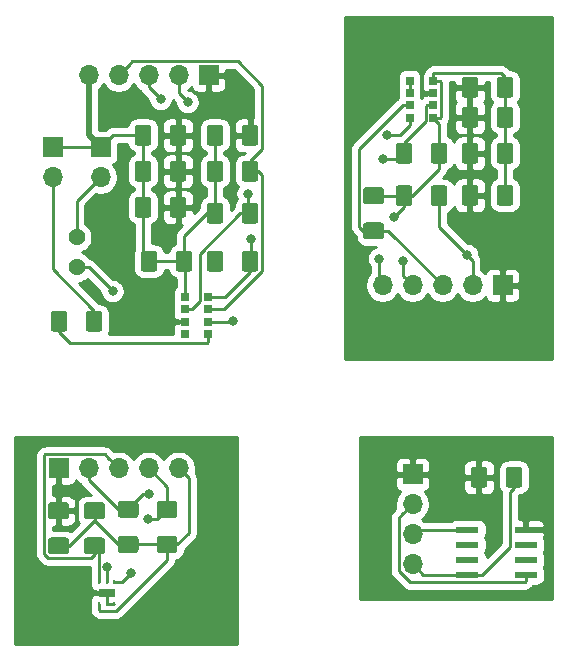
<source format=gbr>
G04 #@! TF.GenerationSoftware,KiCad,Pcbnew,(5.1.5)-3*
G04 #@! TF.CreationDate,2021-02-20T21:47:20+01:00*
G04 #@! TF.ProjectId,brievenbusmelder,62726965-7665-46e6-9275-736d656c6465,rev?*
G04 #@! TF.SameCoordinates,Original*
G04 #@! TF.FileFunction,Copper,L1,Top*
G04 #@! TF.FilePolarity,Positive*
%FSLAX46Y46*%
G04 Gerber Fmt 4.6, Leading zero omitted, Abs format (unit mm)*
G04 Created by KiCad (PCBNEW (5.1.5)-3) date 2021-02-20 21:47:20*
%MOMM*%
%LPD*%
G04 APERTURE LIST*
%ADD10C,0.100000*%
%ADD11C,1.431000*%
%ADD12R,0.650000X0.750000*%
%ADD13R,1.981200X0.558800*%
%ADD14R,0.700000X0.750000*%
%ADD15O,1.700000X1.700000*%
%ADD16R,1.700000X1.700000*%
%ADD17R,1.350000X0.650000*%
%ADD18O,0.250000X0.500000*%
%ADD19C,0.800000*%
%ADD20C,0.250000*%
%ADD21C,0.500000*%
%ADD22C,0.254000*%
G04 APERTURE END LIST*
G04 #@! TA.AperFunction,SMDPad,CuDef*
D10*
G36*
X28589504Y-79770204D02*
G01*
X28613773Y-79773804D01*
X28637571Y-79779765D01*
X28660671Y-79788030D01*
X28682849Y-79798520D01*
X28703893Y-79811133D01*
X28723598Y-79825747D01*
X28741777Y-79842223D01*
X28758253Y-79860402D01*
X28772867Y-79880107D01*
X28785480Y-79901151D01*
X28795970Y-79923329D01*
X28804235Y-79946429D01*
X28810196Y-79970227D01*
X28813796Y-79994496D01*
X28815000Y-80019000D01*
X28815000Y-80944000D01*
X28813796Y-80968504D01*
X28810196Y-80992773D01*
X28804235Y-81016571D01*
X28795970Y-81039671D01*
X28785480Y-81061849D01*
X28772867Y-81082893D01*
X28758253Y-81102598D01*
X28741777Y-81120777D01*
X28723598Y-81137253D01*
X28703893Y-81151867D01*
X28682849Y-81164480D01*
X28660671Y-81174970D01*
X28637571Y-81183235D01*
X28613773Y-81189196D01*
X28589504Y-81192796D01*
X28565000Y-81194000D01*
X27315000Y-81194000D01*
X27290496Y-81192796D01*
X27266227Y-81189196D01*
X27242429Y-81183235D01*
X27219329Y-81174970D01*
X27197151Y-81164480D01*
X27176107Y-81151867D01*
X27156402Y-81137253D01*
X27138223Y-81120777D01*
X27121747Y-81102598D01*
X27107133Y-81082893D01*
X27094520Y-81061849D01*
X27084030Y-81039671D01*
X27075765Y-81016571D01*
X27069804Y-80992773D01*
X27066204Y-80968504D01*
X27065000Y-80944000D01*
X27065000Y-80019000D01*
X27066204Y-79994496D01*
X27069804Y-79970227D01*
X27075765Y-79946429D01*
X27084030Y-79923329D01*
X27094520Y-79901151D01*
X27107133Y-79880107D01*
X27121747Y-79860402D01*
X27138223Y-79842223D01*
X27156402Y-79825747D01*
X27176107Y-79811133D01*
X27197151Y-79798520D01*
X27219329Y-79788030D01*
X27242429Y-79779765D01*
X27266227Y-79773804D01*
X27290496Y-79770204D01*
X27315000Y-79769000D01*
X28565000Y-79769000D01*
X28589504Y-79770204D01*
G37*
G04 #@! TD.AperFunction*
G04 #@! TA.AperFunction,SMDPad,CuDef*
G36*
X28589504Y-76795204D02*
G01*
X28613773Y-76798804D01*
X28637571Y-76804765D01*
X28660671Y-76813030D01*
X28682849Y-76823520D01*
X28703893Y-76836133D01*
X28723598Y-76850747D01*
X28741777Y-76867223D01*
X28758253Y-76885402D01*
X28772867Y-76905107D01*
X28785480Y-76926151D01*
X28795970Y-76948329D01*
X28804235Y-76971429D01*
X28810196Y-76995227D01*
X28813796Y-77019496D01*
X28815000Y-77044000D01*
X28815000Y-77969000D01*
X28813796Y-77993504D01*
X28810196Y-78017773D01*
X28804235Y-78041571D01*
X28795970Y-78064671D01*
X28785480Y-78086849D01*
X28772867Y-78107893D01*
X28758253Y-78127598D01*
X28741777Y-78145777D01*
X28723598Y-78162253D01*
X28703893Y-78176867D01*
X28682849Y-78189480D01*
X28660671Y-78199970D01*
X28637571Y-78208235D01*
X28613773Y-78214196D01*
X28589504Y-78217796D01*
X28565000Y-78219000D01*
X27315000Y-78219000D01*
X27290496Y-78217796D01*
X27266227Y-78214196D01*
X27242429Y-78208235D01*
X27219329Y-78199970D01*
X27197151Y-78189480D01*
X27176107Y-78176867D01*
X27156402Y-78162253D01*
X27138223Y-78145777D01*
X27121747Y-78127598D01*
X27107133Y-78107893D01*
X27094520Y-78086849D01*
X27084030Y-78064671D01*
X27075765Y-78041571D01*
X27069804Y-78017773D01*
X27066204Y-77993504D01*
X27065000Y-77969000D01*
X27065000Y-77044000D01*
X27066204Y-77019496D01*
X27069804Y-76995227D01*
X27075765Y-76971429D01*
X27084030Y-76948329D01*
X27094520Y-76926151D01*
X27107133Y-76905107D01*
X27121747Y-76885402D01*
X27138223Y-76867223D01*
X27156402Y-76850747D01*
X27176107Y-76836133D01*
X27197151Y-76823520D01*
X27219329Y-76813030D01*
X27242429Y-76804765D01*
X27266227Y-76798804D01*
X27290496Y-76795204D01*
X27315000Y-76794000D01*
X28565000Y-76794000D01*
X28589504Y-76795204D01*
G37*
G04 #@! TD.AperFunction*
G04 #@! TA.AperFunction,SMDPad,CuDef*
G36*
X63261504Y-40782204D02*
G01*
X63285773Y-40785804D01*
X63309571Y-40791765D01*
X63332671Y-40800030D01*
X63354849Y-40810520D01*
X63375893Y-40823133D01*
X63395598Y-40837747D01*
X63413777Y-40854223D01*
X63430253Y-40872402D01*
X63444867Y-40892107D01*
X63457480Y-40913151D01*
X63467970Y-40935329D01*
X63476235Y-40958429D01*
X63482196Y-40982227D01*
X63485796Y-41006496D01*
X63487000Y-41031000D01*
X63487000Y-42281000D01*
X63485796Y-42305504D01*
X63482196Y-42329773D01*
X63476235Y-42353571D01*
X63467970Y-42376671D01*
X63457480Y-42398849D01*
X63444867Y-42419893D01*
X63430253Y-42439598D01*
X63413777Y-42457777D01*
X63395598Y-42474253D01*
X63375893Y-42488867D01*
X63354849Y-42501480D01*
X63332671Y-42511970D01*
X63309571Y-42520235D01*
X63285773Y-42526196D01*
X63261504Y-42529796D01*
X63237000Y-42531000D01*
X62312000Y-42531000D01*
X62287496Y-42529796D01*
X62263227Y-42526196D01*
X62239429Y-42520235D01*
X62216329Y-42511970D01*
X62194151Y-42501480D01*
X62173107Y-42488867D01*
X62153402Y-42474253D01*
X62135223Y-42457777D01*
X62118747Y-42439598D01*
X62104133Y-42419893D01*
X62091520Y-42398849D01*
X62081030Y-42376671D01*
X62072765Y-42353571D01*
X62066804Y-42329773D01*
X62063204Y-42305504D01*
X62062000Y-42281000D01*
X62062000Y-41031000D01*
X62063204Y-41006496D01*
X62066804Y-40982227D01*
X62072765Y-40958429D01*
X62081030Y-40935329D01*
X62091520Y-40913151D01*
X62104133Y-40892107D01*
X62118747Y-40872402D01*
X62135223Y-40854223D01*
X62153402Y-40837747D01*
X62173107Y-40823133D01*
X62194151Y-40810520D01*
X62216329Y-40800030D01*
X62239429Y-40791765D01*
X62263227Y-40785804D01*
X62287496Y-40782204D01*
X62312000Y-40781000D01*
X63237000Y-40781000D01*
X63261504Y-40782204D01*
G37*
G04 #@! TD.AperFunction*
G04 #@! TA.AperFunction,SMDPad,CuDef*
G36*
X66236504Y-40782204D02*
G01*
X66260773Y-40785804D01*
X66284571Y-40791765D01*
X66307671Y-40800030D01*
X66329849Y-40810520D01*
X66350893Y-40823133D01*
X66370598Y-40837747D01*
X66388777Y-40854223D01*
X66405253Y-40872402D01*
X66419867Y-40892107D01*
X66432480Y-40913151D01*
X66442970Y-40935329D01*
X66451235Y-40958429D01*
X66457196Y-40982227D01*
X66460796Y-41006496D01*
X66462000Y-41031000D01*
X66462000Y-42281000D01*
X66460796Y-42305504D01*
X66457196Y-42329773D01*
X66451235Y-42353571D01*
X66442970Y-42376671D01*
X66432480Y-42398849D01*
X66419867Y-42419893D01*
X66405253Y-42439598D01*
X66388777Y-42457777D01*
X66370598Y-42474253D01*
X66350893Y-42488867D01*
X66329849Y-42501480D01*
X66307671Y-42511970D01*
X66284571Y-42520235D01*
X66260773Y-42526196D01*
X66236504Y-42529796D01*
X66212000Y-42531000D01*
X65287000Y-42531000D01*
X65262496Y-42529796D01*
X65238227Y-42526196D01*
X65214429Y-42520235D01*
X65191329Y-42511970D01*
X65169151Y-42501480D01*
X65148107Y-42488867D01*
X65128402Y-42474253D01*
X65110223Y-42457777D01*
X65093747Y-42439598D01*
X65079133Y-42419893D01*
X65066520Y-42398849D01*
X65056030Y-42376671D01*
X65047765Y-42353571D01*
X65041804Y-42329773D01*
X65038204Y-42305504D01*
X65037000Y-42281000D01*
X65037000Y-41031000D01*
X65038204Y-41006496D01*
X65041804Y-40982227D01*
X65047765Y-40958429D01*
X65056030Y-40935329D01*
X65066520Y-40913151D01*
X65079133Y-40892107D01*
X65093747Y-40872402D01*
X65110223Y-40854223D01*
X65128402Y-40837747D01*
X65148107Y-40823133D01*
X65169151Y-40810520D01*
X65191329Y-40800030D01*
X65214429Y-40791765D01*
X65238227Y-40785804D01*
X65262496Y-40782204D01*
X65287000Y-40781000D01*
X66212000Y-40781000D01*
X66236504Y-40782204D01*
G37*
G04 #@! TD.AperFunction*
G04 #@! TA.AperFunction,SMDPad,CuDef*
G36*
X63261504Y-46370204D02*
G01*
X63285773Y-46373804D01*
X63309571Y-46379765D01*
X63332671Y-46388030D01*
X63354849Y-46398520D01*
X63375893Y-46411133D01*
X63395598Y-46425747D01*
X63413777Y-46442223D01*
X63430253Y-46460402D01*
X63444867Y-46480107D01*
X63457480Y-46501151D01*
X63467970Y-46523329D01*
X63476235Y-46546429D01*
X63482196Y-46570227D01*
X63485796Y-46594496D01*
X63487000Y-46619000D01*
X63487000Y-47869000D01*
X63485796Y-47893504D01*
X63482196Y-47917773D01*
X63476235Y-47941571D01*
X63467970Y-47964671D01*
X63457480Y-47986849D01*
X63444867Y-48007893D01*
X63430253Y-48027598D01*
X63413777Y-48045777D01*
X63395598Y-48062253D01*
X63375893Y-48076867D01*
X63354849Y-48089480D01*
X63332671Y-48099970D01*
X63309571Y-48108235D01*
X63285773Y-48114196D01*
X63261504Y-48117796D01*
X63237000Y-48119000D01*
X62312000Y-48119000D01*
X62287496Y-48117796D01*
X62263227Y-48114196D01*
X62239429Y-48108235D01*
X62216329Y-48099970D01*
X62194151Y-48089480D01*
X62173107Y-48076867D01*
X62153402Y-48062253D01*
X62135223Y-48045777D01*
X62118747Y-48027598D01*
X62104133Y-48007893D01*
X62091520Y-47986849D01*
X62081030Y-47964671D01*
X62072765Y-47941571D01*
X62066804Y-47917773D01*
X62063204Y-47893504D01*
X62062000Y-47869000D01*
X62062000Y-46619000D01*
X62063204Y-46594496D01*
X62066804Y-46570227D01*
X62072765Y-46546429D01*
X62081030Y-46523329D01*
X62091520Y-46501151D01*
X62104133Y-46480107D01*
X62118747Y-46460402D01*
X62135223Y-46442223D01*
X62153402Y-46425747D01*
X62173107Y-46411133D01*
X62194151Y-46398520D01*
X62216329Y-46388030D01*
X62239429Y-46379765D01*
X62263227Y-46373804D01*
X62287496Y-46370204D01*
X62312000Y-46369000D01*
X63237000Y-46369000D01*
X63261504Y-46370204D01*
G37*
G04 #@! TD.AperFunction*
G04 #@! TA.AperFunction,SMDPad,CuDef*
G36*
X66236504Y-46370204D02*
G01*
X66260773Y-46373804D01*
X66284571Y-46379765D01*
X66307671Y-46388030D01*
X66329849Y-46398520D01*
X66350893Y-46411133D01*
X66370598Y-46425747D01*
X66388777Y-46442223D01*
X66405253Y-46460402D01*
X66419867Y-46480107D01*
X66432480Y-46501151D01*
X66442970Y-46523329D01*
X66451235Y-46546429D01*
X66457196Y-46570227D01*
X66460796Y-46594496D01*
X66462000Y-46619000D01*
X66462000Y-47869000D01*
X66460796Y-47893504D01*
X66457196Y-47917773D01*
X66451235Y-47941571D01*
X66442970Y-47964671D01*
X66432480Y-47986849D01*
X66419867Y-48007893D01*
X66405253Y-48027598D01*
X66388777Y-48045777D01*
X66370598Y-48062253D01*
X66350893Y-48076867D01*
X66329849Y-48089480D01*
X66307671Y-48099970D01*
X66284571Y-48108235D01*
X66260773Y-48114196D01*
X66236504Y-48117796D01*
X66212000Y-48119000D01*
X65287000Y-48119000D01*
X65262496Y-48117796D01*
X65238227Y-48114196D01*
X65214429Y-48108235D01*
X65191329Y-48099970D01*
X65169151Y-48089480D01*
X65148107Y-48076867D01*
X65128402Y-48062253D01*
X65110223Y-48045777D01*
X65093747Y-48027598D01*
X65079133Y-48007893D01*
X65066520Y-47986849D01*
X65056030Y-47964671D01*
X65047765Y-47941571D01*
X65041804Y-47917773D01*
X65038204Y-47893504D01*
X65037000Y-47869000D01*
X65037000Y-46619000D01*
X65038204Y-46594496D01*
X65041804Y-46570227D01*
X65047765Y-46546429D01*
X65056030Y-46523329D01*
X65066520Y-46501151D01*
X65079133Y-46480107D01*
X65093747Y-46460402D01*
X65110223Y-46442223D01*
X65128402Y-46425747D01*
X65148107Y-46411133D01*
X65169151Y-46398520D01*
X65191329Y-46388030D01*
X65214429Y-46379765D01*
X65238227Y-46373804D01*
X65262496Y-46370204D01*
X65287000Y-46369000D01*
X66212000Y-46369000D01*
X66236504Y-46370204D01*
G37*
G04 #@! TD.AperFunction*
G04 #@! TA.AperFunction,SMDPad,CuDef*
G36*
X66998504Y-73802204D02*
G01*
X67022773Y-73805804D01*
X67046571Y-73811765D01*
X67069671Y-73820030D01*
X67091849Y-73830520D01*
X67112893Y-73843133D01*
X67132598Y-73857747D01*
X67150777Y-73874223D01*
X67167253Y-73892402D01*
X67181867Y-73912107D01*
X67194480Y-73933151D01*
X67204970Y-73955329D01*
X67213235Y-73978429D01*
X67219196Y-74002227D01*
X67222796Y-74026496D01*
X67224000Y-74051000D01*
X67224000Y-75301000D01*
X67222796Y-75325504D01*
X67219196Y-75349773D01*
X67213235Y-75373571D01*
X67204970Y-75396671D01*
X67194480Y-75418849D01*
X67181867Y-75439893D01*
X67167253Y-75459598D01*
X67150777Y-75477777D01*
X67132598Y-75494253D01*
X67112893Y-75508867D01*
X67091849Y-75521480D01*
X67069671Y-75531970D01*
X67046571Y-75540235D01*
X67022773Y-75546196D01*
X66998504Y-75549796D01*
X66974000Y-75551000D01*
X66049000Y-75551000D01*
X66024496Y-75549796D01*
X66000227Y-75546196D01*
X65976429Y-75540235D01*
X65953329Y-75531970D01*
X65931151Y-75521480D01*
X65910107Y-75508867D01*
X65890402Y-75494253D01*
X65872223Y-75477777D01*
X65855747Y-75459598D01*
X65841133Y-75439893D01*
X65828520Y-75418849D01*
X65818030Y-75396671D01*
X65809765Y-75373571D01*
X65803804Y-75349773D01*
X65800204Y-75325504D01*
X65799000Y-75301000D01*
X65799000Y-74051000D01*
X65800204Y-74026496D01*
X65803804Y-74002227D01*
X65809765Y-73978429D01*
X65818030Y-73955329D01*
X65828520Y-73933151D01*
X65841133Y-73912107D01*
X65855747Y-73892402D01*
X65872223Y-73874223D01*
X65890402Y-73857747D01*
X65910107Y-73843133D01*
X65931151Y-73830520D01*
X65953329Y-73820030D01*
X65976429Y-73811765D01*
X66000227Y-73805804D01*
X66024496Y-73802204D01*
X66049000Y-73801000D01*
X66974000Y-73801000D01*
X66998504Y-73802204D01*
G37*
G04 #@! TD.AperFunction*
G04 #@! TA.AperFunction,SMDPad,CuDef*
G36*
X64023504Y-73802204D02*
G01*
X64047773Y-73805804D01*
X64071571Y-73811765D01*
X64094671Y-73820030D01*
X64116849Y-73830520D01*
X64137893Y-73843133D01*
X64157598Y-73857747D01*
X64175777Y-73874223D01*
X64192253Y-73892402D01*
X64206867Y-73912107D01*
X64219480Y-73933151D01*
X64229970Y-73955329D01*
X64238235Y-73978429D01*
X64244196Y-74002227D01*
X64247796Y-74026496D01*
X64249000Y-74051000D01*
X64249000Y-75301000D01*
X64247796Y-75325504D01*
X64244196Y-75349773D01*
X64238235Y-75373571D01*
X64229970Y-75396671D01*
X64219480Y-75418849D01*
X64206867Y-75439893D01*
X64192253Y-75459598D01*
X64175777Y-75477777D01*
X64157598Y-75494253D01*
X64137893Y-75508867D01*
X64116849Y-75521480D01*
X64094671Y-75531970D01*
X64071571Y-75540235D01*
X64047773Y-75546196D01*
X64023504Y-75549796D01*
X63999000Y-75551000D01*
X63074000Y-75551000D01*
X63049496Y-75549796D01*
X63025227Y-75546196D01*
X63001429Y-75540235D01*
X62978329Y-75531970D01*
X62956151Y-75521480D01*
X62935107Y-75508867D01*
X62915402Y-75494253D01*
X62897223Y-75477777D01*
X62880747Y-75459598D01*
X62866133Y-75439893D01*
X62853520Y-75418849D01*
X62843030Y-75396671D01*
X62834765Y-75373571D01*
X62828804Y-75349773D01*
X62825204Y-75325504D01*
X62824000Y-75301000D01*
X62824000Y-74051000D01*
X62825204Y-74026496D01*
X62828804Y-74002227D01*
X62834765Y-73978429D01*
X62843030Y-73955329D01*
X62853520Y-73933151D01*
X62866133Y-73912107D01*
X62880747Y-73892402D01*
X62897223Y-73874223D01*
X62915402Y-73857747D01*
X62935107Y-73843133D01*
X62956151Y-73830520D01*
X62978329Y-73820030D01*
X63001429Y-73811765D01*
X63025227Y-73805804D01*
X63049496Y-73802204D01*
X63074000Y-73801000D01*
X63999000Y-73801000D01*
X64023504Y-73802204D01*
G37*
G04 #@! TD.AperFunction*
G04 #@! TA.AperFunction,SMDPad,CuDef*
G36*
X63261504Y-43322204D02*
G01*
X63285773Y-43325804D01*
X63309571Y-43331765D01*
X63332671Y-43340030D01*
X63354849Y-43350520D01*
X63375893Y-43363133D01*
X63395598Y-43377747D01*
X63413777Y-43394223D01*
X63430253Y-43412402D01*
X63444867Y-43432107D01*
X63457480Y-43453151D01*
X63467970Y-43475329D01*
X63476235Y-43498429D01*
X63482196Y-43522227D01*
X63485796Y-43546496D01*
X63487000Y-43571000D01*
X63487000Y-44821000D01*
X63485796Y-44845504D01*
X63482196Y-44869773D01*
X63476235Y-44893571D01*
X63467970Y-44916671D01*
X63457480Y-44938849D01*
X63444867Y-44959893D01*
X63430253Y-44979598D01*
X63413777Y-44997777D01*
X63395598Y-45014253D01*
X63375893Y-45028867D01*
X63354849Y-45041480D01*
X63332671Y-45051970D01*
X63309571Y-45060235D01*
X63285773Y-45066196D01*
X63261504Y-45069796D01*
X63237000Y-45071000D01*
X62312000Y-45071000D01*
X62287496Y-45069796D01*
X62263227Y-45066196D01*
X62239429Y-45060235D01*
X62216329Y-45051970D01*
X62194151Y-45041480D01*
X62173107Y-45028867D01*
X62153402Y-45014253D01*
X62135223Y-44997777D01*
X62118747Y-44979598D01*
X62104133Y-44959893D01*
X62091520Y-44938849D01*
X62081030Y-44916671D01*
X62072765Y-44893571D01*
X62066804Y-44869773D01*
X62063204Y-44845504D01*
X62062000Y-44821000D01*
X62062000Y-43571000D01*
X62063204Y-43546496D01*
X62066804Y-43522227D01*
X62072765Y-43498429D01*
X62081030Y-43475329D01*
X62091520Y-43453151D01*
X62104133Y-43432107D01*
X62118747Y-43412402D01*
X62135223Y-43394223D01*
X62153402Y-43377747D01*
X62173107Y-43363133D01*
X62194151Y-43350520D01*
X62216329Y-43340030D01*
X62239429Y-43331765D01*
X62263227Y-43325804D01*
X62287496Y-43322204D01*
X62312000Y-43321000D01*
X63237000Y-43321000D01*
X63261504Y-43322204D01*
G37*
G04 #@! TD.AperFunction*
G04 #@! TA.AperFunction,SMDPad,CuDef*
G36*
X66236504Y-43322204D02*
G01*
X66260773Y-43325804D01*
X66284571Y-43331765D01*
X66307671Y-43340030D01*
X66329849Y-43350520D01*
X66350893Y-43363133D01*
X66370598Y-43377747D01*
X66388777Y-43394223D01*
X66405253Y-43412402D01*
X66419867Y-43432107D01*
X66432480Y-43453151D01*
X66442970Y-43475329D01*
X66451235Y-43498429D01*
X66457196Y-43522227D01*
X66460796Y-43546496D01*
X66462000Y-43571000D01*
X66462000Y-44821000D01*
X66460796Y-44845504D01*
X66457196Y-44869773D01*
X66451235Y-44893571D01*
X66442970Y-44916671D01*
X66432480Y-44938849D01*
X66419867Y-44959893D01*
X66405253Y-44979598D01*
X66388777Y-44997777D01*
X66370598Y-45014253D01*
X66350893Y-45028867D01*
X66329849Y-45041480D01*
X66307671Y-45051970D01*
X66284571Y-45060235D01*
X66260773Y-45066196D01*
X66236504Y-45069796D01*
X66212000Y-45071000D01*
X65287000Y-45071000D01*
X65262496Y-45069796D01*
X65238227Y-45066196D01*
X65214429Y-45060235D01*
X65191329Y-45051970D01*
X65169151Y-45041480D01*
X65148107Y-45028867D01*
X65128402Y-45014253D01*
X65110223Y-44997777D01*
X65093747Y-44979598D01*
X65079133Y-44959893D01*
X65066520Y-44938849D01*
X65056030Y-44916671D01*
X65047765Y-44893571D01*
X65041804Y-44869773D01*
X65038204Y-44845504D01*
X65037000Y-44821000D01*
X65037000Y-43571000D01*
X65038204Y-43546496D01*
X65041804Y-43522227D01*
X65047765Y-43498429D01*
X65056030Y-43475329D01*
X65066520Y-43453151D01*
X65079133Y-43432107D01*
X65093747Y-43412402D01*
X65110223Y-43394223D01*
X65128402Y-43377747D01*
X65148107Y-43363133D01*
X65169151Y-43350520D01*
X65191329Y-43340030D01*
X65214429Y-43331765D01*
X65238227Y-43325804D01*
X65262496Y-43322204D01*
X65287000Y-43321000D01*
X66212000Y-43321000D01*
X66236504Y-43322204D01*
G37*
G04 #@! TD.AperFunction*
G04 #@! TA.AperFunction,SMDPad,CuDef*
G36*
X66236504Y-49926204D02*
G01*
X66260773Y-49929804D01*
X66284571Y-49935765D01*
X66307671Y-49944030D01*
X66329849Y-49954520D01*
X66350893Y-49967133D01*
X66370598Y-49981747D01*
X66388777Y-49998223D01*
X66405253Y-50016402D01*
X66419867Y-50036107D01*
X66432480Y-50057151D01*
X66442970Y-50079329D01*
X66451235Y-50102429D01*
X66457196Y-50126227D01*
X66460796Y-50150496D01*
X66462000Y-50175000D01*
X66462000Y-51425000D01*
X66460796Y-51449504D01*
X66457196Y-51473773D01*
X66451235Y-51497571D01*
X66442970Y-51520671D01*
X66432480Y-51542849D01*
X66419867Y-51563893D01*
X66405253Y-51583598D01*
X66388777Y-51601777D01*
X66370598Y-51618253D01*
X66350893Y-51632867D01*
X66329849Y-51645480D01*
X66307671Y-51655970D01*
X66284571Y-51664235D01*
X66260773Y-51670196D01*
X66236504Y-51673796D01*
X66212000Y-51675000D01*
X65287000Y-51675000D01*
X65262496Y-51673796D01*
X65238227Y-51670196D01*
X65214429Y-51664235D01*
X65191329Y-51655970D01*
X65169151Y-51645480D01*
X65148107Y-51632867D01*
X65128402Y-51618253D01*
X65110223Y-51601777D01*
X65093747Y-51583598D01*
X65079133Y-51563893D01*
X65066520Y-51542849D01*
X65056030Y-51520671D01*
X65047765Y-51497571D01*
X65041804Y-51473773D01*
X65038204Y-51449504D01*
X65037000Y-51425000D01*
X65037000Y-50175000D01*
X65038204Y-50150496D01*
X65041804Y-50126227D01*
X65047765Y-50102429D01*
X65056030Y-50079329D01*
X65066520Y-50057151D01*
X65079133Y-50036107D01*
X65093747Y-50016402D01*
X65110223Y-49998223D01*
X65128402Y-49981747D01*
X65148107Y-49967133D01*
X65169151Y-49954520D01*
X65191329Y-49944030D01*
X65214429Y-49935765D01*
X65238227Y-49929804D01*
X65262496Y-49926204D01*
X65287000Y-49925000D01*
X66212000Y-49925000D01*
X66236504Y-49926204D01*
G37*
G04 #@! TD.AperFunction*
G04 #@! TA.AperFunction,SMDPad,CuDef*
G36*
X63261504Y-49926204D02*
G01*
X63285773Y-49929804D01*
X63309571Y-49935765D01*
X63332671Y-49944030D01*
X63354849Y-49954520D01*
X63375893Y-49967133D01*
X63395598Y-49981747D01*
X63413777Y-49998223D01*
X63430253Y-50016402D01*
X63444867Y-50036107D01*
X63457480Y-50057151D01*
X63467970Y-50079329D01*
X63476235Y-50102429D01*
X63482196Y-50126227D01*
X63485796Y-50150496D01*
X63487000Y-50175000D01*
X63487000Y-51425000D01*
X63485796Y-51449504D01*
X63482196Y-51473773D01*
X63476235Y-51497571D01*
X63467970Y-51520671D01*
X63457480Y-51542849D01*
X63444867Y-51563893D01*
X63430253Y-51583598D01*
X63413777Y-51601777D01*
X63395598Y-51618253D01*
X63375893Y-51632867D01*
X63354849Y-51645480D01*
X63332671Y-51655970D01*
X63309571Y-51664235D01*
X63285773Y-51670196D01*
X63261504Y-51673796D01*
X63237000Y-51675000D01*
X62312000Y-51675000D01*
X62287496Y-51673796D01*
X62263227Y-51670196D01*
X62239429Y-51664235D01*
X62216329Y-51655970D01*
X62194151Y-51645480D01*
X62173107Y-51632867D01*
X62153402Y-51618253D01*
X62135223Y-51601777D01*
X62118747Y-51583598D01*
X62104133Y-51563893D01*
X62091520Y-51542849D01*
X62081030Y-51520671D01*
X62072765Y-51497571D01*
X62066804Y-51473773D01*
X62063204Y-51449504D01*
X62062000Y-51425000D01*
X62062000Y-50175000D01*
X62063204Y-50150496D01*
X62066804Y-50126227D01*
X62072765Y-50102429D01*
X62081030Y-50079329D01*
X62091520Y-50057151D01*
X62104133Y-50036107D01*
X62118747Y-50016402D01*
X62135223Y-49998223D01*
X62153402Y-49981747D01*
X62173107Y-49967133D01*
X62194151Y-49954520D01*
X62216329Y-49944030D01*
X62239429Y-49935765D01*
X62263227Y-49929804D01*
X62287496Y-49926204D01*
X62312000Y-49925000D01*
X63237000Y-49925000D01*
X63261504Y-49926204D01*
G37*
G04 #@! TD.AperFunction*
G04 #@! TA.AperFunction,SMDPad,CuDef*
G36*
X41671504Y-44846204D02*
G01*
X41695773Y-44849804D01*
X41719571Y-44855765D01*
X41742671Y-44864030D01*
X41764849Y-44874520D01*
X41785893Y-44887133D01*
X41805598Y-44901747D01*
X41823777Y-44918223D01*
X41840253Y-44936402D01*
X41854867Y-44956107D01*
X41867480Y-44977151D01*
X41877970Y-44999329D01*
X41886235Y-45022429D01*
X41892196Y-45046227D01*
X41895796Y-45070496D01*
X41897000Y-45095000D01*
X41897000Y-46345000D01*
X41895796Y-46369504D01*
X41892196Y-46393773D01*
X41886235Y-46417571D01*
X41877970Y-46440671D01*
X41867480Y-46462849D01*
X41854867Y-46483893D01*
X41840253Y-46503598D01*
X41823777Y-46521777D01*
X41805598Y-46538253D01*
X41785893Y-46552867D01*
X41764849Y-46565480D01*
X41742671Y-46575970D01*
X41719571Y-46584235D01*
X41695773Y-46590196D01*
X41671504Y-46593796D01*
X41647000Y-46595000D01*
X40722000Y-46595000D01*
X40697496Y-46593796D01*
X40673227Y-46590196D01*
X40649429Y-46584235D01*
X40626329Y-46575970D01*
X40604151Y-46565480D01*
X40583107Y-46552867D01*
X40563402Y-46538253D01*
X40545223Y-46521777D01*
X40528747Y-46503598D01*
X40514133Y-46483893D01*
X40501520Y-46462849D01*
X40491030Y-46440671D01*
X40482765Y-46417571D01*
X40476804Y-46393773D01*
X40473204Y-46369504D01*
X40472000Y-46345000D01*
X40472000Y-45095000D01*
X40473204Y-45070496D01*
X40476804Y-45046227D01*
X40482765Y-45022429D01*
X40491030Y-44999329D01*
X40501520Y-44977151D01*
X40514133Y-44956107D01*
X40528747Y-44936402D01*
X40545223Y-44918223D01*
X40563402Y-44901747D01*
X40583107Y-44887133D01*
X40604151Y-44874520D01*
X40626329Y-44864030D01*
X40649429Y-44855765D01*
X40673227Y-44849804D01*
X40697496Y-44846204D01*
X40722000Y-44845000D01*
X41647000Y-44845000D01*
X41671504Y-44846204D01*
G37*
G04 #@! TD.AperFunction*
G04 #@! TA.AperFunction,SMDPad,CuDef*
G36*
X44646504Y-44846204D02*
G01*
X44670773Y-44849804D01*
X44694571Y-44855765D01*
X44717671Y-44864030D01*
X44739849Y-44874520D01*
X44760893Y-44887133D01*
X44780598Y-44901747D01*
X44798777Y-44918223D01*
X44815253Y-44936402D01*
X44829867Y-44956107D01*
X44842480Y-44977151D01*
X44852970Y-44999329D01*
X44861235Y-45022429D01*
X44867196Y-45046227D01*
X44870796Y-45070496D01*
X44872000Y-45095000D01*
X44872000Y-46345000D01*
X44870796Y-46369504D01*
X44867196Y-46393773D01*
X44861235Y-46417571D01*
X44852970Y-46440671D01*
X44842480Y-46462849D01*
X44829867Y-46483893D01*
X44815253Y-46503598D01*
X44798777Y-46521777D01*
X44780598Y-46538253D01*
X44760893Y-46552867D01*
X44739849Y-46565480D01*
X44717671Y-46575970D01*
X44694571Y-46584235D01*
X44670773Y-46590196D01*
X44646504Y-46593796D01*
X44622000Y-46595000D01*
X43697000Y-46595000D01*
X43672496Y-46593796D01*
X43648227Y-46590196D01*
X43624429Y-46584235D01*
X43601329Y-46575970D01*
X43579151Y-46565480D01*
X43558107Y-46552867D01*
X43538402Y-46538253D01*
X43520223Y-46521777D01*
X43503747Y-46503598D01*
X43489133Y-46483893D01*
X43476520Y-46462849D01*
X43466030Y-46440671D01*
X43457765Y-46417571D01*
X43451804Y-46393773D01*
X43448204Y-46369504D01*
X43447000Y-46345000D01*
X43447000Y-45095000D01*
X43448204Y-45070496D01*
X43451804Y-45046227D01*
X43457765Y-45022429D01*
X43466030Y-44999329D01*
X43476520Y-44977151D01*
X43489133Y-44956107D01*
X43503747Y-44936402D01*
X43520223Y-44918223D01*
X43538402Y-44901747D01*
X43558107Y-44887133D01*
X43579151Y-44874520D01*
X43601329Y-44864030D01*
X43624429Y-44855765D01*
X43648227Y-44849804D01*
X43672496Y-44846204D01*
X43697000Y-44845000D01*
X44622000Y-44845000D01*
X44646504Y-44846204D01*
G37*
G04 #@! TD.AperFunction*
G04 #@! TA.AperFunction,SMDPad,CuDef*
G36*
X35575504Y-44846204D02*
G01*
X35599773Y-44849804D01*
X35623571Y-44855765D01*
X35646671Y-44864030D01*
X35668849Y-44874520D01*
X35689893Y-44887133D01*
X35709598Y-44901747D01*
X35727777Y-44918223D01*
X35744253Y-44936402D01*
X35758867Y-44956107D01*
X35771480Y-44977151D01*
X35781970Y-44999329D01*
X35790235Y-45022429D01*
X35796196Y-45046227D01*
X35799796Y-45070496D01*
X35801000Y-45095000D01*
X35801000Y-46345000D01*
X35799796Y-46369504D01*
X35796196Y-46393773D01*
X35790235Y-46417571D01*
X35781970Y-46440671D01*
X35771480Y-46462849D01*
X35758867Y-46483893D01*
X35744253Y-46503598D01*
X35727777Y-46521777D01*
X35709598Y-46538253D01*
X35689893Y-46552867D01*
X35668849Y-46565480D01*
X35646671Y-46575970D01*
X35623571Y-46584235D01*
X35599773Y-46590196D01*
X35575504Y-46593796D01*
X35551000Y-46595000D01*
X34626000Y-46595000D01*
X34601496Y-46593796D01*
X34577227Y-46590196D01*
X34553429Y-46584235D01*
X34530329Y-46575970D01*
X34508151Y-46565480D01*
X34487107Y-46552867D01*
X34467402Y-46538253D01*
X34449223Y-46521777D01*
X34432747Y-46503598D01*
X34418133Y-46483893D01*
X34405520Y-46462849D01*
X34395030Y-46440671D01*
X34386765Y-46417571D01*
X34380804Y-46393773D01*
X34377204Y-46369504D01*
X34376000Y-46345000D01*
X34376000Y-45095000D01*
X34377204Y-45070496D01*
X34380804Y-45046227D01*
X34386765Y-45022429D01*
X34395030Y-44999329D01*
X34405520Y-44977151D01*
X34418133Y-44956107D01*
X34432747Y-44936402D01*
X34449223Y-44918223D01*
X34467402Y-44901747D01*
X34487107Y-44887133D01*
X34508151Y-44874520D01*
X34530329Y-44864030D01*
X34553429Y-44855765D01*
X34577227Y-44849804D01*
X34601496Y-44846204D01*
X34626000Y-44845000D01*
X35551000Y-44845000D01*
X35575504Y-44846204D01*
G37*
G04 #@! TD.AperFunction*
G04 #@! TA.AperFunction,SMDPad,CuDef*
G36*
X38550504Y-44846204D02*
G01*
X38574773Y-44849804D01*
X38598571Y-44855765D01*
X38621671Y-44864030D01*
X38643849Y-44874520D01*
X38664893Y-44887133D01*
X38684598Y-44901747D01*
X38702777Y-44918223D01*
X38719253Y-44936402D01*
X38733867Y-44956107D01*
X38746480Y-44977151D01*
X38756970Y-44999329D01*
X38765235Y-45022429D01*
X38771196Y-45046227D01*
X38774796Y-45070496D01*
X38776000Y-45095000D01*
X38776000Y-46345000D01*
X38774796Y-46369504D01*
X38771196Y-46393773D01*
X38765235Y-46417571D01*
X38756970Y-46440671D01*
X38746480Y-46462849D01*
X38733867Y-46483893D01*
X38719253Y-46503598D01*
X38702777Y-46521777D01*
X38684598Y-46538253D01*
X38664893Y-46552867D01*
X38643849Y-46565480D01*
X38621671Y-46575970D01*
X38598571Y-46584235D01*
X38574773Y-46590196D01*
X38550504Y-46593796D01*
X38526000Y-46595000D01*
X37601000Y-46595000D01*
X37576496Y-46593796D01*
X37552227Y-46590196D01*
X37528429Y-46584235D01*
X37505329Y-46575970D01*
X37483151Y-46565480D01*
X37462107Y-46552867D01*
X37442402Y-46538253D01*
X37424223Y-46521777D01*
X37407747Y-46503598D01*
X37393133Y-46483893D01*
X37380520Y-46462849D01*
X37370030Y-46440671D01*
X37361765Y-46417571D01*
X37355804Y-46393773D01*
X37352204Y-46369504D01*
X37351000Y-46345000D01*
X37351000Y-45095000D01*
X37352204Y-45070496D01*
X37355804Y-45046227D01*
X37361765Y-45022429D01*
X37370030Y-44999329D01*
X37380520Y-44977151D01*
X37393133Y-44956107D01*
X37407747Y-44936402D01*
X37424223Y-44918223D01*
X37442402Y-44901747D01*
X37462107Y-44887133D01*
X37483151Y-44874520D01*
X37505329Y-44864030D01*
X37528429Y-44855765D01*
X37552227Y-44849804D01*
X37576496Y-44846204D01*
X37601000Y-44845000D01*
X38526000Y-44845000D01*
X38550504Y-44846204D01*
G37*
G04 #@! TD.AperFunction*
G04 #@! TA.AperFunction,SMDPad,CuDef*
G36*
X38550504Y-50942204D02*
G01*
X38574773Y-50945804D01*
X38598571Y-50951765D01*
X38621671Y-50960030D01*
X38643849Y-50970520D01*
X38664893Y-50983133D01*
X38684598Y-50997747D01*
X38702777Y-51014223D01*
X38719253Y-51032402D01*
X38733867Y-51052107D01*
X38746480Y-51073151D01*
X38756970Y-51095329D01*
X38765235Y-51118429D01*
X38771196Y-51142227D01*
X38774796Y-51166496D01*
X38776000Y-51191000D01*
X38776000Y-52441000D01*
X38774796Y-52465504D01*
X38771196Y-52489773D01*
X38765235Y-52513571D01*
X38756970Y-52536671D01*
X38746480Y-52558849D01*
X38733867Y-52579893D01*
X38719253Y-52599598D01*
X38702777Y-52617777D01*
X38684598Y-52634253D01*
X38664893Y-52648867D01*
X38643849Y-52661480D01*
X38621671Y-52671970D01*
X38598571Y-52680235D01*
X38574773Y-52686196D01*
X38550504Y-52689796D01*
X38526000Y-52691000D01*
X37601000Y-52691000D01*
X37576496Y-52689796D01*
X37552227Y-52686196D01*
X37528429Y-52680235D01*
X37505329Y-52671970D01*
X37483151Y-52661480D01*
X37462107Y-52648867D01*
X37442402Y-52634253D01*
X37424223Y-52617777D01*
X37407747Y-52599598D01*
X37393133Y-52579893D01*
X37380520Y-52558849D01*
X37370030Y-52536671D01*
X37361765Y-52513571D01*
X37355804Y-52489773D01*
X37352204Y-52465504D01*
X37351000Y-52441000D01*
X37351000Y-51191000D01*
X37352204Y-51166496D01*
X37355804Y-51142227D01*
X37361765Y-51118429D01*
X37370030Y-51095329D01*
X37380520Y-51073151D01*
X37393133Y-51052107D01*
X37407747Y-51032402D01*
X37424223Y-51014223D01*
X37442402Y-50997747D01*
X37462107Y-50983133D01*
X37483151Y-50970520D01*
X37505329Y-50960030D01*
X37528429Y-50951765D01*
X37552227Y-50945804D01*
X37576496Y-50942204D01*
X37601000Y-50941000D01*
X38526000Y-50941000D01*
X38550504Y-50942204D01*
G37*
G04 #@! TD.AperFunction*
G04 #@! TA.AperFunction,SMDPad,CuDef*
G36*
X35575504Y-50942204D02*
G01*
X35599773Y-50945804D01*
X35623571Y-50951765D01*
X35646671Y-50960030D01*
X35668849Y-50970520D01*
X35689893Y-50983133D01*
X35709598Y-50997747D01*
X35727777Y-51014223D01*
X35744253Y-51032402D01*
X35758867Y-51052107D01*
X35771480Y-51073151D01*
X35781970Y-51095329D01*
X35790235Y-51118429D01*
X35796196Y-51142227D01*
X35799796Y-51166496D01*
X35801000Y-51191000D01*
X35801000Y-52441000D01*
X35799796Y-52465504D01*
X35796196Y-52489773D01*
X35790235Y-52513571D01*
X35781970Y-52536671D01*
X35771480Y-52558849D01*
X35758867Y-52579893D01*
X35744253Y-52599598D01*
X35727777Y-52617777D01*
X35709598Y-52634253D01*
X35689893Y-52648867D01*
X35668849Y-52661480D01*
X35646671Y-52671970D01*
X35623571Y-52680235D01*
X35599773Y-52686196D01*
X35575504Y-52689796D01*
X35551000Y-52691000D01*
X34626000Y-52691000D01*
X34601496Y-52689796D01*
X34577227Y-52686196D01*
X34553429Y-52680235D01*
X34530329Y-52671970D01*
X34508151Y-52661480D01*
X34487107Y-52648867D01*
X34467402Y-52634253D01*
X34449223Y-52617777D01*
X34432747Y-52599598D01*
X34418133Y-52579893D01*
X34405520Y-52558849D01*
X34395030Y-52536671D01*
X34386765Y-52513571D01*
X34380804Y-52489773D01*
X34377204Y-52465504D01*
X34376000Y-52441000D01*
X34376000Y-51191000D01*
X34377204Y-51166496D01*
X34380804Y-51142227D01*
X34386765Y-51118429D01*
X34395030Y-51095329D01*
X34405520Y-51073151D01*
X34418133Y-51052107D01*
X34432747Y-51032402D01*
X34449223Y-51014223D01*
X34467402Y-50997747D01*
X34487107Y-50983133D01*
X34508151Y-50970520D01*
X34530329Y-50960030D01*
X34553429Y-50951765D01*
X34577227Y-50945804D01*
X34601496Y-50942204D01*
X34626000Y-50941000D01*
X35551000Y-50941000D01*
X35575504Y-50942204D01*
G37*
G04 #@! TD.AperFunction*
G04 #@! TA.AperFunction,SMDPad,CuDef*
G36*
X38550504Y-47894204D02*
G01*
X38574773Y-47897804D01*
X38598571Y-47903765D01*
X38621671Y-47912030D01*
X38643849Y-47922520D01*
X38664893Y-47935133D01*
X38684598Y-47949747D01*
X38702777Y-47966223D01*
X38719253Y-47984402D01*
X38733867Y-48004107D01*
X38746480Y-48025151D01*
X38756970Y-48047329D01*
X38765235Y-48070429D01*
X38771196Y-48094227D01*
X38774796Y-48118496D01*
X38776000Y-48143000D01*
X38776000Y-49393000D01*
X38774796Y-49417504D01*
X38771196Y-49441773D01*
X38765235Y-49465571D01*
X38756970Y-49488671D01*
X38746480Y-49510849D01*
X38733867Y-49531893D01*
X38719253Y-49551598D01*
X38702777Y-49569777D01*
X38684598Y-49586253D01*
X38664893Y-49600867D01*
X38643849Y-49613480D01*
X38621671Y-49623970D01*
X38598571Y-49632235D01*
X38574773Y-49638196D01*
X38550504Y-49641796D01*
X38526000Y-49643000D01*
X37601000Y-49643000D01*
X37576496Y-49641796D01*
X37552227Y-49638196D01*
X37528429Y-49632235D01*
X37505329Y-49623970D01*
X37483151Y-49613480D01*
X37462107Y-49600867D01*
X37442402Y-49586253D01*
X37424223Y-49569777D01*
X37407747Y-49551598D01*
X37393133Y-49531893D01*
X37380520Y-49510849D01*
X37370030Y-49488671D01*
X37361765Y-49465571D01*
X37355804Y-49441773D01*
X37352204Y-49417504D01*
X37351000Y-49393000D01*
X37351000Y-48143000D01*
X37352204Y-48118496D01*
X37355804Y-48094227D01*
X37361765Y-48070429D01*
X37370030Y-48047329D01*
X37380520Y-48025151D01*
X37393133Y-48004107D01*
X37407747Y-47984402D01*
X37424223Y-47966223D01*
X37442402Y-47949747D01*
X37462107Y-47935133D01*
X37483151Y-47922520D01*
X37505329Y-47912030D01*
X37528429Y-47903765D01*
X37552227Y-47897804D01*
X37576496Y-47894204D01*
X37601000Y-47893000D01*
X38526000Y-47893000D01*
X38550504Y-47894204D01*
G37*
G04 #@! TD.AperFunction*
G04 #@! TA.AperFunction,SMDPad,CuDef*
G36*
X35575504Y-47894204D02*
G01*
X35599773Y-47897804D01*
X35623571Y-47903765D01*
X35646671Y-47912030D01*
X35668849Y-47922520D01*
X35689893Y-47935133D01*
X35709598Y-47949747D01*
X35727777Y-47966223D01*
X35744253Y-47984402D01*
X35758867Y-48004107D01*
X35771480Y-48025151D01*
X35781970Y-48047329D01*
X35790235Y-48070429D01*
X35796196Y-48094227D01*
X35799796Y-48118496D01*
X35801000Y-48143000D01*
X35801000Y-49393000D01*
X35799796Y-49417504D01*
X35796196Y-49441773D01*
X35790235Y-49465571D01*
X35781970Y-49488671D01*
X35771480Y-49510849D01*
X35758867Y-49531893D01*
X35744253Y-49551598D01*
X35727777Y-49569777D01*
X35709598Y-49586253D01*
X35689893Y-49600867D01*
X35668849Y-49613480D01*
X35646671Y-49623970D01*
X35623571Y-49632235D01*
X35599773Y-49638196D01*
X35575504Y-49641796D01*
X35551000Y-49643000D01*
X34626000Y-49643000D01*
X34601496Y-49641796D01*
X34577227Y-49638196D01*
X34553429Y-49632235D01*
X34530329Y-49623970D01*
X34508151Y-49613480D01*
X34487107Y-49600867D01*
X34467402Y-49586253D01*
X34449223Y-49569777D01*
X34432747Y-49551598D01*
X34418133Y-49531893D01*
X34405520Y-49510849D01*
X34395030Y-49488671D01*
X34386765Y-49465571D01*
X34380804Y-49441773D01*
X34377204Y-49417504D01*
X34376000Y-49393000D01*
X34376000Y-48143000D01*
X34377204Y-48118496D01*
X34380804Y-48094227D01*
X34386765Y-48070429D01*
X34395030Y-48047329D01*
X34405520Y-48025151D01*
X34418133Y-48004107D01*
X34432747Y-47984402D01*
X34449223Y-47966223D01*
X34467402Y-47949747D01*
X34487107Y-47935133D01*
X34508151Y-47922520D01*
X34530329Y-47912030D01*
X34553429Y-47903765D01*
X34577227Y-47897804D01*
X34601496Y-47894204D01*
X34626000Y-47893000D01*
X35551000Y-47893000D01*
X35575504Y-47894204D01*
G37*
G04 #@! TD.AperFunction*
G04 #@! TA.AperFunction,SMDPad,CuDef*
G36*
X31438504Y-60594204D02*
G01*
X31462773Y-60597804D01*
X31486571Y-60603765D01*
X31509671Y-60612030D01*
X31531849Y-60622520D01*
X31552893Y-60635133D01*
X31572598Y-60649747D01*
X31590777Y-60666223D01*
X31607253Y-60684402D01*
X31621867Y-60704107D01*
X31634480Y-60725151D01*
X31644970Y-60747329D01*
X31653235Y-60770429D01*
X31659196Y-60794227D01*
X31662796Y-60818496D01*
X31664000Y-60843000D01*
X31664000Y-62093000D01*
X31662796Y-62117504D01*
X31659196Y-62141773D01*
X31653235Y-62165571D01*
X31644970Y-62188671D01*
X31634480Y-62210849D01*
X31621867Y-62231893D01*
X31607253Y-62251598D01*
X31590777Y-62269777D01*
X31572598Y-62286253D01*
X31552893Y-62300867D01*
X31531849Y-62313480D01*
X31509671Y-62323970D01*
X31486571Y-62332235D01*
X31462773Y-62338196D01*
X31438504Y-62341796D01*
X31414000Y-62343000D01*
X30489000Y-62343000D01*
X30464496Y-62341796D01*
X30440227Y-62338196D01*
X30416429Y-62332235D01*
X30393329Y-62323970D01*
X30371151Y-62313480D01*
X30350107Y-62300867D01*
X30330402Y-62286253D01*
X30312223Y-62269777D01*
X30295747Y-62251598D01*
X30281133Y-62231893D01*
X30268520Y-62210849D01*
X30258030Y-62188671D01*
X30249765Y-62165571D01*
X30243804Y-62141773D01*
X30240204Y-62117504D01*
X30239000Y-62093000D01*
X30239000Y-60843000D01*
X30240204Y-60818496D01*
X30243804Y-60794227D01*
X30249765Y-60770429D01*
X30258030Y-60747329D01*
X30268520Y-60725151D01*
X30281133Y-60704107D01*
X30295747Y-60684402D01*
X30312223Y-60666223D01*
X30330402Y-60649747D01*
X30350107Y-60635133D01*
X30371151Y-60622520D01*
X30393329Y-60612030D01*
X30416429Y-60603765D01*
X30440227Y-60597804D01*
X30464496Y-60594204D01*
X30489000Y-60593000D01*
X31414000Y-60593000D01*
X31438504Y-60594204D01*
G37*
G04 #@! TD.AperFunction*
G04 #@! TA.AperFunction,SMDPad,CuDef*
G36*
X28463504Y-60594204D02*
G01*
X28487773Y-60597804D01*
X28511571Y-60603765D01*
X28534671Y-60612030D01*
X28556849Y-60622520D01*
X28577893Y-60635133D01*
X28597598Y-60649747D01*
X28615777Y-60666223D01*
X28632253Y-60684402D01*
X28646867Y-60704107D01*
X28659480Y-60725151D01*
X28669970Y-60747329D01*
X28678235Y-60770429D01*
X28684196Y-60794227D01*
X28687796Y-60818496D01*
X28689000Y-60843000D01*
X28689000Y-62093000D01*
X28687796Y-62117504D01*
X28684196Y-62141773D01*
X28678235Y-62165571D01*
X28669970Y-62188671D01*
X28659480Y-62210849D01*
X28646867Y-62231893D01*
X28632253Y-62251598D01*
X28615777Y-62269777D01*
X28597598Y-62286253D01*
X28577893Y-62300867D01*
X28556849Y-62313480D01*
X28534671Y-62323970D01*
X28511571Y-62332235D01*
X28487773Y-62338196D01*
X28463504Y-62341796D01*
X28439000Y-62343000D01*
X27514000Y-62343000D01*
X27489496Y-62341796D01*
X27465227Y-62338196D01*
X27441429Y-62332235D01*
X27418329Y-62323970D01*
X27396151Y-62313480D01*
X27375107Y-62300867D01*
X27355402Y-62286253D01*
X27337223Y-62269777D01*
X27320747Y-62251598D01*
X27306133Y-62231893D01*
X27293520Y-62210849D01*
X27283030Y-62188671D01*
X27274765Y-62165571D01*
X27268804Y-62141773D01*
X27265204Y-62117504D01*
X27264000Y-62093000D01*
X27264000Y-60843000D01*
X27265204Y-60818496D01*
X27268804Y-60794227D01*
X27274765Y-60770429D01*
X27283030Y-60747329D01*
X27293520Y-60725151D01*
X27306133Y-60704107D01*
X27320747Y-60684402D01*
X27337223Y-60666223D01*
X27355402Y-60649747D01*
X27375107Y-60635133D01*
X27396151Y-60622520D01*
X27418329Y-60612030D01*
X27441429Y-60603765D01*
X27465227Y-60597804D01*
X27489496Y-60594204D01*
X27514000Y-60593000D01*
X28439000Y-60593000D01*
X28463504Y-60594204D01*
G37*
G04 #@! TD.AperFunction*
D11*
X29464000Y-54356000D03*
X29464000Y-56896000D03*
D12*
X57669000Y-44247000D03*
X57669000Y-43197000D03*
X57669000Y-42147000D03*
X57669000Y-41097000D03*
X59679000Y-41097000D03*
X59679000Y-42147000D03*
X59679000Y-43197000D03*
X59679000Y-44247000D03*
D13*
X62560200Y-82931000D03*
X62560200Y-81661000D03*
X62560200Y-80391000D03*
X62560200Y-79121000D03*
X67487800Y-79121000D03*
X67487800Y-80391000D03*
X67487800Y-81661000D03*
X67487800Y-82931000D03*
D14*
X40587000Y-59421000D03*
X40587000Y-60471000D03*
X40587000Y-61521000D03*
X40587000Y-62571000D03*
X38627000Y-62571000D03*
X38627000Y-61521000D03*
X38627000Y-60471000D03*
X38627000Y-59421000D03*
D15*
X38100000Y-73914000D03*
X35560000Y-73914000D03*
X33020000Y-73914000D03*
X30480000Y-73914000D03*
D16*
X27940000Y-73914000D03*
D15*
X55372000Y-58420000D03*
X57912000Y-58420000D03*
X60452000Y-58420000D03*
X62992000Y-58420000D03*
D16*
X65532000Y-58420000D03*
D15*
X57912000Y-82042000D03*
X57912000Y-79502000D03*
X57912000Y-76962000D03*
D16*
X57912000Y-74422000D03*
X40640000Y-40640000D03*
D15*
X38100000Y-40640000D03*
X35560000Y-40640000D03*
X33020000Y-40640000D03*
X30480000Y-40640000D03*
X27432000Y-49276000D03*
D16*
X27432000Y-46736000D03*
X31496000Y-46736000D03*
D15*
X31496000Y-49276000D03*
G04 #@! TA.AperFunction,SMDPad,CuDef*
D10*
G36*
X34488505Y-79653203D02*
G01*
X34512774Y-79656803D01*
X34536572Y-79662764D01*
X34559672Y-79671029D01*
X34581850Y-79681519D01*
X34602894Y-79694132D01*
X34622599Y-79708746D01*
X34640778Y-79725222D01*
X34657254Y-79743401D01*
X34671868Y-79763106D01*
X34684481Y-79784150D01*
X34694971Y-79806328D01*
X34703236Y-79829428D01*
X34709197Y-79853226D01*
X34712797Y-79877495D01*
X34714001Y-79901999D01*
X34714001Y-80826999D01*
X34712797Y-80851503D01*
X34709197Y-80875772D01*
X34703236Y-80899570D01*
X34694971Y-80922670D01*
X34684481Y-80944848D01*
X34671868Y-80965892D01*
X34657254Y-80985597D01*
X34640778Y-81003776D01*
X34622599Y-81020252D01*
X34602894Y-81034866D01*
X34581850Y-81047479D01*
X34559672Y-81057969D01*
X34536572Y-81066234D01*
X34512774Y-81072195D01*
X34488505Y-81075795D01*
X34464001Y-81076999D01*
X33214001Y-81076999D01*
X33189497Y-81075795D01*
X33165228Y-81072195D01*
X33141430Y-81066234D01*
X33118330Y-81057969D01*
X33096152Y-81047479D01*
X33075108Y-81034866D01*
X33055403Y-81020252D01*
X33037224Y-81003776D01*
X33020748Y-80985597D01*
X33006134Y-80965892D01*
X32993521Y-80944848D01*
X32983031Y-80922670D01*
X32974766Y-80899570D01*
X32968805Y-80875772D01*
X32965205Y-80851503D01*
X32964001Y-80826999D01*
X32964001Y-79901999D01*
X32965205Y-79877495D01*
X32968805Y-79853226D01*
X32974766Y-79829428D01*
X32983031Y-79806328D01*
X32993521Y-79784150D01*
X33006134Y-79763106D01*
X33020748Y-79743401D01*
X33037224Y-79725222D01*
X33055403Y-79708746D01*
X33075108Y-79694132D01*
X33096152Y-79681519D01*
X33118330Y-79671029D01*
X33141430Y-79662764D01*
X33165228Y-79656803D01*
X33189497Y-79653203D01*
X33214001Y-79651999D01*
X34464001Y-79651999D01*
X34488505Y-79653203D01*
G37*
G04 #@! TD.AperFunction*
G04 #@! TA.AperFunction,SMDPad,CuDef*
G36*
X34488505Y-76678203D02*
G01*
X34512774Y-76681803D01*
X34536572Y-76687764D01*
X34559672Y-76696029D01*
X34581850Y-76706519D01*
X34602894Y-76719132D01*
X34622599Y-76733746D01*
X34640778Y-76750222D01*
X34657254Y-76768401D01*
X34671868Y-76788106D01*
X34684481Y-76809150D01*
X34694971Y-76831328D01*
X34703236Y-76854428D01*
X34709197Y-76878226D01*
X34712797Y-76902495D01*
X34714001Y-76926999D01*
X34714001Y-77851999D01*
X34712797Y-77876503D01*
X34709197Y-77900772D01*
X34703236Y-77924570D01*
X34694971Y-77947670D01*
X34684481Y-77969848D01*
X34671868Y-77990892D01*
X34657254Y-78010597D01*
X34640778Y-78028776D01*
X34622599Y-78045252D01*
X34602894Y-78059866D01*
X34581850Y-78072479D01*
X34559672Y-78082969D01*
X34536572Y-78091234D01*
X34512774Y-78097195D01*
X34488505Y-78100795D01*
X34464001Y-78101999D01*
X33214001Y-78101999D01*
X33189497Y-78100795D01*
X33165228Y-78097195D01*
X33141430Y-78091234D01*
X33118330Y-78082969D01*
X33096152Y-78072479D01*
X33075108Y-78059866D01*
X33055403Y-78045252D01*
X33037224Y-78028776D01*
X33020748Y-78010597D01*
X33006134Y-77990892D01*
X32993521Y-77969848D01*
X32983031Y-77947670D01*
X32974766Y-77924570D01*
X32968805Y-77900772D01*
X32965205Y-77876503D01*
X32964001Y-77851999D01*
X32964001Y-76926999D01*
X32965205Y-76902495D01*
X32968805Y-76878226D01*
X32974766Y-76854428D01*
X32983031Y-76831328D01*
X32993521Y-76809150D01*
X33006134Y-76788106D01*
X33020748Y-76768401D01*
X33037224Y-76750222D01*
X33055403Y-76733746D01*
X33075108Y-76719132D01*
X33096152Y-76706519D01*
X33118330Y-76696029D01*
X33141430Y-76687764D01*
X33165228Y-76681803D01*
X33189497Y-76678203D01*
X33214001Y-76676999D01*
X34464001Y-76676999D01*
X34488505Y-76678203D01*
G37*
G04 #@! TD.AperFunction*
G04 #@! TA.AperFunction,SMDPad,CuDef*
G36*
X31637504Y-76795204D02*
G01*
X31661773Y-76798804D01*
X31685571Y-76804765D01*
X31708671Y-76813030D01*
X31730849Y-76823520D01*
X31751893Y-76836133D01*
X31771598Y-76850747D01*
X31789777Y-76867223D01*
X31806253Y-76885402D01*
X31820867Y-76905107D01*
X31833480Y-76926151D01*
X31843970Y-76948329D01*
X31852235Y-76971429D01*
X31858196Y-76995227D01*
X31861796Y-77019496D01*
X31863000Y-77044000D01*
X31863000Y-77969000D01*
X31861796Y-77993504D01*
X31858196Y-78017773D01*
X31852235Y-78041571D01*
X31843970Y-78064671D01*
X31833480Y-78086849D01*
X31820867Y-78107893D01*
X31806253Y-78127598D01*
X31789777Y-78145777D01*
X31771598Y-78162253D01*
X31751893Y-78176867D01*
X31730849Y-78189480D01*
X31708671Y-78199970D01*
X31685571Y-78208235D01*
X31661773Y-78214196D01*
X31637504Y-78217796D01*
X31613000Y-78219000D01*
X30363000Y-78219000D01*
X30338496Y-78217796D01*
X30314227Y-78214196D01*
X30290429Y-78208235D01*
X30267329Y-78199970D01*
X30245151Y-78189480D01*
X30224107Y-78176867D01*
X30204402Y-78162253D01*
X30186223Y-78145777D01*
X30169747Y-78127598D01*
X30155133Y-78107893D01*
X30142520Y-78086849D01*
X30132030Y-78064671D01*
X30123765Y-78041571D01*
X30117804Y-78017773D01*
X30114204Y-77993504D01*
X30113000Y-77969000D01*
X30113000Y-77044000D01*
X30114204Y-77019496D01*
X30117804Y-76995227D01*
X30123765Y-76971429D01*
X30132030Y-76948329D01*
X30142520Y-76926151D01*
X30155133Y-76905107D01*
X30169747Y-76885402D01*
X30186223Y-76867223D01*
X30204402Y-76850747D01*
X30224107Y-76836133D01*
X30245151Y-76823520D01*
X30267329Y-76813030D01*
X30290429Y-76804765D01*
X30314227Y-76798804D01*
X30338496Y-76795204D01*
X30363000Y-76794000D01*
X31613000Y-76794000D01*
X31637504Y-76795204D01*
G37*
G04 #@! TD.AperFunction*
G04 #@! TA.AperFunction,SMDPad,CuDef*
G36*
X31637504Y-79770204D02*
G01*
X31661773Y-79773804D01*
X31685571Y-79779765D01*
X31708671Y-79788030D01*
X31730849Y-79798520D01*
X31751893Y-79811133D01*
X31771598Y-79825747D01*
X31789777Y-79842223D01*
X31806253Y-79860402D01*
X31820867Y-79880107D01*
X31833480Y-79901151D01*
X31843970Y-79923329D01*
X31852235Y-79946429D01*
X31858196Y-79970227D01*
X31861796Y-79994496D01*
X31863000Y-80019000D01*
X31863000Y-80944000D01*
X31861796Y-80968504D01*
X31858196Y-80992773D01*
X31852235Y-81016571D01*
X31843970Y-81039671D01*
X31833480Y-81061849D01*
X31820867Y-81082893D01*
X31806253Y-81102598D01*
X31789777Y-81120777D01*
X31771598Y-81137253D01*
X31751893Y-81151867D01*
X31730849Y-81164480D01*
X31708671Y-81174970D01*
X31685571Y-81183235D01*
X31661773Y-81189196D01*
X31637504Y-81192796D01*
X31613000Y-81194000D01*
X30363000Y-81194000D01*
X30338496Y-81192796D01*
X30314227Y-81189196D01*
X30290429Y-81183235D01*
X30267329Y-81174970D01*
X30245151Y-81164480D01*
X30224107Y-81151867D01*
X30204402Y-81137253D01*
X30186223Y-81120777D01*
X30169747Y-81102598D01*
X30155133Y-81082893D01*
X30142520Y-81061849D01*
X30132030Y-81039671D01*
X30123765Y-81016571D01*
X30117804Y-80992773D01*
X30114204Y-80968504D01*
X30113000Y-80944000D01*
X30113000Y-80019000D01*
X30114204Y-79994496D01*
X30117804Y-79970227D01*
X30123765Y-79946429D01*
X30132030Y-79923329D01*
X30142520Y-79901151D01*
X30155133Y-79880107D01*
X30169747Y-79860402D01*
X30186223Y-79842223D01*
X30204402Y-79825747D01*
X30224107Y-79811133D01*
X30245151Y-79798520D01*
X30267329Y-79788030D01*
X30290429Y-79779765D01*
X30314227Y-79773804D01*
X30338496Y-79770204D01*
X30363000Y-79769000D01*
X31613000Y-79769000D01*
X31637504Y-79770204D01*
G37*
G04 #@! TD.AperFunction*
G04 #@! TA.AperFunction,SMDPad,CuDef*
G36*
X37778505Y-76678203D02*
G01*
X37802774Y-76681803D01*
X37826572Y-76687764D01*
X37849672Y-76696029D01*
X37871850Y-76706519D01*
X37892894Y-76719132D01*
X37912599Y-76733746D01*
X37930778Y-76750222D01*
X37947254Y-76768401D01*
X37961868Y-76788106D01*
X37974481Y-76809150D01*
X37984971Y-76831328D01*
X37993236Y-76854428D01*
X37999197Y-76878226D01*
X38002797Y-76902495D01*
X38004001Y-76926999D01*
X38004001Y-77851999D01*
X38002797Y-77876503D01*
X37999197Y-77900772D01*
X37993236Y-77924570D01*
X37984971Y-77947670D01*
X37974481Y-77969848D01*
X37961868Y-77990892D01*
X37947254Y-78010597D01*
X37930778Y-78028776D01*
X37912599Y-78045252D01*
X37892894Y-78059866D01*
X37871850Y-78072479D01*
X37849672Y-78082969D01*
X37826572Y-78091234D01*
X37802774Y-78097195D01*
X37778505Y-78100795D01*
X37754001Y-78101999D01*
X36504001Y-78101999D01*
X36479497Y-78100795D01*
X36455228Y-78097195D01*
X36431430Y-78091234D01*
X36408330Y-78082969D01*
X36386152Y-78072479D01*
X36365108Y-78059866D01*
X36345403Y-78045252D01*
X36327224Y-78028776D01*
X36310748Y-78010597D01*
X36296134Y-77990892D01*
X36283521Y-77969848D01*
X36273031Y-77947670D01*
X36264766Y-77924570D01*
X36258805Y-77900772D01*
X36255205Y-77876503D01*
X36254001Y-77851999D01*
X36254001Y-76926999D01*
X36255205Y-76902495D01*
X36258805Y-76878226D01*
X36264766Y-76854428D01*
X36273031Y-76831328D01*
X36283521Y-76809150D01*
X36296134Y-76788106D01*
X36310748Y-76768401D01*
X36327224Y-76750222D01*
X36345403Y-76733746D01*
X36365108Y-76719132D01*
X36386152Y-76706519D01*
X36408330Y-76696029D01*
X36431430Y-76687764D01*
X36455228Y-76681803D01*
X36479497Y-76678203D01*
X36504001Y-76676999D01*
X37754001Y-76676999D01*
X37778505Y-76678203D01*
G37*
G04 #@! TD.AperFunction*
G04 #@! TA.AperFunction,SMDPad,CuDef*
G36*
X37778505Y-79653203D02*
G01*
X37802774Y-79656803D01*
X37826572Y-79662764D01*
X37849672Y-79671029D01*
X37871850Y-79681519D01*
X37892894Y-79694132D01*
X37912599Y-79708746D01*
X37930778Y-79725222D01*
X37947254Y-79743401D01*
X37961868Y-79763106D01*
X37974481Y-79784150D01*
X37984971Y-79806328D01*
X37993236Y-79829428D01*
X37999197Y-79853226D01*
X38002797Y-79877495D01*
X38004001Y-79901999D01*
X38004001Y-80826999D01*
X38002797Y-80851503D01*
X37999197Y-80875772D01*
X37993236Y-80899570D01*
X37984971Y-80922670D01*
X37974481Y-80944848D01*
X37961868Y-80965892D01*
X37947254Y-80985597D01*
X37930778Y-81003776D01*
X37912599Y-81020252D01*
X37892894Y-81034866D01*
X37871850Y-81047479D01*
X37849672Y-81057969D01*
X37826572Y-81066234D01*
X37802774Y-81072195D01*
X37778505Y-81075795D01*
X37754001Y-81076999D01*
X36504001Y-81076999D01*
X36479497Y-81075795D01*
X36455228Y-81072195D01*
X36431430Y-81066234D01*
X36408330Y-81057969D01*
X36386152Y-81047479D01*
X36365108Y-81034866D01*
X36345403Y-81020252D01*
X36327224Y-81003776D01*
X36310748Y-80985597D01*
X36296134Y-80965892D01*
X36283521Y-80944848D01*
X36273031Y-80922670D01*
X36264766Y-80899570D01*
X36258805Y-80875772D01*
X36255205Y-80851503D01*
X36254001Y-80826999D01*
X36254001Y-79901999D01*
X36255205Y-79877495D01*
X36258805Y-79853226D01*
X36264766Y-79829428D01*
X36273031Y-79806328D01*
X36283521Y-79784150D01*
X36296134Y-79763106D01*
X36310748Y-79743401D01*
X36327224Y-79725222D01*
X36345403Y-79708746D01*
X36365108Y-79694132D01*
X36386152Y-79681519D01*
X36408330Y-79671029D01*
X36431430Y-79662764D01*
X36455228Y-79656803D01*
X36479497Y-79653203D01*
X36504001Y-79651999D01*
X37754001Y-79651999D01*
X37778505Y-79653203D01*
G37*
G04 #@! TD.AperFunction*
G04 #@! TA.AperFunction,SMDPad,CuDef*
G36*
X60648504Y-46370204D02*
G01*
X60672773Y-46373804D01*
X60696571Y-46379765D01*
X60719671Y-46388030D01*
X60741849Y-46398520D01*
X60762893Y-46411133D01*
X60782598Y-46425747D01*
X60800777Y-46442223D01*
X60817253Y-46460402D01*
X60831867Y-46480107D01*
X60844480Y-46501151D01*
X60854970Y-46523329D01*
X60863235Y-46546429D01*
X60869196Y-46570227D01*
X60872796Y-46594496D01*
X60874000Y-46619000D01*
X60874000Y-47869000D01*
X60872796Y-47893504D01*
X60869196Y-47917773D01*
X60863235Y-47941571D01*
X60854970Y-47964671D01*
X60844480Y-47986849D01*
X60831867Y-48007893D01*
X60817253Y-48027598D01*
X60800777Y-48045777D01*
X60782598Y-48062253D01*
X60762893Y-48076867D01*
X60741849Y-48089480D01*
X60719671Y-48099970D01*
X60696571Y-48108235D01*
X60672773Y-48114196D01*
X60648504Y-48117796D01*
X60624000Y-48119000D01*
X59699000Y-48119000D01*
X59674496Y-48117796D01*
X59650227Y-48114196D01*
X59626429Y-48108235D01*
X59603329Y-48099970D01*
X59581151Y-48089480D01*
X59560107Y-48076867D01*
X59540402Y-48062253D01*
X59522223Y-48045777D01*
X59505747Y-48027598D01*
X59491133Y-48007893D01*
X59478520Y-47986849D01*
X59468030Y-47964671D01*
X59459765Y-47941571D01*
X59453804Y-47917773D01*
X59450204Y-47893504D01*
X59449000Y-47869000D01*
X59449000Y-46619000D01*
X59450204Y-46594496D01*
X59453804Y-46570227D01*
X59459765Y-46546429D01*
X59468030Y-46523329D01*
X59478520Y-46501151D01*
X59491133Y-46480107D01*
X59505747Y-46460402D01*
X59522223Y-46442223D01*
X59540402Y-46425747D01*
X59560107Y-46411133D01*
X59581151Y-46398520D01*
X59603329Y-46388030D01*
X59626429Y-46379765D01*
X59650227Y-46373804D01*
X59674496Y-46370204D01*
X59699000Y-46369000D01*
X60624000Y-46369000D01*
X60648504Y-46370204D01*
G37*
G04 #@! TD.AperFunction*
G04 #@! TA.AperFunction,SMDPad,CuDef*
G36*
X57673504Y-46370204D02*
G01*
X57697773Y-46373804D01*
X57721571Y-46379765D01*
X57744671Y-46388030D01*
X57766849Y-46398520D01*
X57787893Y-46411133D01*
X57807598Y-46425747D01*
X57825777Y-46442223D01*
X57842253Y-46460402D01*
X57856867Y-46480107D01*
X57869480Y-46501151D01*
X57879970Y-46523329D01*
X57888235Y-46546429D01*
X57894196Y-46570227D01*
X57897796Y-46594496D01*
X57899000Y-46619000D01*
X57899000Y-47869000D01*
X57897796Y-47893504D01*
X57894196Y-47917773D01*
X57888235Y-47941571D01*
X57879970Y-47964671D01*
X57869480Y-47986849D01*
X57856867Y-48007893D01*
X57842253Y-48027598D01*
X57825777Y-48045777D01*
X57807598Y-48062253D01*
X57787893Y-48076867D01*
X57766849Y-48089480D01*
X57744671Y-48099970D01*
X57721571Y-48108235D01*
X57697773Y-48114196D01*
X57673504Y-48117796D01*
X57649000Y-48119000D01*
X56724000Y-48119000D01*
X56699496Y-48117796D01*
X56675227Y-48114196D01*
X56651429Y-48108235D01*
X56628329Y-48099970D01*
X56606151Y-48089480D01*
X56585107Y-48076867D01*
X56565402Y-48062253D01*
X56547223Y-48045777D01*
X56530747Y-48027598D01*
X56516133Y-48007893D01*
X56503520Y-47986849D01*
X56493030Y-47964671D01*
X56484765Y-47941571D01*
X56478804Y-47917773D01*
X56475204Y-47893504D01*
X56474000Y-47869000D01*
X56474000Y-46619000D01*
X56475204Y-46594496D01*
X56478804Y-46570227D01*
X56484765Y-46546429D01*
X56493030Y-46523329D01*
X56503520Y-46501151D01*
X56516133Y-46480107D01*
X56530747Y-46460402D01*
X56547223Y-46442223D01*
X56565402Y-46425747D01*
X56585107Y-46411133D01*
X56606151Y-46398520D01*
X56628329Y-46388030D01*
X56651429Y-46379765D01*
X56675227Y-46373804D01*
X56699496Y-46370204D01*
X56724000Y-46369000D01*
X57649000Y-46369000D01*
X57673504Y-46370204D01*
G37*
G04 #@! TD.AperFunction*
G04 #@! TA.AperFunction,SMDPad,CuDef*
G36*
X60648504Y-49962704D02*
G01*
X60672773Y-49966304D01*
X60696571Y-49972265D01*
X60719671Y-49980530D01*
X60741849Y-49991020D01*
X60762893Y-50003633D01*
X60782598Y-50018247D01*
X60800777Y-50034723D01*
X60817253Y-50052902D01*
X60831867Y-50072607D01*
X60844480Y-50093651D01*
X60854970Y-50115829D01*
X60863235Y-50138929D01*
X60869196Y-50162727D01*
X60872796Y-50186996D01*
X60874000Y-50211500D01*
X60874000Y-51461500D01*
X60872796Y-51486004D01*
X60869196Y-51510273D01*
X60863235Y-51534071D01*
X60854970Y-51557171D01*
X60844480Y-51579349D01*
X60831867Y-51600393D01*
X60817253Y-51620098D01*
X60800777Y-51638277D01*
X60782598Y-51654753D01*
X60762893Y-51669367D01*
X60741849Y-51681980D01*
X60719671Y-51692470D01*
X60696571Y-51700735D01*
X60672773Y-51706696D01*
X60648504Y-51710296D01*
X60624000Y-51711500D01*
X59699000Y-51711500D01*
X59674496Y-51710296D01*
X59650227Y-51706696D01*
X59626429Y-51700735D01*
X59603329Y-51692470D01*
X59581151Y-51681980D01*
X59560107Y-51669367D01*
X59540402Y-51654753D01*
X59522223Y-51638277D01*
X59505747Y-51620098D01*
X59491133Y-51600393D01*
X59478520Y-51579349D01*
X59468030Y-51557171D01*
X59459765Y-51534071D01*
X59453804Y-51510273D01*
X59450204Y-51486004D01*
X59449000Y-51461500D01*
X59449000Y-50211500D01*
X59450204Y-50186996D01*
X59453804Y-50162727D01*
X59459765Y-50138929D01*
X59468030Y-50115829D01*
X59478520Y-50093651D01*
X59491133Y-50072607D01*
X59505747Y-50052902D01*
X59522223Y-50034723D01*
X59540402Y-50018247D01*
X59560107Y-50003633D01*
X59581151Y-49991020D01*
X59603329Y-49980530D01*
X59626429Y-49972265D01*
X59650227Y-49966304D01*
X59674496Y-49962704D01*
X59699000Y-49961500D01*
X60624000Y-49961500D01*
X60648504Y-49962704D01*
G37*
G04 #@! TD.AperFunction*
G04 #@! TA.AperFunction,SMDPad,CuDef*
G36*
X57673504Y-49962704D02*
G01*
X57697773Y-49966304D01*
X57721571Y-49972265D01*
X57744671Y-49980530D01*
X57766849Y-49991020D01*
X57787893Y-50003633D01*
X57807598Y-50018247D01*
X57825777Y-50034723D01*
X57842253Y-50052902D01*
X57856867Y-50072607D01*
X57869480Y-50093651D01*
X57879970Y-50115829D01*
X57888235Y-50138929D01*
X57894196Y-50162727D01*
X57897796Y-50186996D01*
X57899000Y-50211500D01*
X57899000Y-51461500D01*
X57897796Y-51486004D01*
X57894196Y-51510273D01*
X57888235Y-51534071D01*
X57879970Y-51557171D01*
X57869480Y-51579349D01*
X57856867Y-51600393D01*
X57842253Y-51620098D01*
X57825777Y-51638277D01*
X57807598Y-51654753D01*
X57787893Y-51669367D01*
X57766849Y-51681980D01*
X57744671Y-51692470D01*
X57721571Y-51700735D01*
X57697773Y-51706696D01*
X57673504Y-51710296D01*
X57649000Y-51711500D01*
X56724000Y-51711500D01*
X56699496Y-51710296D01*
X56675227Y-51706696D01*
X56651429Y-51700735D01*
X56628329Y-51692470D01*
X56606151Y-51681980D01*
X56585107Y-51669367D01*
X56565402Y-51654753D01*
X56547223Y-51638277D01*
X56530747Y-51620098D01*
X56516133Y-51600393D01*
X56503520Y-51579349D01*
X56493030Y-51557171D01*
X56484765Y-51534071D01*
X56478804Y-51510273D01*
X56475204Y-51486004D01*
X56474000Y-51461500D01*
X56474000Y-50211500D01*
X56475204Y-50186996D01*
X56478804Y-50162727D01*
X56484765Y-50138929D01*
X56493030Y-50115829D01*
X56503520Y-50093651D01*
X56516133Y-50072607D01*
X56530747Y-50052902D01*
X56547223Y-50034723D01*
X56565402Y-50018247D01*
X56585107Y-50003633D01*
X56606151Y-49991020D01*
X56628329Y-49980530D01*
X56651429Y-49972265D01*
X56675227Y-49966304D01*
X56699496Y-49962704D01*
X56724000Y-49961500D01*
X57649000Y-49961500D01*
X57673504Y-49962704D01*
G37*
G04 #@! TD.AperFunction*
G04 #@! TA.AperFunction,SMDPad,CuDef*
G36*
X55259504Y-50125204D02*
G01*
X55283773Y-50128804D01*
X55307571Y-50134765D01*
X55330671Y-50143030D01*
X55352849Y-50153520D01*
X55373893Y-50166133D01*
X55393598Y-50180747D01*
X55411777Y-50197223D01*
X55428253Y-50215402D01*
X55442867Y-50235107D01*
X55455480Y-50256151D01*
X55465970Y-50278329D01*
X55474235Y-50301429D01*
X55480196Y-50325227D01*
X55483796Y-50349496D01*
X55485000Y-50374000D01*
X55485000Y-51299000D01*
X55483796Y-51323504D01*
X55480196Y-51347773D01*
X55474235Y-51371571D01*
X55465970Y-51394671D01*
X55455480Y-51416849D01*
X55442867Y-51437893D01*
X55428253Y-51457598D01*
X55411777Y-51475777D01*
X55393598Y-51492253D01*
X55373893Y-51506867D01*
X55352849Y-51519480D01*
X55330671Y-51529970D01*
X55307571Y-51538235D01*
X55283773Y-51544196D01*
X55259504Y-51547796D01*
X55235000Y-51549000D01*
X53985000Y-51549000D01*
X53960496Y-51547796D01*
X53936227Y-51544196D01*
X53912429Y-51538235D01*
X53889329Y-51529970D01*
X53867151Y-51519480D01*
X53846107Y-51506867D01*
X53826402Y-51492253D01*
X53808223Y-51475777D01*
X53791747Y-51457598D01*
X53777133Y-51437893D01*
X53764520Y-51416849D01*
X53754030Y-51394671D01*
X53745765Y-51371571D01*
X53739804Y-51347773D01*
X53736204Y-51323504D01*
X53735000Y-51299000D01*
X53735000Y-50374000D01*
X53736204Y-50349496D01*
X53739804Y-50325227D01*
X53745765Y-50301429D01*
X53754030Y-50278329D01*
X53764520Y-50256151D01*
X53777133Y-50235107D01*
X53791747Y-50215402D01*
X53808223Y-50197223D01*
X53826402Y-50180747D01*
X53846107Y-50166133D01*
X53867151Y-50153520D01*
X53889329Y-50143030D01*
X53912429Y-50134765D01*
X53936227Y-50128804D01*
X53960496Y-50125204D01*
X53985000Y-50124000D01*
X55235000Y-50124000D01*
X55259504Y-50125204D01*
G37*
G04 #@! TD.AperFunction*
G04 #@! TA.AperFunction,SMDPad,CuDef*
G36*
X55259504Y-53100204D02*
G01*
X55283773Y-53103804D01*
X55307571Y-53109765D01*
X55330671Y-53118030D01*
X55352849Y-53128520D01*
X55373893Y-53141133D01*
X55393598Y-53155747D01*
X55411777Y-53172223D01*
X55428253Y-53190402D01*
X55442867Y-53210107D01*
X55455480Y-53231151D01*
X55465970Y-53253329D01*
X55474235Y-53276429D01*
X55480196Y-53300227D01*
X55483796Y-53324496D01*
X55485000Y-53349000D01*
X55485000Y-54274000D01*
X55483796Y-54298504D01*
X55480196Y-54322773D01*
X55474235Y-54346571D01*
X55465970Y-54369671D01*
X55455480Y-54391849D01*
X55442867Y-54412893D01*
X55428253Y-54432598D01*
X55411777Y-54450777D01*
X55393598Y-54467253D01*
X55373893Y-54481867D01*
X55352849Y-54494480D01*
X55330671Y-54504970D01*
X55307571Y-54513235D01*
X55283773Y-54519196D01*
X55259504Y-54522796D01*
X55235000Y-54524000D01*
X53985000Y-54524000D01*
X53960496Y-54522796D01*
X53936227Y-54519196D01*
X53912429Y-54513235D01*
X53889329Y-54504970D01*
X53867151Y-54494480D01*
X53846107Y-54481867D01*
X53826402Y-54467253D01*
X53808223Y-54450777D01*
X53791747Y-54432598D01*
X53777133Y-54412893D01*
X53764520Y-54391849D01*
X53754030Y-54369671D01*
X53745765Y-54346571D01*
X53739804Y-54322773D01*
X53736204Y-54298504D01*
X53735000Y-54274000D01*
X53735000Y-53349000D01*
X53736204Y-53324496D01*
X53739804Y-53300227D01*
X53745765Y-53276429D01*
X53754030Y-53253329D01*
X53764520Y-53231151D01*
X53777133Y-53210107D01*
X53791747Y-53190402D01*
X53808223Y-53172223D01*
X53826402Y-53155747D01*
X53846107Y-53141133D01*
X53867151Y-53128520D01*
X53889329Y-53118030D01*
X53912429Y-53109765D01*
X53936227Y-53103804D01*
X53960496Y-53100204D01*
X53985000Y-53099000D01*
X55235000Y-53099000D01*
X55259504Y-53100204D01*
G37*
G04 #@! TD.AperFunction*
G04 #@! TA.AperFunction,SMDPad,CuDef*
G36*
X44646504Y-51450204D02*
G01*
X44670773Y-51453804D01*
X44694571Y-51459765D01*
X44717671Y-51468030D01*
X44739849Y-51478520D01*
X44760893Y-51491133D01*
X44780598Y-51505747D01*
X44798777Y-51522223D01*
X44815253Y-51540402D01*
X44829867Y-51560107D01*
X44842480Y-51581151D01*
X44852970Y-51603329D01*
X44861235Y-51626429D01*
X44867196Y-51650227D01*
X44870796Y-51674496D01*
X44872000Y-51699000D01*
X44872000Y-52949000D01*
X44870796Y-52973504D01*
X44867196Y-52997773D01*
X44861235Y-53021571D01*
X44852970Y-53044671D01*
X44842480Y-53066849D01*
X44829867Y-53087893D01*
X44815253Y-53107598D01*
X44798777Y-53125777D01*
X44780598Y-53142253D01*
X44760893Y-53156867D01*
X44739849Y-53169480D01*
X44717671Y-53179970D01*
X44694571Y-53188235D01*
X44670773Y-53194196D01*
X44646504Y-53197796D01*
X44622000Y-53199000D01*
X43697000Y-53199000D01*
X43672496Y-53197796D01*
X43648227Y-53194196D01*
X43624429Y-53188235D01*
X43601329Y-53179970D01*
X43579151Y-53169480D01*
X43558107Y-53156867D01*
X43538402Y-53142253D01*
X43520223Y-53125777D01*
X43503747Y-53107598D01*
X43489133Y-53087893D01*
X43476520Y-53066849D01*
X43466030Y-53044671D01*
X43457765Y-53021571D01*
X43451804Y-52997773D01*
X43448204Y-52973504D01*
X43447000Y-52949000D01*
X43447000Y-51699000D01*
X43448204Y-51674496D01*
X43451804Y-51650227D01*
X43457765Y-51626429D01*
X43466030Y-51603329D01*
X43476520Y-51581151D01*
X43489133Y-51560107D01*
X43503747Y-51540402D01*
X43520223Y-51522223D01*
X43538402Y-51505747D01*
X43558107Y-51491133D01*
X43579151Y-51478520D01*
X43601329Y-51468030D01*
X43624429Y-51459765D01*
X43648227Y-51453804D01*
X43672496Y-51450204D01*
X43697000Y-51449000D01*
X44622000Y-51449000D01*
X44646504Y-51450204D01*
G37*
G04 #@! TD.AperFunction*
G04 #@! TA.AperFunction,SMDPad,CuDef*
G36*
X41671504Y-51450204D02*
G01*
X41695773Y-51453804D01*
X41719571Y-51459765D01*
X41742671Y-51468030D01*
X41764849Y-51478520D01*
X41785893Y-51491133D01*
X41805598Y-51505747D01*
X41823777Y-51522223D01*
X41840253Y-51540402D01*
X41854867Y-51560107D01*
X41867480Y-51581151D01*
X41877970Y-51603329D01*
X41886235Y-51626429D01*
X41892196Y-51650227D01*
X41895796Y-51674496D01*
X41897000Y-51699000D01*
X41897000Y-52949000D01*
X41895796Y-52973504D01*
X41892196Y-52997773D01*
X41886235Y-53021571D01*
X41877970Y-53044671D01*
X41867480Y-53066849D01*
X41854867Y-53087893D01*
X41840253Y-53107598D01*
X41823777Y-53125777D01*
X41805598Y-53142253D01*
X41785893Y-53156867D01*
X41764849Y-53169480D01*
X41742671Y-53179970D01*
X41719571Y-53188235D01*
X41695773Y-53194196D01*
X41671504Y-53197796D01*
X41647000Y-53199000D01*
X40722000Y-53199000D01*
X40697496Y-53197796D01*
X40673227Y-53194196D01*
X40649429Y-53188235D01*
X40626329Y-53179970D01*
X40604151Y-53169480D01*
X40583107Y-53156867D01*
X40563402Y-53142253D01*
X40545223Y-53125777D01*
X40528747Y-53107598D01*
X40514133Y-53087893D01*
X40501520Y-53066849D01*
X40491030Y-53044671D01*
X40482765Y-53021571D01*
X40476804Y-52997773D01*
X40473204Y-52973504D01*
X40472000Y-52949000D01*
X40472000Y-51699000D01*
X40473204Y-51674496D01*
X40476804Y-51650227D01*
X40482765Y-51626429D01*
X40491030Y-51603329D01*
X40501520Y-51581151D01*
X40514133Y-51560107D01*
X40528747Y-51540402D01*
X40545223Y-51522223D01*
X40563402Y-51505747D01*
X40583107Y-51491133D01*
X40604151Y-51478520D01*
X40626329Y-51468030D01*
X40649429Y-51459765D01*
X40673227Y-51453804D01*
X40697496Y-51450204D01*
X40722000Y-51449000D01*
X41647000Y-51449000D01*
X41671504Y-51450204D01*
G37*
G04 #@! TD.AperFunction*
G04 #@! TA.AperFunction,SMDPad,CuDef*
G36*
X41671504Y-55514204D02*
G01*
X41695773Y-55517804D01*
X41719571Y-55523765D01*
X41742671Y-55532030D01*
X41764849Y-55542520D01*
X41785893Y-55555133D01*
X41805598Y-55569747D01*
X41823777Y-55586223D01*
X41840253Y-55604402D01*
X41854867Y-55624107D01*
X41867480Y-55645151D01*
X41877970Y-55667329D01*
X41886235Y-55690429D01*
X41892196Y-55714227D01*
X41895796Y-55738496D01*
X41897000Y-55763000D01*
X41897000Y-57013000D01*
X41895796Y-57037504D01*
X41892196Y-57061773D01*
X41886235Y-57085571D01*
X41877970Y-57108671D01*
X41867480Y-57130849D01*
X41854867Y-57151893D01*
X41840253Y-57171598D01*
X41823777Y-57189777D01*
X41805598Y-57206253D01*
X41785893Y-57220867D01*
X41764849Y-57233480D01*
X41742671Y-57243970D01*
X41719571Y-57252235D01*
X41695773Y-57258196D01*
X41671504Y-57261796D01*
X41647000Y-57263000D01*
X40722000Y-57263000D01*
X40697496Y-57261796D01*
X40673227Y-57258196D01*
X40649429Y-57252235D01*
X40626329Y-57243970D01*
X40604151Y-57233480D01*
X40583107Y-57220867D01*
X40563402Y-57206253D01*
X40545223Y-57189777D01*
X40528747Y-57171598D01*
X40514133Y-57151893D01*
X40501520Y-57130849D01*
X40491030Y-57108671D01*
X40482765Y-57085571D01*
X40476804Y-57061773D01*
X40473204Y-57037504D01*
X40472000Y-57013000D01*
X40472000Y-55763000D01*
X40473204Y-55738496D01*
X40476804Y-55714227D01*
X40482765Y-55690429D01*
X40491030Y-55667329D01*
X40501520Y-55645151D01*
X40514133Y-55624107D01*
X40528747Y-55604402D01*
X40545223Y-55586223D01*
X40563402Y-55569747D01*
X40583107Y-55555133D01*
X40604151Y-55542520D01*
X40626329Y-55532030D01*
X40649429Y-55523765D01*
X40673227Y-55517804D01*
X40697496Y-55514204D01*
X40722000Y-55513000D01*
X41647000Y-55513000D01*
X41671504Y-55514204D01*
G37*
G04 #@! TD.AperFunction*
G04 #@! TA.AperFunction,SMDPad,CuDef*
G36*
X44646504Y-55514204D02*
G01*
X44670773Y-55517804D01*
X44694571Y-55523765D01*
X44717671Y-55532030D01*
X44739849Y-55542520D01*
X44760893Y-55555133D01*
X44780598Y-55569747D01*
X44798777Y-55586223D01*
X44815253Y-55604402D01*
X44829867Y-55624107D01*
X44842480Y-55645151D01*
X44852970Y-55667329D01*
X44861235Y-55690429D01*
X44867196Y-55714227D01*
X44870796Y-55738496D01*
X44872000Y-55763000D01*
X44872000Y-57013000D01*
X44870796Y-57037504D01*
X44867196Y-57061773D01*
X44861235Y-57085571D01*
X44852970Y-57108671D01*
X44842480Y-57130849D01*
X44829867Y-57151893D01*
X44815253Y-57171598D01*
X44798777Y-57189777D01*
X44780598Y-57206253D01*
X44760893Y-57220867D01*
X44739849Y-57233480D01*
X44717671Y-57243970D01*
X44694571Y-57252235D01*
X44670773Y-57258196D01*
X44646504Y-57261796D01*
X44622000Y-57263000D01*
X43697000Y-57263000D01*
X43672496Y-57261796D01*
X43648227Y-57258196D01*
X43624429Y-57252235D01*
X43601329Y-57243970D01*
X43579151Y-57233480D01*
X43558107Y-57220867D01*
X43538402Y-57206253D01*
X43520223Y-57189777D01*
X43503747Y-57171598D01*
X43489133Y-57151893D01*
X43476520Y-57130849D01*
X43466030Y-57108671D01*
X43457765Y-57085571D01*
X43451804Y-57061773D01*
X43448204Y-57037504D01*
X43447000Y-57013000D01*
X43447000Y-55763000D01*
X43448204Y-55738496D01*
X43451804Y-55714227D01*
X43457765Y-55690429D01*
X43466030Y-55667329D01*
X43476520Y-55645151D01*
X43489133Y-55624107D01*
X43503747Y-55604402D01*
X43520223Y-55586223D01*
X43538402Y-55569747D01*
X43558107Y-55555133D01*
X43579151Y-55542520D01*
X43601329Y-55532030D01*
X43624429Y-55523765D01*
X43648227Y-55517804D01*
X43672496Y-55514204D01*
X43697000Y-55513000D01*
X44622000Y-55513000D01*
X44646504Y-55514204D01*
G37*
G04 #@! TD.AperFunction*
G04 #@! TA.AperFunction,SMDPad,CuDef*
G36*
X44646504Y-47894204D02*
G01*
X44670773Y-47897804D01*
X44694571Y-47903765D01*
X44717671Y-47912030D01*
X44739849Y-47922520D01*
X44760893Y-47935133D01*
X44780598Y-47949747D01*
X44798777Y-47966223D01*
X44815253Y-47984402D01*
X44829867Y-48004107D01*
X44842480Y-48025151D01*
X44852970Y-48047329D01*
X44861235Y-48070429D01*
X44867196Y-48094227D01*
X44870796Y-48118496D01*
X44872000Y-48143000D01*
X44872000Y-49393000D01*
X44870796Y-49417504D01*
X44867196Y-49441773D01*
X44861235Y-49465571D01*
X44852970Y-49488671D01*
X44842480Y-49510849D01*
X44829867Y-49531893D01*
X44815253Y-49551598D01*
X44798777Y-49569777D01*
X44780598Y-49586253D01*
X44760893Y-49600867D01*
X44739849Y-49613480D01*
X44717671Y-49623970D01*
X44694571Y-49632235D01*
X44670773Y-49638196D01*
X44646504Y-49641796D01*
X44622000Y-49643000D01*
X43697000Y-49643000D01*
X43672496Y-49641796D01*
X43648227Y-49638196D01*
X43624429Y-49632235D01*
X43601329Y-49623970D01*
X43579151Y-49613480D01*
X43558107Y-49600867D01*
X43538402Y-49586253D01*
X43520223Y-49569777D01*
X43503747Y-49551598D01*
X43489133Y-49531893D01*
X43476520Y-49510849D01*
X43466030Y-49488671D01*
X43457765Y-49465571D01*
X43451804Y-49441773D01*
X43448204Y-49417504D01*
X43447000Y-49393000D01*
X43447000Y-48143000D01*
X43448204Y-48118496D01*
X43451804Y-48094227D01*
X43457765Y-48070429D01*
X43466030Y-48047329D01*
X43476520Y-48025151D01*
X43489133Y-48004107D01*
X43503747Y-47984402D01*
X43520223Y-47966223D01*
X43538402Y-47949747D01*
X43558107Y-47935133D01*
X43579151Y-47922520D01*
X43601329Y-47912030D01*
X43624429Y-47903765D01*
X43648227Y-47897804D01*
X43672496Y-47894204D01*
X43697000Y-47893000D01*
X44622000Y-47893000D01*
X44646504Y-47894204D01*
G37*
G04 #@! TD.AperFunction*
G04 #@! TA.AperFunction,SMDPad,CuDef*
G36*
X41671504Y-47894204D02*
G01*
X41695773Y-47897804D01*
X41719571Y-47903765D01*
X41742671Y-47912030D01*
X41764849Y-47922520D01*
X41785893Y-47935133D01*
X41805598Y-47949747D01*
X41823777Y-47966223D01*
X41840253Y-47984402D01*
X41854867Y-48004107D01*
X41867480Y-48025151D01*
X41877970Y-48047329D01*
X41886235Y-48070429D01*
X41892196Y-48094227D01*
X41895796Y-48118496D01*
X41897000Y-48143000D01*
X41897000Y-49393000D01*
X41895796Y-49417504D01*
X41892196Y-49441773D01*
X41886235Y-49465571D01*
X41877970Y-49488671D01*
X41867480Y-49510849D01*
X41854867Y-49531893D01*
X41840253Y-49551598D01*
X41823777Y-49569777D01*
X41805598Y-49586253D01*
X41785893Y-49600867D01*
X41764849Y-49613480D01*
X41742671Y-49623970D01*
X41719571Y-49632235D01*
X41695773Y-49638196D01*
X41671504Y-49641796D01*
X41647000Y-49643000D01*
X40722000Y-49643000D01*
X40697496Y-49641796D01*
X40673227Y-49638196D01*
X40649429Y-49632235D01*
X40626329Y-49623970D01*
X40604151Y-49613480D01*
X40583107Y-49600867D01*
X40563402Y-49586253D01*
X40545223Y-49569777D01*
X40528747Y-49551598D01*
X40514133Y-49531893D01*
X40501520Y-49510849D01*
X40491030Y-49488671D01*
X40482765Y-49465571D01*
X40476804Y-49441773D01*
X40473204Y-49417504D01*
X40472000Y-49393000D01*
X40472000Y-48143000D01*
X40473204Y-48118496D01*
X40476804Y-48094227D01*
X40482765Y-48070429D01*
X40491030Y-48047329D01*
X40501520Y-48025151D01*
X40514133Y-48004107D01*
X40528747Y-47984402D01*
X40545223Y-47966223D01*
X40563402Y-47949747D01*
X40583107Y-47935133D01*
X40604151Y-47922520D01*
X40626329Y-47912030D01*
X40649429Y-47903765D01*
X40673227Y-47897804D01*
X40697496Y-47894204D01*
X40722000Y-47893000D01*
X41647000Y-47893000D01*
X41671504Y-47894204D01*
G37*
G04 #@! TD.AperFunction*
G04 #@! TA.AperFunction,SMDPad,CuDef*
G36*
X39058504Y-55514204D02*
G01*
X39082773Y-55517804D01*
X39106571Y-55523765D01*
X39129671Y-55532030D01*
X39151849Y-55542520D01*
X39172893Y-55555133D01*
X39192598Y-55569747D01*
X39210777Y-55586223D01*
X39227253Y-55604402D01*
X39241867Y-55624107D01*
X39254480Y-55645151D01*
X39264970Y-55667329D01*
X39273235Y-55690429D01*
X39279196Y-55714227D01*
X39282796Y-55738496D01*
X39284000Y-55763000D01*
X39284000Y-57013000D01*
X39282796Y-57037504D01*
X39279196Y-57061773D01*
X39273235Y-57085571D01*
X39264970Y-57108671D01*
X39254480Y-57130849D01*
X39241867Y-57151893D01*
X39227253Y-57171598D01*
X39210777Y-57189777D01*
X39192598Y-57206253D01*
X39172893Y-57220867D01*
X39151849Y-57233480D01*
X39129671Y-57243970D01*
X39106571Y-57252235D01*
X39082773Y-57258196D01*
X39058504Y-57261796D01*
X39034000Y-57263000D01*
X38109000Y-57263000D01*
X38084496Y-57261796D01*
X38060227Y-57258196D01*
X38036429Y-57252235D01*
X38013329Y-57243970D01*
X37991151Y-57233480D01*
X37970107Y-57220867D01*
X37950402Y-57206253D01*
X37932223Y-57189777D01*
X37915747Y-57171598D01*
X37901133Y-57151893D01*
X37888520Y-57130849D01*
X37878030Y-57108671D01*
X37869765Y-57085571D01*
X37863804Y-57061773D01*
X37860204Y-57037504D01*
X37859000Y-57013000D01*
X37859000Y-55763000D01*
X37860204Y-55738496D01*
X37863804Y-55714227D01*
X37869765Y-55690429D01*
X37878030Y-55667329D01*
X37888520Y-55645151D01*
X37901133Y-55624107D01*
X37915747Y-55604402D01*
X37932223Y-55586223D01*
X37950402Y-55569747D01*
X37970107Y-55555133D01*
X37991151Y-55542520D01*
X38013329Y-55532030D01*
X38036429Y-55523765D01*
X38060227Y-55517804D01*
X38084496Y-55514204D01*
X38109000Y-55513000D01*
X39034000Y-55513000D01*
X39058504Y-55514204D01*
G37*
G04 #@! TD.AperFunction*
G04 #@! TA.AperFunction,SMDPad,CuDef*
G36*
X36083504Y-55514204D02*
G01*
X36107773Y-55517804D01*
X36131571Y-55523765D01*
X36154671Y-55532030D01*
X36176849Y-55542520D01*
X36197893Y-55555133D01*
X36217598Y-55569747D01*
X36235777Y-55586223D01*
X36252253Y-55604402D01*
X36266867Y-55624107D01*
X36279480Y-55645151D01*
X36289970Y-55667329D01*
X36298235Y-55690429D01*
X36304196Y-55714227D01*
X36307796Y-55738496D01*
X36309000Y-55763000D01*
X36309000Y-57013000D01*
X36307796Y-57037504D01*
X36304196Y-57061773D01*
X36298235Y-57085571D01*
X36289970Y-57108671D01*
X36279480Y-57130849D01*
X36266867Y-57151893D01*
X36252253Y-57171598D01*
X36235777Y-57189777D01*
X36217598Y-57206253D01*
X36197893Y-57220867D01*
X36176849Y-57233480D01*
X36154671Y-57243970D01*
X36131571Y-57252235D01*
X36107773Y-57258196D01*
X36083504Y-57261796D01*
X36059000Y-57263000D01*
X35134000Y-57263000D01*
X35109496Y-57261796D01*
X35085227Y-57258196D01*
X35061429Y-57252235D01*
X35038329Y-57243970D01*
X35016151Y-57233480D01*
X34995107Y-57220867D01*
X34975402Y-57206253D01*
X34957223Y-57189777D01*
X34940747Y-57171598D01*
X34926133Y-57151893D01*
X34913520Y-57130849D01*
X34903030Y-57108671D01*
X34894765Y-57085571D01*
X34888804Y-57061773D01*
X34885204Y-57037504D01*
X34884000Y-57013000D01*
X34884000Y-55763000D01*
X34885204Y-55738496D01*
X34888804Y-55714227D01*
X34894765Y-55690429D01*
X34903030Y-55667329D01*
X34913520Y-55645151D01*
X34926133Y-55624107D01*
X34940747Y-55604402D01*
X34957223Y-55586223D01*
X34975402Y-55569747D01*
X34995107Y-55555133D01*
X35016151Y-55542520D01*
X35038329Y-55532030D01*
X35061429Y-55523765D01*
X35085227Y-55517804D01*
X35109496Y-55514204D01*
X35134000Y-55513000D01*
X36059000Y-55513000D01*
X36083504Y-55514204D01*
G37*
G04 #@! TD.AperFunction*
D17*
X32004000Y-84457000D03*
D18*
X31354000Y-83507000D03*
X32004000Y-83507000D03*
X32654000Y-83507000D03*
X32654000Y-85407000D03*
X32004000Y-85407000D03*
X31354000Y-85407000D03*
D19*
X25400000Y-77470000D03*
X29210000Y-76200000D03*
X55092600Y-56159400D03*
X56337200Y-52628800D03*
X42672000Y-61468000D03*
X32512000Y-58928000D03*
X57099200Y-56337200D03*
X55448200Y-47726600D03*
X62534800Y-55880000D03*
X55727600Y-45694600D03*
X43942000Y-50673000D03*
X38862000Y-42926000D03*
X44196000Y-54483000D03*
X36576000Y-42672000D03*
X32004000Y-82296000D03*
X35560000Y-76098400D03*
X34036000Y-82804000D03*
X35483800Y-78232000D03*
D20*
X32004000Y-85407000D02*
X32004000Y-84457000D01*
X32654000Y-85407000D02*
X32004000Y-85407000D01*
X37129001Y-80364499D02*
X33839001Y-80364499D01*
X32964001Y-80364499D02*
X30988000Y-78388498D01*
X30988000Y-78388498D02*
X30988000Y-78219000D01*
X33839001Y-80364499D02*
X32964001Y-80364499D01*
X30988000Y-78308500D02*
X30988000Y-78219000D01*
X30988000Y-78219000D02*
X30988000Y-77506500D01*
X28815000Y-80481500D02*
X30988000Y-78308500D01*
X27940000Y-80481500D02*
X28815000Y-80481500D01*
X38004001Y-80364499D02*
X37129001Y-80364499D01*
X38949999Y-79418501D02*
X38004001Y-80364499D01*
X38949999Y-74763999D02*
X38949999Y-79418501D01*
X38100000Y-73914000D02*
X38949999Y-74763999D01*
X37129001Y-81693409D02*
X37129001Y-81076999D01*
X32840400Y-85982010D02*
X37129001Y-81693409D01*
X31429010Y-85982010D02*
X32840400Y-85982010D01*
X31354000Y-85907000D02*
X31429010Y-85982010D01*
X37129001Y-81076999D02*
X37129001Y-80364499D01*
X31354000Y-85407000D02*
X31354000Y-85907000D01*
X55485000Y-50836500D02*
X57186500Y-50836500D01*
X54610000Y-50836500D02*
X55485000Y-50836500D01*
X60161500Y-44729500D02*
X59679000Y-44247000D01*
X60161500Y-47244000D02*
X60161500Y-44729500D01*
X60254000Y-41097000D02*
X59679000Y-41097000D01*
X60329001Y-41172001D02*
X60254000Y-41097000D01*
X60329001Y-44171999D02*
X60329001Y-41172001D01*
X60254000Y-44247000D02*
X60329001Y-44171999D01*
X59679000Y-44247000D02*
X60254000Y-44247000D01*
X60161500Y-48574000D02*
X60161500Y-48119000D01*
X60161500Y-48119000D02*
X60161500Y-47244000D01*
X57899000Y-50836500D02*
X60161500Y-48574000D01*
X57186500Y-50836500D02*
X57899000Y-50836500D01*
X65749500Y-42531000D02*
X65749500Y-44196000D01*
X65749500Y-41656000D02*
X65749500Y-42531000D01*
X65749500Y-44196000D02*
X65749500Y-47244000D01*
X65749500Y-47244000D02*
X65749500Y-50800000D01*
X59679000Y-40472000D02*
X59679000Y-41097000D01*
X65424490Y-40455990D02*
X59695010Y-40455990D01*
X59695010Y-40455990D02*
X59679000Y-40472000D01*
X65749500Y-40781000D02*
X65424490Y-40455990D01*
X65749500Y-41656000D02*
X65749500Y-40781000D01*
X57186500Y-51779500D02*
X57186500Y-50836500D01*
X56337200Y-52628800D02*
X57186500Y-51779500D01*
X55092600Y-58140600D02*
X55372000Y-58420000D01*
X55092600Y-56159400D02*
X55092600Y-58140600D01*
X66511500Y-75551000D02*
X66511500Y-74676000D01*
X66172199Y-75890301D02*
X66511500Y-75551000D01*
X66172199Y-80559601D02*
X66172199Y-75890301D01*
X63800800Y-82931000D02*
X66172199Y-80559601D01*
X62560200Y-82931000D02*
X63800800Y-82931000D01*
X58801000Y-82931000D02*
X57912000Y-82042000D01*
X62560200Y-82931000D02*
X58801000Y-82931000D01*
X38627000Y-56443500D02*
X38571500Y-56388000D01*
X38627000Y-59421000D02*
X38627000Y-56443500D01*
X35596500Y-56388000D02*
X38571500Y-56388000D01*
X35088500Y-55880000D02*
X35596500Y-56388000D01*
X35088500Y-51816000D02*
X35088500Y-55880000D01*
X40472000Y-52324000D02*
X41184500Y-52324000D01*
X38571500Y-54224500D02*
X40472000Y-52324000D01*
X38571500Y-56388000D02*
X38571500Y-54224500D01*
X41184500Y-52324000D02*
X41184500Y-48768000D01*
X35088500Y-51816000D02*
X35088500Y-48768000D01*
X41184500Y-48768000D02*
X41184500Y-45720000D01*
X35088500Y-47893000D02*
X35088500Y-45720000D01*
X35088500Y-48768000D02*
X35088500Y-47893000D01*
X32512000Y-45720000D02*
X31496000Y-46736000D01*
X35088500Y-45720000D02*
X32512000Y-45720000D01*
X27432000Y-46736000D02*
X31496000Y-46736000D01*
D21*
X30480000Y-45720000D02*
X31496000Y-46736000D01*
X30480000Y-40640000D02*
X30480000Y-45720000D01*
D20*
X27976500Y-62343000D02*
X27976500Y-61468000D01*
X28904501Y-63271001D02*
X27976500Y-62343000D01*
X40511999Y-63271001D02*
X28904501Y-63271001D01*
X40587000Y-63196000D02*
X40511999Y-63271001D01*
X40587000Y-62571000D02*
X40587000Y-63196000D01*
X30951500Y-60593000D02*
X27432000Y-57073500D01*
X27432000Y-50478081D02*
X27432000Y-49276000D01*
X27432000Y-57073500D02*
X27432000Y-50478081D01*
X30951500Y-61468000D02*
X30951500Y-60593000D01*
X30480000Y-56896000D02*
X32512000Y-58928000D01*
X29464000Y-56896000D02*
X30480000Y-56896000D01*
X42619000Y-61521000D02*
X42672000Y-61468000D01*
X40587000Y-61521000D02*
X42619000Y-61521000D01*
X29464000Y-51308000D02*
X31496000Y-49276000D01*
X29464000Y-54356000D02*
X29464000Y-51308000D01*
X59104000Y-43197000D02*
X59679000Y-43197000D01*
X59028999Y-44526501D02*
X59028999Y-43272001D01*
X57186500Y-46369000D02*
X59028999Y-44526501D01*
X59028999Y-43272001D02*
X59104000Y-43197000D01*
X57186500Y-47244000D02*
X57186500Y-46369000D01*
X56703900Y-47726600D02*
X57186500Y-47244000D01*
X55448200Y-47726600D02*
X56703900Y-47726600D01*
X57099200Y-57607200D02*
X57912000Y-58420000D01*
X57099200Y-56337200D02*
X57099200Y-57607200D01*
X57669000Y-41097000D02*
X57669000Y-42147000D01*
X57094000Y-43197000D02*
X57669000Y-43197000D01*
X53409990Y-46881010D02*
X57094000Y-43197000D01*
X53735000Y-53811500D02*
X53409990Y-53486490D01*
X53409990Y-53486490D02*
X53409990Y-46881010D01*
X54610000Y-53811500D02*
X53735000Y-53811500D01*
X55843500Y-53811500D02*
X60452000Y-58420000D01*
X54610000Y-53811500D02*
X55843500Y-53811500D01*
X56293285Y-45694600D02*
X55727600Y-45694600D01*
X56846400Y-45694600D02*
X56293285Y-45694600D01*
X57669000Y-44872000D02*
X56846400Y-45694600D01*
X57669000Y-44247000D02*
X57669000Y-44872000D01*
X62992000Y-56337200D02*
X62992000Y-58420000D01*
X62534800Y-55880000D02*
X62992000Y-56337200D01*
X60161500Y-53506700D02*
X60161500Y-50836500D01*
X62534800Y-55880000D02*
X60161500Y-53506700D01*
X56736999Y-82606001D02*
X56736999Y-78137001D01*
X57062001Y-77811999D02*
X57912000Y-76962000D01*
X57666399Y-83535401D02*
X56736999Y-82606001D01*
X67412799Y-83535401D02*
X57666399Y-83535401D01*
X56736999Y-78137001D02*
X57062001Y-77811999D01*
X67487800Y-83460400D02*
X67412799Y-83535401D01*
X67487800Y-82931000D02*
X67487800Y-83460400D01*
X58293000Y-79121000D02*
X57912000Y-79502000D01*
X62560200Y-79121000D02*
X58293000Y-79121000D01*
X43447000Y-52324000D02*
X44159500Y-52324000D01*
X39911999Y-55759811D02*
X43347810Y-52324000D01*
X39911999Y-59786001D02*
X39911999Y-55759811D01*
X43347810Y-52324000D02*
X43447000Y-52324000D01*
X39227000Y-60471000D02*
X39911999Y-59786001D01*
X38627000Y-60471000D02*
X39227000Y-60471000D01*
X38100000Y-42164000D02*
X38862000Y-42926000D01*
X38100000Y-40640000D02*
X38100000Y-42164000D01*
X43942000Y-52106500D02*
X44159500Y-52324000D01*
X43942000Y-50673000D02*
X43942000Y-52106500D01*
X44872000Y-48768000D02*
X44159500Y-48768000D01*
X45197010Y-49093010D02*
X44872000Y-48768000D01*
X45197010Y-57251180D02*
X45197010Y-49093010D01*
X41977190Y-60471000D02*
X45197010Y-57251180D01*
X40587000Y-60471000D02*
X41977190Y-60471000D01*
X33869999Y-39790001D02*
X33020000Y-40640000D01*
X44159500Y-48768000D02*
X44159500Y-47893000D01*
X43147999Y-39464999D02*
X34195001Y-39464999D01*
X44159500Y-47893000D02*
X45197010Y-46855490D01*
X34195001Y-39464999D02*
X33869999Y-39790001D01*
X45197010Y-46855490D02*
X45197010Y-41514010D01*
X45197010Y-41514010D02*
X43147999Y-39464999D01*
X42001500Y-59421000D02*
X44159500Y-57263000D01*
X44159500Y-57263000D02*
X44159500Y-56388000D01*
X40587000Y-59421000D02*
X42001500Y-59421000D01*
X35560000Y-41656000D02*
X36576000Y-42672000D01*
X35560000Y-40640000D02*
X35560000Y-41656000D01*
X44196000Y-56351500D02*
X44159500Y-56388000D01*
X44196000Y-54483000D02*
X44196000Y-56351500D01*
X30480000Y-74905498D02*
X30480000Y-73914000D01*
X32964001Y-77389499D02*
X30480000Y-74905498D01*
X33839001Y-77389499D02*
X32964001Y-77389499D01*
X32004000Y-83507000D02*
X32004000Y-82296000D01*
X35130100Y-76098400D02*
X33839001Y-77389499D01*
X35560000Y-76098400D02*
X35130100Y-76098400D01*
X32170001Y-73064001D02*
X33020000Y-73914000D01*
X31844999Y-72738999D02*
X32170001Y-73064001D01*
X26739990Y-72829008D02*
X26829999Y-72738999D01*
X26739990Y-81182180D02*
X26739990Y-72829008D01*
X27076820Y-81519010D02*
X26739990Y-81182180D01*
X30662990Y-81519010D02*
X27076820Y-81519010D01*
X26829999Y-72738999D02*
X31844999Y-72738999D01*
X30988000Y-81194000D02*
X30662990Y-81519010D01*
X30988000Y-80481500D02*
X30988000Y-81194000D01*
X31354000Y-80847500D02*
X30988000Y-80481500D01*
X31354000Y-83507000D02*
X31354000Y-80847500D01*
X37129001Y-75483001D02*
X35560000Y-73914000D01*
X37129001Y-77389499D02*
X37129001Y-75483001D01*
X33333000Y-83507000D02*
X34036000Y-82804000D01*
X32654000Y-83507000D02*
X33333000Y-83507000D01*
X36286500Y-78232000D02*
X37129001Y-77389499D01*
X35483800Y-78232000D02*
X36286500Y-78232000D01*
D22*
G36*
X33754992Y-46518254D02*
G01*
X33805528Y-46684850D01*
X33887595Y-46838386D01*
X33998038Y-46972962D01*
X34132614Y-47083405D01*
X34286150Y-47165472D01*
X34328500Y-47178319D01*
X34328500Y-47309681D01*
X34286150Y-47322528D01*
X34132614Y-47404595D01*
X33998038Y-47515038D01*
X33887595Y-47649614D01*
X33805528Y-47803150D01*
X33754992Y-47969746D01*
X33737928Y-48143000D01*
X33737928Y-49393000D01*
X33754992Y-49566254D01*
X33805528Y-49732850D01*
X33887595Y-49886386D01*
X33998038Y-50020962D01*
X34132614Y-50131405D01*
X34286150Y-50213472D01*
X34328501Y-50226319D01*
X34328500Y-50357681D01*
X34286150Y-50370528D01*
X34132614Y-50452595D01*
X33998038Y-50563038D01*
X33887595Y-50697614D01*
X33805528Y-50851150D01*
X33754992Y-51017746D01*
X33737928Y-51191000D01*
X33737928Y-52441000D01*
X33754992Y-52614254D01*
X33805528Y-52780850D01*
X33887595Y-52934386D01*
X33998038Y-53068962D01*
X34132614Y-53179405D01*
X34286150Y-53261472D01*
X34328500Y-53274319D01*
X34328501Y-55395138D01*
X34313528Y-55423150D01*
X34262992Y-55589746D01*
X34245928Y-55763000D01*
X34245928Y-57013000D01*
X34262992Y-57186254D01*
X34313528Y-57352850D01*
X34395595Y-57506386D01*
X34506038Y-57640962D01*
X34640614Y-57751405D01*
X34794150Y-57833472D01*
X34960746Y-57884008D01*
X35134000Y-57901072D01*
X36059000Y-57901072D01*
X36232254Y-57884008D01*
X36398850Y-57833472D01*
X36552386Y-57751405D01*
X36686962Y-57640962D01*
X36797405Y-57506386D01*
X36879472Y-57352850D01*
X36930008Y-57186254D01*
X36933776Y-57148000D01*
X37234224Y-57148000D01*
X37237992Y-57186254D01*
X37288528Y-57352850D01*
X37370595Y-57506386D01*
X37481038Y-57640962D01*
X37615614Y-57751405D01*
X37769150Y-57833472D01*
X37867001Y-57863154D01*
X37867000Y-58561015D01*
X37825815Y-58594815D01*
X37746463Y-58691506D01*
X37687498Y-58801820D01*
X37651188Y-58921518D01*
X37638928Y-59046000D01*
X37638928Y-59796000D01*
X37651188Y-59920482D01*
X37658929Y-59946000D01*
X37651188Y-59971518D01*
X37638928Y-60096000D01*
X37638928Y-60846000D01*
X37651188Y-60970482D01*
X37658929Y-60996000D01*
X37651188Y-61021518D01*
X37638928Y-61146000D01*
X37642000Y-61235250D01*
X37800750Y-61394000D01*
X37955176Y-61394000D01*
X38032820Y-61435502D01*
X38152518Y-61471812D01*
X38277000Y-61484072D01*
X38774000Y-61484072D01*
X38774000Y-61557928D01*
X38277000Y-61557928D01*
X38152518Y-61570188D01*
X38032820Y-61606498D01*
X37955176Y-61648000D01*
X37800750Y-61648000D01*
X37642000Y-61806750D01*
X37638928Y-61896000D01*
X37651188Y-62020482D01*
X37658929Y-62046000D01*
X37651188Y-62071518D01*
X37638928Y-62196000D01*
X37638928Y-62511001D01*
X32192699Y-62511001D01*
X32234472Y-62432850D01*
X32285008Y-62266254D01*
X32302072Y-62093000D01*
X32302072Y-60843000D01*
X32285008Y-60669746D01*
X32234472Y-60503150D01*
X32152405Y-60349614D01*
X32041962Y-60215038D01*
X31907386Y-60104595D01*
X31753850Y-60022528D01*
X31587254Y-59971992D01*
X31414000Y-59954928D01*
X31388230Y-59954928D01*
X29666066Y-58232764D01*
X29857926Y-58194601D01*
X30103701Y-58092797D01*
X30324893Y-57945001D01*
X30389546Y-57880348D01*
X31477000Y-58967802D01*
X31477000Y-59029939D01*
X31516774Y-59229898D01*
X31594795Y-59418256D01*
X31708063Y-59587774D01*
X31852226Y-59731937D01*
X32021744Y-59845205D01*
X32210102Y-59923226D01*
X32410061Y-59963000D01*
X32613939Y-59963000D01*
X32813898Y-59923226D01*
X33002256Y-59845205D01*
X33171774Y-59731937D01*
X33315937Y-59587774D01*
X33429205Y-59418256D01*
X33507226Y-59229898D01*
X33547000Y-59029939D01*
X33547000Y-58826061D01*
X33507226Y-58626102D01*
X33429205Y-58437744D01*
X33315937Y-58268226D01*
X33171774Y-58124063D01*
X33002256Y-58010795D01*
X32813898Y-57932774D01*
X32613939Y-57893000D01*
X32551802Y-57893000D01*
X31043804Y-56385003D01*
X31020001Y-56355999D01*
X30904276Y-56261026D01*
X30772247Y-56190454D01*
X30628986Y-56146997D01*
X30584860Y-56142651D01*
X30513001Y-56035107D01*
X30324893Y-55846999D01*
X30103701Y-55699203D01*
X29926974Y-55626000D01*
X30103701Y-55552797D01*
X30324893Y-55405001D01*
X30513001Y-55216893D01*
X30660797Y-54995701D01*
X30762601Y-54749926D01*
X30814500Y-54489013D01*
X30814500Y-54222987D01*
X30762601Y-53962074D01*
X30660797Y-53716299D01*
X30513001Y-53495107D01*
X30324893Y-53306999D01*
X30224000Y-53239584D01*
X30224000Y-51622801D01*
X31129592Y-50717210D01*
X31349740Y-50761000D01*
X31642260Y-50761000D01*
X31929158Y-50703932D01*
X32199411Y-50591990D01*
X32442632Y-50429475D01*
X32649475Y-50222632D01*
X32811990Y-49979411D01*
X32923932Y-49709158D01*
X32981000Y-49422260D01*
X32981000Y-49129740D01*
X32923932Y-48842842D01*
X32811990Y-48572589D01*
X32649475Y-48329368D01*
X32517620Y-48197513D01*
X32590180Y-48175502D01*
X32700494Y-48116537D01*
X32797185Y-48037185D01*
X32876537Y-47940494D01*
X32935502Y-47830180D01*
X32971812Y-47710482D01*
X32984072Y-47586000D01*
X32984072Y-46480000D01*
X33751224Y-46480000D01*
X33754992Y-46518254D01*
G37*
X33754992Y-46518254D02*
X33805528Y-46684850D01*
X33887595Y-46838386D01*
X33998038Y-46972962D01*
X34132614Y-47083405D01*
X34286150Y-47165472D01*
X34328500Y-47178319D01*
X34328500Y-47309681D01*
X34286150Y-47322528D01*
X34132614Y-47404595D01*
X33998038Y-47515038D01*
X33887595Y-47649614D01*
X33805528Y-47803150D01*
X33754992Y-47969746D01*
X33737928Y-48143000D01*
X33737928Y-49393000D01*
X33754992Y-49566254D01*
X33805528Y-49732850D01*
X33887595Y-49886386D01*
X33998038Y-50020962D01*
X34132614Y-50131405D01*
X34286150Y-50213472D01*
X34328501Y-50226319D01*
X34328500Y-50357681D01*
X34286150Y-50370528D01*
X34132614Y-50452595D01*
X33998038Y-50563038D01*
X33887595Y-50697614D01*
X33805528Y-50851150D01*
X33754992Y-51017746D01*
X33737928Y-51191000D01*
X33737928Y-52441000D01*
X33754992Y-52614254D01*
X33805528Y-52780850D01*
X33887595Y-52934386D01*
X33998038Y-53068962D01*
X34132614Y-53179405D01*
X34286150Y-53261472D01*
X34328500Y-53274319D01*
X34328501Y-55395138D01*
X34313528Y-55423150D01*
X34262992Y-55589746D01*
X34245928Y-55763000D01*
X34245928Y-57013000D01*
X34262992Y-57186254D01*
X34313528Y-57352850D01*
X34395595Y-57506386D01*
X34506038Y-57640962D01*
X34640614Y-57751405D01*
X34794150Y-57833472D01*
X34960746Y-57884008D01*
X35134000Y-57901072D01*
X36059000Y-57901072D01*
X36232254Y-57884008D01*
X36398850Y-57833472D01*
X36552386Y-57751405D01*
X36686962Y-57640962D01*
X36797405Y-57506386D01*
X36879472Y-57352850D01*
X36930008Y-57186254D01*
X36933776Y-57148000D01*
X37234224Y-57148000D01*
X37237992Y-57186254D01*
X37288528Y-57352850D01*
X37370595Y-57506386D01*
X37481038Y-57640962D01*
X37615614Y-57751405D01*
X37769150Y-57833472D01*
X37867001Y-57863154D01*
X37867000Y-58561015D01*
X37825815Y-58594815D01*
X37746463Y-58691506D01*
X37687498Y-58801820D01*
X37651188Y-58921518D01*
X37638928Y-59046000D01*
X37638928Y-59796000D01*
X37651188Y-59920482D01*
X37658929Y-59946000D01*
X37651188Y-59971518D01*
X37638928Y-60096000D01*
X37638928Y-60846000D01*
X37651188Y-60970482D01*
X37658929Y-60996000D01*
X37651188Y-61021518D01*
X37638928Y-61146000D01*
X37642000Y-61235250D01*
X37800750Y-61394000D01*
X37955176Y-61394000D01*
X38032820Y-61435502D01*
X38152518Y-61471812D01*
X38277000Y-61484072D01*
X38774000Y-61484072D01*
X38774000Y-61557928D01*
X38277000Y-61557928D01*
X38152518Y-61570188D01*
X38032820Y-61606498D01*
X37955176Y-61648000D01*
X37800750Y-61648000D01*
X37642000Y-61806750D01*
X37638928Y-61896000D01*
X37651188Y-62020482D01*
X37658929Y-62046000D01*
X37651188Y-62071518D01*
X37638928Y-62196000D01*
X37638928Y-62511001D01*
X32192699Y-62511001D01*
X32234472Y-62432850D01*
X32285008Y-62266254D01*
X32302072Y-62093000D01*
X32302072Y-60843000D01*
X32285008Y-60669746D01*
X32234472Y-60503150D01*
X32152405Y-60349614D01*
X32041962Y-60215038D01*
X31907386Y-60104595D01*
X31753850Y-60022528D01*
X31587254Y-59971992D01*
X31414000Y-59954928D01*
X31388230Y-59954928D01*
X29666066Y-58232764D01*
X29857926Y-58194601D01*
X30103701Y-58092797D01*
X30324893Y-57945001D01*
X30389546Y-57880348D01*
X31477000Y-58967802D01*
X31477000Y-59029939D01*
X31516774Y-59229898D01*
X31594795Y-59418256D01*
X31708063Y-59587774D01*
X31852226Y-59731937D01*
X32021744Y-59845205D01*
X32210102Y-59923226D01*
X32410061Y-59963000D01*
X32613939Y-59963000D01*
X32813898Y-59923226D01*
X33002256Y-59845205D01*
X33171774Y-59731937D01*
X33315937Y-59587774D01*
X33429205Y-59418256D01*
X33507226Y-59229898D01*
X33547000Y-59029939D01*
X33547000Y-58826061D01*
X33507226Y-58626102D01*
X33429205Y-58437744D01*
X33315937Y-58268226D01*
X33171774Y-58124063D01*
X33002256Y-58010795D01*
X32813898Y-57932774D01*
X32613939Y-57893000D01*
X32551802Y-57893000D01*
X31043804Y-56385003D01*
X31020001Y-56355999D01*
X30904276Y-56261026D01*
X30772247Y-56190454D01*
X30628986Y-56146997D01*
X30584860Y-56142651D01*
X30513001Y-56035107D01*
X30324893Y-55846999D01*
X30103701Y-55699203D01*
X29926974Y-55626000D01*
X30103701Y-55552797D01*
X30324893Y-55405001D01*
X30513001Y-55216893D01*
X30660797Y-54995701D01*
X30762601Y-54749926D01*
X30814500Y-54489013D01*
X30814500Y-54222987D01*
X30762601Y-53962074D01*
X30660797Y-53716299D01*
X30513001Y-53495107D01*
X30324893Y-53306999D01*
X30224000Y-53239584D01*
X30224000Y-51622801D01*
X31129592Y-50717210D01*
X31349740Y-50761000D01*
X31642260Y-50761000D01*
X31929158Y-50703932D01*
X32199411Y-50591990D01*
X32442632Y-50429475D01*
X32649475Y-50222632D01*
X32811990Y-49979411D01*
X32923932Y-49709158D01*
X32981000Y-49422260D01*
X32981000Y-49129740D01*
X32923932Y-48842842D01*
X32811990Y-48572589D01*
X32649475Y-48329368D01*
X32517620Y-48197513D01*
X32590180Y-48175502D01*
X32700494Y-48116537D01*
X32797185Y-48037185D01*
X32876537Y-47940494D01*
X32935502Y-47830180D01*
X32971812Y-47710482D01*
X32984072Y-47586000D01*
X32984072Y-46480000D01*
X33751224Y-46480000D01*
X33754992Y-46518254D01*
G36*
X44437011Y-41828813D02*
G01*
X44437010Y-44218240D01*
X44286500Y-44368750D01*
X44286500Y-45593000D01*
X44306500Y-45593000D01*
X44306500Y-45847000D01*
X44286500Y-45847000D01*
X44286500Y-45867000D01*
X44032500Y-45867000D01*
X44032500Y-45847000D01*
X42970750Y-45847000D01*
X42812000Y-46005750D01*
X42808928Y-46595000D01*
X42821188Y-46719482D01*
X42857498Y-46839180D01*
X42916463Y-46949494D01*
X42995815Y-47046185D01*
X43092506Y-47125537D01*
X43202820Y-47184502D01*
X43322518Y-47220812D01*
X43447000Y-47233072D01*
X43746785Y-47230914D01*
X43722771Y-47254928D01*
X43697000Y-47254928D01*
X43523746Y-47271992D01*
X43357150Y-47322528D01*
X43203614Y-47404595D01*
X43069038Y-47515038D01*
X42958595Y-47649614D01*
X42876528Y-47803150D01*
X42825992Y-47969746D01*
X42808928Y-48143000D01*
X42808928Y-49393000D01*
X42825992Y-49566254D01*
X42876528Y-49732850D01*
X42958595Y-49886386D01*
X43069038Y-50020962D01*
X43110279Y-50054808D01*
X43024795Y-50182744D01*
X42946774Y-50371102D01*
X42907000Y-50571061D01*
X42907000Y-50774939D01*
X42946774Y-50974898D01*
X43014250Y-51137798D01*
X42958595Y-51205614D01*
X42876528Y-51359150D01*
X42825992Y-51525746D01*
X42808928Y-51699000D01*
X42808928Y-51783081D01*
X42807809Y-51783999D01*
X42784011Y-51812997D01*
X42535072Y-52061936D01*
X42535072Y-51699000D01*
X42518008Y-51525746D01*
X42467472Y-51359150D01*
X42385405Y-51205614D01*
X42274962Y-51071038D01*
X42140386Y-50960595D01*
X41986850Y-50878528D01*
X41944500Y-50865681D01*
X41944500Y-50226319D01*
X41986850Y-50213472D01*
X42140386Y-50131405D01*
X42274962Y-50020962D01*
X42385405Y-49886386D01*
X42467472Y-49732850D01*
X42518008Y-49566254D01*
X42535072Y-49393000D01*
X42535072Y-48143000D01*
X42518008Y-47969746D01*
X42467472Y-47803150D01*
X42385405Y-47649614D01*
X42274962Y-47515038D01*
X42140386Y-47404595D01*
X41986850Y-47322528D01*
X41944500Y-47309681D01*
X41944500Y-47178319D01*
X41986850Y-47165472D01*
X42140386Y-47083405D01*
X42274962Y-46972962D01*
X42385405Y-46838386D01*
X42467472Y-46684850D01*
X42518008Y-46518254D01*
X42535072Y-46345000D01*
X42535072Y-45095000D01*
X42518008Y-44921746D01*
X42494728Y-44845000D01*
X42808928Y-44845000D01*
X42812000Y-45434250D01*
X42970750Y-45593000D01*
X44032500Y-45593000D01*
X44032500Y-44368750D01*
X43873750Y-44210000D01*
X43447000Y-44206928D01*
X43322518Y-44219188D01*
X43202820Y-44255498D01*
X43092506Y-44314463D01*
X42995815Y-44393815D01*
X42916463Y-44490506D01*
X42857498Y-44600820D01*
X42821188Y-44720518D01*
X42808928Y-44845000D01*
X42494728Y-44845000D01*
X42467472Y-44755150D01*
X42385405Y-44601614D01*
X42274962Y-44467038D01*
X42140386Y-44356595D01*
X41986850Y-44274528D01*
X41820254Y-44223992D01*
X41647000Y-44206928D01*
X40722000Y-44206928D01*
X40548746Y-44223992D01*
X40382150Y-44274528D01*
X40228614Y-44356595D01*
X40094038Y-44467038D01*
X39983595Y-44601614D01*
X39901528Y-44755150D01*
X39850992Y-44921746D01*
X39833928Y-45095000D01*
X39833928Y-46345000D01*
X39850992Y-46518254D01*
X39901528Y-46684850D01*
X39983595Y-46838386D01*
X40094038Y-46972962D01*
X40228614Y-47083405D01*
X40382150Y-47165472D01*
X40424501Y-47178319D01*
X40424500Y-47309681D01*
X40382150Y-47322528D01*
X40228614Y-47404595D01*
X40094038Y-47515038D01*
X39983595Y-47649614D01*
X39901528Y-47803150D01*
X39850992Y-47969746D01*
X39833928Y-48143000D01*
X39833928Y-49393000D01*
X39850992Y-49566254D01*
X39901528Y-49732850D01*
X39983595Y-49886386D01*
X40094038Y-50020962D01*
X40228614Y-50131405D01*
X40382150Y-50213472D01*
X40424501Y-50226319D01*
X40424500Y-50865681D01*
X40382150Y-50878528D01*
X40228614Y-50960595D01*
X40094038Y-51071038D01*
X39983595Y-51205614D01*
X39901528Y-51359150D01*
X39850992Y-51525746D01*
X39833928Y-51699000D01*
X39833928Y-51887270D01*
X39412081Y-52309117D01*
X39411000Y-52101750D01*
X39252250Y-51943000D01*
X38190500Y-51943000D01*
X38190500Y-53167250D01*
X38349250Y-53326000D01*
X38394870Y-53326328D01*
X38060498Y-53660701D01*
X38031500Y-53684499D01*
X38007702Y-53713497D01*
X38007701Y-53713498D01*
X37936526Y-53800224D01*
X37865954Y-53932254D01*
X37822498Y-54075515D01*
X37807824Y-54224500D01*
X37811501Y-54261832D01*
X37811501Y-54929681D01*
X37769150Y-54942528D01*
X37615614Y-55024595D01*
X37481038Y-55135038D01*
X37370595Y-55269614D01*
X37288528Y-55423150D01*
X37237992Y-55589746D01*
X37234224Y-55628000D01*
X36933776Y-55628000D01*
X36930008Y-55589746D01*
X36879472Y-55423150D01*
X36797405Y-55269614D01*
X36686962Y-55135038D01*
X36552386Y-55024595D01*
X36398850Y-54942528D01*
X36232254Y-54891992D01*
X36059000Y-54874928D01*
X35848500Y-54874928D01*
X35848500Y-53274319D01*
X35890850Y-53261472D01*
X36044386Y-53179405D01*
X36178962Y-53068962D01*
X36289405Y-52934386D01*
X36371472Y-52780850D01*
X36398727Y-52691000D01*
X36712928Y-52691000D01*
X36725188Y-52815482D01*
X36761498Y-52935180D01*
X36820463Y-53045494D01*
X36899815Y-53142185D01*
X36996506Y-53221537D01*
X37106820Y-53280502D01*
X37226518Y-53316812D01*
X37351000Y-53329072D01*
X37777750Y-53326000D01*
X37936500Y-53167250D01*
X37936500Y-51943000D01*
X36874750Y-51943000D01*
X36716000Y-52101750D01*
X36712928Y-52691000D01*
X36398727Y-52691000D01*
X36422008Y-52614254D01*
X36439072Y-52441000D01*
X36439072Y-51191000D01*
X36422008Y-51017746D01*
X36398728Y-50941000D01*
X36712928Y-50941000D01*
X36716000Y-51530250D01*
X36874750Y-51689000D01*
X37936500Y-51689000D01*
X37936500Y-50464750D01*
X38190500Y-50464750D01*
X38190500Y-51689000D01*
X39252250Y-51689000D01*
X39411000Y-51530250D01*
X39414072Y-50941000D01*
X39401812Y-50816518D01*
X39365502Y-50696820D01*
X39306537Y-50586506D01*
X39227185Y-50489815D01*
X39130494Y-50410463D01*
X39020180Y-50351498D01*
X38900482Y-50315188D01*
X38776000Y-50302928D01*
X38349250Y-50306000D01*
X38190500Y-50464750D01*
X37936500Y-50464750D01*
X37777750Y-50306000D01*
X37351000Y-50302928D01*
X37226518Y-50315188D01*
X37106820Y-50351498D01*
X36996506Y-50410463D01*
X36899815Y-50489815D01*
X36820463Y-50586506D01*
X36761498Y-50696820D01*
X36725188Y-50816518D01*
X36712928Y-50941000D01*
X36398728Y-50941000D01*
X36371472Y-50851150D01*
X36289405Y-50697614D01*
X36178962Y-50563038D01*
X36044386Y-50452595D01*
X35890850Y-50370528D01*
X35848500Y-50357681D01*
X35848500Y-50226319D01*
X35890850Y-50213472D01*
X36044386Y-50131405D01*
X36178962Y-50020962D01*
X36289405Y-49886386D01*
X36371472Y-49732850D01*
X36398727Y-49643000D01*
X36712928Y-49643000D01*
X36725188Y-49767482D01*
X36761498Y-49887180D01*
X36820463Y-49997494D01*
X36899815Y-50094185D01*
X36996506Y-50173537D01*
X37106820Y-50232502D01*
X37226518Y-50268812D01*
X37351000Y-50281072D01*
X37777750Y-50278000D01*
X37936500Y-50119250D01*
X37936500Y-48895000D01*
X38190500Y-48895000D01*
X38190500Y-50119250D01*
X38349250Y-50278000D01*
X38776000Y-50281072D01*
X38900482Y-50268812D01*
X39020180Y-50232502D01*
X39130494Y-50173537D01*
X39227185Y-50094185D01*
X39306537Y-49997494D01*
X39365502Y-49887180D01*
X39401812Y-49767482D01*
X39414072Y-49643000D01*
X39411000Y-49053750D01*
X39252250Y-48895000D01*
X38190500Y-48895000D01*
X37936500Y-48895000D01*
X36874750Y-48895000D01*
X36716000Y-49053750D01*
X36712928Y-49643000D01*
X36398727Y-49643000D01*
X36422008Y-49566254D01*
X36439072Y-49393000D01*
X36439072Y-48143000D01*
X36422008Y-47969746D01*
X36398728Y-47893000D01*
X36712928Y-47893000D01*
X36716000Y-48482250D01*
X36874750Y-48641000D01*
X37936500Y-48641000D01*
X37936500Y-47416750D01*
X38190500Y-47416750D01*
X38190500Y-48641000D01*
X39252250Y-48641000D01*
X39411000Y-48482250D01*
X39414072Y-47893000D01*
X39401812Y-47768518D01*
X39365502Y-47648820D01*
X39306537Y-47538506D01*
X39227185Y-47441815D01*
X39130494Y-47362463D01*
X39020180Y-47303498D01*
X38900482Y-47267188D01*
X38776000Y-47254928D01*
X38349250Y-47258000D01*
X38190500Y-47416750D01*
X37936500Y-47416750D01*
X37777750Y-47258000D01*
X37351000Y-47254928D01*
X37226518Y-47267188D01*
X37106820Y-47303498D01*
X36996506Y-47362463D01*
X36899815Y-47441815D01*
X36820463Y-47538506D01*
X36761498Y-47648820D01*
X36725188Y-47768518D01*
X36712928Y-47893000D01*
X36398728Y-47893000D01*
X36371472Y-47803150D01*
X36289405Y-47649614D01*
X36178962Y-47515038D01*
X36044386Y-47404595D01*
X35890850Y-47322528D01*
X35848500Y-47309681D01*
X35848500Y-47178319D01*
X35890850Y-47165472D01*
X36044386Y-47083405D01*
X36178962Y-46972962D01*
X36289405Y-46838386D01*
X36371472Y-46684850D01*
X36398727Y-46595000D01*
X36712928Y-46595000D01*
X36725188Y-46719482D01*
X36761498Y-46839180D01*
X36820463Y-46949494D01*
X36899815Y-47046185D01*
X36996506Y-47125537D01*
X37106820Y-47184502D01*
X37226518Y-47220812D01*
X37351000Y-47233072D01*
X37777750Y-47230000D01*
X37936500Y-47071250D01*
X37936500Y-45847000D01*
X38190500Y-45847000D01*
X38190500Y-47071250D01*
X38349250Y-47230000D01*
X38776000Y-47233072D01*
X38900482Y-47220812D01*
X39020180Y-47184502D01*
X39130494Y-47125537D01*
X39227185Y-47046185D01*
X39306537Y-46949494D01*
X39365502Y-46839180D01*
X39401812Y-46719482D01*
X39414072Y-46595000D01*
X39411000Y-46005750D01*
X39252250Y-45847000D01*
X38190500Y-45847000D01*
X37936500Y-45847000D01*
X36874750Y-45847000D01*
X36716000Y-46005750D01*
X36712928Y-46595000D01*
X36398727Y-46595000D01*
X36422008Y-46518254D01*
X36439072Y-46345000D01*
X36439072Y-45095000D01*
X36422008Y-44921746D01*
X36398728Y-44845000D01*
X36712928Y-44845000D01*
X36716000Y-45434250D01*
X36874750Y-45593000D01*
X37936500Y-45593000D01*
X37936500Y-44368750D01*
X38190500Y-44368750D01*
X38190500Y-45593000D01*
X39252250Y-45593000D01*
X39411000Y-45434250D01*
X39414072Y-44845000D01*
X39401812Y-44720518D01*
X39365502Y-44600820D01*
X39306537Y-44490506D01*
X39227185Y-44393815D01*
X39130494Y-44314463D01*
X39020180Y-44255498D01*
X38900482Y-44219188D01*
X38776000Y-44206928D01*
X38349250Y-44210000D01*
X38190500Y-44368750D01*
X37936500Y-44368750D01*
X37777750Y-44210000D01*
X37351000Y-44206928D01*
X37226518Y-44219188D01*
X37106820Y-44255498D01*
X36996506Y-44314463D01*
X36899815Y-44393815D01*
X36820463Y-44490506D01*
X36761498Y-44600820D01*
X36725188Y-44720518D01*
X36712928Y-44845000D01*
X36398728Y-44845000D01*
X36371472Y-44755150D01*
X36289405Y-44601614D01*
X36178962Y-44467038D01*
X36044386Y-44356595D01*
X35890850Y-44274528D01*
X35724254Y-44223992D01*
X35551000Y-44206928D01*
X34626000Y-44206928D01*
X34452746Y-44223992D01*
X34286150Y-44274528D01*
X34132614Y-44356595D01*
X33998038Y-44467038D01*
X33887595Y-44601614D01*
X33805528Y-44755150D01*
X33754992Y-44921746D01*
X33751224Y-44960000D01*
X32549322Y-44960000D01*
X32512000Y-44956324D01*
X32474677Y-44960000D01*
X32474667Y-44960000D01*
X32363014Y-44970997D01*
X32219753Y-45014454D01*
X32087723Y-45085026D01*
X32004083Y-45153668D01*
X31971999Y-45179999D01*
X31948201Y-45208997D01*
X31909270Y-45247928D01*
X31365000Y-45247928D01*
X31365000Y-41834656D01*
X31426632Y-41793475D01*
X31633475Y-41586632D01*
X31750000Y-41412240D01*
X31866525Y-41586632D01*
X32073368Y-41793475D01*
X32316589Y-41955990D01*
X32586842Y-42067932D01*
X32873740Y-42125000D01*
X33166260Y-42125000D01*
X33453158Y-42067932D01*
X33723411Y-41955990D01*
X33966632Y-41793475D01*
X34173475Y-41586632D01*
X34290000Y-41412240D01*
X34406525Y-41586632D01*
X34613368Y-41793475D01*
X34856589Y-41955990D01*
X34859163Y-41957056D01*
X34925026Y-42080276D01*
X34964252Y-42128072D01*
X35020000Y-42196001D01*
X35048998Y-42219799D01*
X35541000Y-42711802D01*
X35541000Y-42773939D01*
X35580774Y-42973898D01*
X35658795Y-43162256D01*
X35772063Y-43331774D01*
X35916226Y-43475937D01*
X36085744Y-43589205D01*
X36274102Y-43667226D01*
X36474061Y-43707000D01*
X36677939Y-43707000D01*
X36877898Y-43667226D01*
X37066256Y-43589205D01*
X37235774Y-43475937D01*
X37379937Y-43331774D01*
X37493205Y-43162256D01*
X37571226Y-42973898D01*
X37611000Y-42773939D01*
X37611000Y-42749801D01*
X37827000Y-42965801D01*
X37827000Y-43027939D01*
X37866774Y-43227898D01*
X37944795Y-43416256D01*
X38058063Y-43585774D01*
X38202226Y-43729937D01*
X38371744Y-43843205D01*
X38560102Y-43921226D01*
X38760061Y-43961000D01*
X38963939Y-43961000D01*
X39163898Y-43921226D01*
X39352256Y-43843205D01*
X39521774Y-43729937D01*
X39665937Y-43585774D01*
X39779205Y-43416256D01*
X39857226Y-43227898D01*
X39897000Y-43027939D01*
X39897000Y-42824061D01*
X39857226Y-42624102D01*
X39779205Y-42435744D01*
X39665937Y-42266226D01*
X39521774Y-42122063D01*
X39352256Y-42008795D01*
X39163898Y-41930774D01*
X38963939Y-41891000D01*
X38901801Y-41891000D01*
X38901350Y-41890549D01*
X39046632Y-41793475D01*
X39178487Y-41661620D01*
X39200498Y-41734180D01*
X39259463Y-41844494D01*
X39338815Y-41941185D01*
X39435506Y-42020537D01*
X39545820Y-42079502D01*
X39665518Y-42115812D01*
X39790000Y-42128072D01*
X40354250Y-42125000D01*
X40513000Y-41966250D01*
X40513000Y-40767000D01*
X40767000Y-40767000D01*
X40767000Y-41966250D01*
X40925750Y-42125000D01*
X41490000Y-42128072D01*
X41614482Y-42115812D01*
X41734180Y-42079502D01*
X41844494Y-42020537D01*
X41941185Y-41941185D01*
X42020537Y-41844494D01*
X42079502Y-41734180D01*
X42115812Y-41614482D01*
X42128072Y-41490000D01*
X42125000Y-40925750D01*
X41966250Y-40767000D01*
X40767000Y-40767000D01*
X40513000Y-40767000D01*
X40493000Y-40767000D01*
X40493000Y-40513000D01*
X40513000Y-40513000D01*
X40513000Y-40493000D01*
X40767000Y-40493000D01*
X40767000Y-40513000D01*
X41966250Y-40513000D01*
X42125000Y-40354250D01*
X42125704Y-40224999D01*
X42833198Y-40224999D01*
X44437011Y-41828813D01*
G37*
X44437011Y-41828813D02*
X44437010Y-44218240D01*
X44286500Y-44368750D01*
X44286500Y-45593000D01*
X44306500Y-45593000D01*
X44306500Y-45847000D01*
X44286500Y-45847000D01*
X44286500Y-45867000D01*
X44032500Y-45867000D01*
X44032500Y-45847000D01*
X42970750Y-45847000D01*
X42812000Y-46005750D01*
X42808928Y-46595000D01*
X42821188Y-46719482D01*
X42857498Y-46839180D01*
X42916463Y-46949494D01*
X42995815Y-47046185D01*
X43092506Y-47125537D01*
X43202820Y-47184502D01*
X43322518Y-47220812D01*
X43447000Y-47233072D01*
X43746785Y-47230914D01*
X43722771Y-47254928D01*
X43697000Y-47254928D01*
X43523746Y-47271992D01*
X43357150Y-47322528D01*
X43203614Y-47404595D01*
X43069038Y-47515038D01*
X42958595Y-47649614D01*
X42876528Y-47803150D01*
X42825992Y-47969746D01*
X42808928Y-48143000D01*
X42808928Y-49393000D01*
X42825992Y-49566254D01*
X42876528Y-49732850D01*
X42958595Y-49886386D01*
X43069038Y-50020962D01*
X43110279Y-50054808D01*
X43024795Y-50182744D01*
X42946774Y-50371102D01*
X42907000Y-50571061D01*
X42907000Y-50774939D01*
X42946774Y-50974898D01*
X43014250Y-51137798D01*
X42958595Y-51205614D01*
X42876528Y-51359150D01*
X42825992Y-51525746D01*
X42808928Y-51699000D01*
X42808928Y-51783081D01*
X42807809Y-51783999D01*
X42784011Y-51812997D01*
X42535072Y-52061936D01*
X42535072Y-51699000D01*
X42518008Y-51525746D01*
X42467472Y-51359150D01*
X42385405Y-51205614D01*
X42274962Y-51071038D01*
X42140386Y-50960595D01*
X41986850Y-50878528D01*
X41944500Y-50865681D01*
X41944500Y-50226319D01*
X41986850Y-50213472D01*
X42140386Y-50131405D01*
X42274962Y-50020962D01*
X42385405Y-49886386D01*
X42467472Y-49732850D01*
X42518008Y-49566254D01*
X42535072Y-49393000D01*
X42535072Y-48143000D01*
X42518008Y-47969746D01*
X42467472Y-47803150D01*
X42385405Y-47649614D01*
X42274962Y-47515038D01*
X42140386Y-47404595D01*
X41986850Y-47322528D01*
X41944500Y-47309681D01*
X41944500Y-47178319D01*
X41986850Y-47165472D01*
X42140386Y-47083405D01*
X42274962Y-46972962D01*
X42385405Y-46838386D01*
X42467472Y-46684850D01*
X42518008Y-46518254D01*
X42535072Y-46345000D01*
X42535072Y-45095000D01*
X42518008Y-44921746D01*
X42494728Y-44845000D01*
X42808928Y-44845000D01*
X42812000Y-45434250D01*
X42970750Y-45593000D01*
X44032500Y-45593000D01*
X44032500Y-44368750D01*
X43873750Y-44210000D01*
X43447000Y-44206928D01*
X43322518Y-44219188D01*
X43202820Y-44255498D01*
X43092506Y-44314463D01*
X42995815Y-44393815D01*
X42916463Y-44490506D01*
X42857498Y-44600820D01*
X42821188Y-44720518D01*
X42808928Y-44845000D01*
X42494728Y-44845000D01*
X42467472Y-44755150D01*
X42385405Y-44601614D01*
X42274962Y-44467038D01*
X42140386Y-44356595D01*
X41986850Y-44274528D01*
X41820254Y-44223992D01*
X41647000Y-44206928D01*
X40722000Y-44206928D01*
X40548746Y-44223992D01*
X40382150Y-44274528D01*
X40228614Y-44356595D01*
X40094038Y-44467038D01*
X39983595Y-44601614D01*
X39901528Y-44755150D01*
X39850992Y-44921746D01*
X39833928Y-45095000D01*
X39833928Y-46345000D01*
X39850992Y-46518254D01*
X39901528Y-46684850D01*
X39983595Y-46838386D01*
X40094038Y-46972962D01*
X40228614Y-47083405D01*
X40382150Y-47165472D01*
X40424501Y-47178319D01*
X40424500Y-47309681D01*
X40382150Y-47322528D01*
X40228614Y-47404595D01*
X40094038Y-47515038D01*
X39983595Y-47649614D01*
X39901528Y-47803150D01*
X39850992Y-47969746D01*
X39833928Y-48143000D01*
X39833928Y-49393000D01*
X39850992Y-49566254D01*
X39901528Y-49732850D01*
X39983595Y-49886386D01*
X40094038Y-50020962D01*
X40228614Y-50131405D01*
X40382150Y-50213472D01*
X40424501Y-50226319D01*
X40424500Y-50865681D01*
X40382150Y-50878528D01*
X40228614Y-50960595D01*
X40094038Y-51071038D01*
X39983595Y-51205614D01*
X39901528Y-51359150D01*
X39850992Y-51525746D01*
X39833928Y-51699000D01*
X39833928Y-51887270D01*
X39412081Y-52309117D01*
X39411000Y-52101750D01*
X39252250Y-51943000D01*
X38190500Y-51943000D01*
X38190500Y-53167250D01*
X38349250Y-53326000D01*
X38394870Y-53326328D01*
X38060498Y-53660701D01*
X38031500Y-53684499D01*
X38007702Y-53713497D01*
X38007701Y-53713498D01*
X37936526Y-53800224D01*
X37865954Y-53932254D01*
X37822498Y-54075515D01*
X37807824Y-54224500D01*
X37811501Y-54261832D01*
X37811501Y-54929681D01*
X37769150Y-54942528D01*
X37615614Y-55024595D01*
X37481038Y-55135038D01*
X37370595Y-55269614D01*
X37288528Y-55423150D01*
X37237992Y-55589746D01*
X37234224Y-55628000D01*
X36933776Y-55628000D01*
X36930008Y-55589746D01*
X36879472Y-55423150D01*
X36797405Y-55269614D01*
X36686962Y-55135038D01*
X36552386Y-55024595D01*
X36398850Y-54942528D01*
X36232254Y-54891992D01*
X36059000Y-54874928D01*
X35848500Y-54874928D01*
X35848500Y-53274319D01*
X35890850Y-53261472D01*
X36044386Y-53179405D01*
X36178962Y-53068962D01*
X36289405Y-52934386D01*
X36371472Y-52780850D01*
X36398727Y-52691000D01*
X36712928Y-52691000D01*
X36725188Y-52815482D01*
X36761498Y-52935180D01*
X36820463Y-53045494D01*
X36899815Y-53142185D01*
X36996506Y-53221537D01*
X37106820Y-53280502D01*
X37226518Y-53316812D01*
X37351000Y-53329072D01*
X37777750Y-53326000D01*
X37936500Y-53167250D01*
X37936500Y-51943000D01*
X36874750Y-51943000D01*
X36716000Y-52101750D01*
X36712928Y-52691000D01*
X36398727Y-52691000D01*
X36422008Y-52614254D01*
X36439072Y-52441000D01*
X36439072Y-51191000D01*
X36422008Y-51017746D01*
X36398728Y-50941000D01*
X36712928Y-50941000D01*
X36716000Y-51530250D01*
X36874750Y-51689000D01*
X37936500Y-51689000D01*
X37936500Y-50464750D01*
X38190500Y-50464750D01*
X38190500Y-51689000D01*
X39252250Y-51689000D01*
X39411000Y-51530250D01*
X39414072Y-50941000D01*
X39401812Y-50816518D01*
X39365502Y-50696820D01*
X39306537Y-50586506D01*
X39227185Y-50489815D01*
X39130494Y-50410463D01*
X39020180Y-50351498D01*
X38900482Y-50315188D01*
X38776000Y-50302928D01*
X38349250Y-50306000D01*
X38190500Y-50464750D01*
X37936500Y-50464750D01*
X37777750Y-50306000D01*
X37351000Y-50302928D01*
X37226518Y-50315188D01*
X37106820Y-50351498D01*
X36996506Y-50410463D01*
X36899815Y-50489815D01*
X36820463Y-50586506D01*
X36761498Y-50696820D01*
X36725188Y-50816518D01*
X36712928Y-50941000D01*
X36398728Y-50941000D01*
X36371472Y-50851150D01*
X36289405Y-50697614D01*
X36178962Y-50563038D01*
X36044386Y-50452595D01*
X35890850Y-50370528D01*
X35848500Y-50357681D01*
X35848500Y-50226319D01*
X35890850Y-50213472D01*
X36044386Y-50131405D01*
X36178962Y-50020962D01*
X36289405Y-49886386D01*
X36371472Y-49732850D01*
X36398727Y-49643000D01*
X36712928Y-49643000D01*
X36725188Y-49767482D01*
X36761498Y-49887180D01*
X36820463Y-49997494D01*
X36899815Y-50094185D01*
X36996506Y-50173537D01*
X37106820Y-50232502D01*
X37226518Y-50268812D01*
X37351000Y-50281072D01*
X37777750Y-50278000D01*
X37936500Y-50119250D01*
X37936500Y-48895000D01*
X38190500Y-48895000D01*
X38190500Y-50119250D01*
X38349250Y-50278000D01*
X38776000Y-50281072D01*
X38900482Y-50268812D01*
X39020180Y-50232502D01*
X39130494Y-50173537D01*
X39227185Y-50094185D01*
X39306537Y-49997494D01*
X39365502Y-49887180D01*
X39401812Y-49767482D01*
X39414072Y-49643000D01*
X39411000Y-49053750D01*
X39252250Y-48895000D01*
X38190500Y-48895000D01*
X37936500Y-48895000D01*
X36874750Y-48895000D01*
X36716000Y-49053750D01*
X36712928Y-49643000D01*
X36398727Y-49643000D01*
X36422008Y-49566254D01*
X36439072Y-49393000D01*
X36439072Y-48143000D01*
X36422008Y-47969746D01*
X36398728Y-47893000D01*
X36712928Y-47893000D01*
X36716000Y-48482250D01*
X36874750Y-48641000D01*
X37936500Y-48641000D01*
X37936500Y-47416750D01*
X38190500Y-47416750D01*
X38190500Y-48641000D01*
X39252250Y-48641000D01*
X39411000Y-48482250D01*
X39414072Y-47893000D01*
X39401812Y-47768518D01*
X39365502Y-47648820D01*
X39306537Y-47538506D01*
X39227185Y-47441815D01*
X39130494Y-47362463D01*
X39020180Y-47303498D01*
X38900482Y-47267188D01*
X38776000Y-47254928D01*
X38349250Y-47258000D01*
X38190500Y-47416750D01*
X37936500Y-47416750D01*
X37777750Y-47258000D01*
X37351000Y-47254928D01*
X37226518Y-47267188D01*
X37106820Y-47303498D01*
X36996506Y-47362463D01*
X36899815Y-47441815D01*
X36820463Y-47538506D01*
X36761498Y-47648820D01*
X36725188Y-47768518D01*
X36712928Y-47893000D01*
X36398728Y-47893000D01*
X36371472Y-47803150D01*
X36289405Y-47649614D01*
X36178962Y-47515038D01*
X36044386Y-47404595D01*
X35890850Y-47322528D01*
X35848500Y-47309681D01*
X35848500Y-47178319D01*
X35890850Y-47165472D01*
X36044386Y-47083405D01*
X36178962Y-46972962D01*
X36289405Y-46838386D01*
X36371472Y-46684850D01*
X36398727Y-46595000D01*
X36712928Y-46595000D01*
X36725188Y-46719482D01*
X36761498Y-46839180D01*
X36820463Y-46949494D01*
X36899815Y-47046185D01*
X36996506Y-47125537D01*
X37106820Y-47184502D01*
X37226518Y-47220812D01*
X37351000Y-47233072D01*
X37777750Y-47230000D01*
X37936500Y-47071250D01*
X37936500Y-45847000D01*
X38190500Y-45847000D01*
X38190500Y-47071250D01*
X38349250Y-47230000D01*
X38776000Y-47233072D01*
X38900482Y-47220812D01*
X39020180Y-47184502D01*
X39130494Y-47125537D01*
X39227185Y-47046185D01*
X39306537Y-46949494D01*
X39365502Y-46839180D01*
X39401812Y-46719482D01*
X39414072Y-46595000D01*
X39411000Y-46005750D01*
X39252250Y-45847000D01*
X38190500Y-45847000D01*
X37936500Y-45847000D01*
X36874750Y-45847000D01*
X36716000Y-46005750D01*
X36712928Y-46595000D01*
X36398727Y-46595000D01*
X36422008Y-46518254D01*
X36439072Y-46345000D01*
X36439072Y-45095000D01*
X36422008Y-44921746D01*
X36398728Y-44845000D01*
X36712928Y-44845000D01*
X36716000Y-45434250D01*
X36874750Y-45593000D01*
X37936500Y-45593000D01*
X37936500Y-44368750D01*
X38190500Y-44368750D01*
X38190500Y-45593000D01*
X39252250Y-45593000D01*
X39411000Y-45434250D01*
X39414072Y-44845000D01*
X39401812Y-44720518D01*
X39365502Y-44600820D01*
X39306537Y-44490506D01*
X39227185Y-44393815D01*
X39130494Y-44314463D01*
X39020180Y-44255498D01*
X38900482Y-44219188D01*
X38776000Y-44206928D01*
X38349250Y-44210000D01*
X38190500Y-44368750D01*
X37936500Y-44368750D01*
X37777750Y-44210000D01*
X37351000Y-44206928D01*
X37226518Y-44219188D01*
X37106820Y-44255498D01*
X36996506Y-44314463D01*
X36899815Y-44393815D01*
X36820463Y-44490506D01*
X36761498Y-44600820D01*
X36725188Y-44720518D01*
X36712928Y-44845000D01*
X36398728Y-44845000D01*
X36371472Y-44755150D01*
X36289405Y-44601614D01*
X36178962Y-44467038D01*
X36044386Y-44356595D01*
X35890850Y-44274528D01*
X35724254Y-44223992D01*
X35551000Y-44206928D01*
X34626000Y-44206928D01*
X34452746Y-44223992D01*
X34286150Y-44274528D01*
X34132614Y-44356595D01*
X33998038Y-44467038D01*
X33887595Y-44601614D01*
X33805528Y-44755150D01*
X33754992Y-44921746D01*
X33751224Y-44960000D01*
X32549322Y-44960000D01*
X32512000Y-44956324D01*
X32474677Y-44960000D01*
X32474667Y-44960000D01*
X32363014Y-44970997D01*
X32219753Y-45014454D01*
X32087723Y-45085026D01*
X32004083Y-45153668D01*
X31971999Y-45179999D01*
X31948201Y-45208997D01*
X31909270Y-45247928D01*
X31365000Y-45247928D01*
X31365000Y-41834656D01*
X31426632Y-41793475D01*
X31633475Y-41586632D01*
X31750000Y-41412240D01*
X31866525Y-41586632D01*
X32073368Y-41793475D01*
X32316589Y-41955990D01*
X32586842Y-42067932D01*
X32873740Y-42125000D01*
X33166260Y-42125000D01*
X33453158Y-42067932D01*
X33723411Y-41955990D01*
X33966632Y-41793475D01*
X34173475Y-41586632D01*
X34290000Y-41412240D01*
X34406525Y-41586632D01*
X34613368Y-41793475D01*
X34856589Y-41955990D01*
X34859163Y-41957056D01*
X34925026Y-42080276D01*
X34964252Y-42128072D01*
X35020000Y-42196001D01*
X35048998Y-42219799D01*
X35541000Y-42711802D01*
X35541000Y-42773939D01*
X35580774Y-42973898D01*
X35658795Y-43162256D01*
X35772063Y-43331774D01*
X35916226Y-43475937D01*
X36085744Y-43589205D01*
X36274102Y-43667226D01*
X36474061Y-43707000D01*
X36677939Y-43707000D01*
X36877898Y-43667226D01*
X37066256Y-43589205D01*
X37235774Y-43475937D01*
X37379937Y-43331774D01*
X37493205Y-43162256D01*
X37571226Y-42973898D01*
X37611000Y-42773939D01*
X37611000Y-42749801D01*
X37827000Y-42965801D01*
X37827000Y-43027939D01*
X37866774Y-43227898D01*
X37944795Y-43416256D01*
X38058063Y-43585774D01*
X38202226Y-43729937D01*
X38371744Y-43843205D01*
X38560102Y-43921226D01*
X38760061Y-43961000D01*
X38963939Y-43961000D01*
X39163898Y-43921226D01*
X39352256Y-43843205D01*
X39521774Y-43729937D01*
X39665937Y-43585774D01*
X39779205Y-43416256D01*
X39857226Y-43227898D01*
X39897000Y-43027939D01*
X39897000Y-42824061D01*
X39857226Y-42624102D01*
X39779205Y-42435744D01*
X39665937Y-42266226D01*
X39521774Y-42122063D01*
X39352256Y-42008795D01*
X39163898Y-41930774D01*
X38963939Y-41891000D01*
X38901801Y-41891000D01*
X38901350Y-41890549D01*
X39046632Y-41793475D01*
X39178487Y-41661620D01*
X39200498Y-41734180D01*
X39259463Y-41844494D01*
X39338815Y-41941185D01*
X39435506Y-42020537D01*
X39545820Y-42079502D01*
X39665518Y-42115812D01*
X39790000Y-42128072D01*
X40354250Y-42125000D01*
X40513000Y-41966250D01*
X40513000Y-40767000D01*
X40767000Y-40767000D01*
X40767000Y-41966250D01*
X40925750Y-42125000D01*
X41490000Y-42128072D01*
X41614482Y-42115812D01*
X41734180Y-42079502D01*
X41844494Y-42020537D01*
X41941185Y-41941185D01*
X42020537Y-41844494D01*
X42079502Y-41734180D01*
X42115812Y-41614482D01*
X42128072Y-41490000D01*
X42125000Y-40925750D01*
X41966250Y-40767000D01*
X40767000Y-40767000D01*
X40513000Y-40767000D01*
X40493000Y-40767000D01*
X40493000Y-40513000D01*
X40513000Y-40513000D01*
X40513000Y-40493000D01*
X40767000Y-40493000D01*
X40767000Y-40513000D01*
X41966250Y-40513000D01*
X42125000Y-40354250D01*
X42125704Y-40224999D01*
X42833198Y-40224999D01*
X44437011Y-41828813D01*
G36*
X69698001Y-64643000D02*
G01*
X52197000Y-64643000D01*
X52197000Y-46881010D01*
X52646314Y-46881010D01*
X52649991Y-46918342D01*
X52649990Y-53449167D01*
X52646314Y-53486490D01*
X52649990Y-53523812D01*
X52649990Y-53523822D01*
X52660987Y-53635475D01*
X52704444Y-53778736D01*
X52775016Y-53910766D01*
X52814861Y-53959316D01*
X52869989Y-54026491D01*
X52898993Y-54050294D01*
X53096928Y-54248229D01*
X53096928Y-54274000D01*
X53113992Y-54447254D01*
X53164528Y-54613850D01*
X53246595Y-54767386D01*
X53357038Y-54901962D01*
X53491614Y-55012405D01*
X53645150Y-55094472D01*
X53811746Y-55145008D01*
X53985000Y-55162072D01*
X54801270Y-55162072D01*
X54790702Y-55164174D01*
X54602344Y-55242195D01*
X54432826Y-55355463D01*
X54288663Y-55499626D01*
X54175395Y-55669144D01*
X54097374Y-55857502D01*
X54057600Y-56057461D01*
X54057600Y-56261339D01*
X54097374Y-56461298D01*
X54175395Y-56649656D01*
X54288663Y-56819174D01*
X54332600Y-56863111D01*
X54332601Y-57359292D01*
X54218525Y-57473368D01*
X54056010Y-57716589D01*
X53944068Y-57986842D01*
X53887000Y-58273740D01*
X53887000Y-58566260D01*
X53944068Y-58853158D01*
X54056010Y-59123411D01*
X54218525Y-59366632D01*
X54425368Y-59573475D01*
X54668589Y-59735990D01*
X54938842Y-59847932D01*
X55225740Y-59905000D01*
X55518260Y-59905000D01*
X55805158Y-59847932D01*
X56075411Y-59735990D01*
X56318632Y-59573475D01*
X56525475Y-59366632D01*
X56642000Y-59192240D01*
X56758525Y-59366632D01*
X56965368Y-59573475D01*
X57208589Y-59735990D01*
X57478842Y-59847932D01*
X57765740Y-59905000D01*
X58058260Y-59905000D01*
X58345158Y-59847932D01*
X58615411Y-59735990D01*
X58858632Y-59573475D01*
X59065475Y-59366632D01*
X59182000Y-59192240D01*
X59298525Y-59366632D01*
X59505368Y-59573475D01*
X59748589Y-59735990D01*
X60018842Y-59847932D01*
X60305740Y-59905000D01*
X60598260Y-59905000D01*
X60885158Y-59847932D01*
X61155411Y-59735990D01*
X61398632Y-59573475D01*
X61605475Y-59366632D01*
X61722000Y-59192240D01*
X61838525Y-59366632D01*
X62045368Y-59573475D01*
X62288589Y-59735990D01*
X62558842Y-59847932D01*
X62845740Y-59905000D01*
X63138260Y-59905000D01*
X63425158Y-59847932D01*
X63695411Y-59735990D01*
X63938632Y-59573475D01*
X64070487Y-59441620D01*
X64092498Y-59514180D01*
X64151463Y-59624494D01*
X64230815Y-59721185D01*
X64327506Y-59800537D01*
X64437820Y-59859502D01*
X64557518Y-59895812D01*
X64682000Y-59908072D01*
X65246250Y-59905000D01*
X65405000Y-59746250D01*
X65405000Y-58547000D01*
X65659000Y-58547000D01*
X65659000Y-59746250D01*
X65817750Y-59905000D01*
X66382000Y-59908072D01*
X66506482Y-59895812D01*
X66626180Y-59859502D01*
X66736494Y-59800537D01*
X66833185Y-59721185D01*
X66912537Y-59624494D01*
X66971502Y-59514180D01*
X67007812Y-59394482D01*
X67020072Y-59270000D01*
X67017000Y-58705750D01*
X66858250Y-58547000D01*
X65659000Y-58547000D01*
X65405000Y-58547000D01*
X65385000Y-58547000D01*
X65385000Y-58293000D01*
X65405000Y-58293000D01*
X65405000Y-57093750D01*
X65659000Y-57093750D01*
X65659000Y-58293000D01*
X66858250Y-58293000D01*
X67017000Y-58134250D01*
X67020072Y-57570000D01*
X67007812Y-57445518D01*
X66971502Y-57325820D01*
X66912537Y-57215506D01*
X66833185Y-57118815D01*
X66736494Y-57039463D01*
X66626180Y-56980498D01*
X66506482Y-56944188D01*
X66382000Y-56931928D01*
X65817750Y-56935000D01*
X65659000Y-57093750D01*
X65405000Y-57093750D01*
X65246250Y-56935000D01*
X64682000Y-56931928D01*
X64557518Y-56944188D01*
X64437820Y-56980498D01*
X64327506Y-57039463D01*
X64230815Y-57118815D01*
X64151463Y-57215506D01*
X64092498Y-57325820D01*
X64070487Y-57398380D01*
X63938632Y-57266525D01*
X63752000Y-57141822D01*
X63752000Y-56374522D01*
X63755676Y-56337199D01*
X63752000Y-56299876D01*
X63752000Y-56299867D01*
X63741003Y-56188214D01*
X63697546Y-56044953D01*
X63626974Y-55912924D01*
X63569800Y-55843257D01*
X63569800Y-55778061D01*
X63530026Y-55578102D01*
X63452005Y-55389744D01*
X63338737Y-55220226D01*
X63194574Y-55076063D01*
X63025056Y-54962795D01*
X62836698Y-54884774D01*
X62636739Y-54845000D01*
X62574602Y-54845000D01*
X60921500Y-53191899D01*
X60921500Y-52294819D01*
X60963850Y-52281972D01*
X61117386Y-52199905D01*
X61251962Y-52089462D01*
X61362405Y-51954886D01*
X61439549Y-51810561D01*
X61472498Y-51919180D01*
X61531463Y-52029494D01*
X61610815Y-52126185D01*
X61707506Y-52205537D01*
X61817820Y-52264502D01*
X61937518Y-52300812D01*
X62062000Y-52313072D01*
X62488750Y-52310000D01*
X62647500Y-52151250D01*
X62647500Y-50927000D01*
X62901500Y-50927000D01*
X62901500Y-52151250D01*
X63060250Y-52310000D01*
X63487000Y-52313072D01*
X63611482Y-52300812D01*
X63731180Y-52264502D01*
X63841494Y-52205537D01*
X63938185Y-52126185D01*
X64017537Y-52029494D01*
X64076502Y-51919180D01*
X64112812Y-51799482D01*
X64125072Y-51675000D01*
X64122000Y-51085750D01*
X63963250Y-50927000D01*
X62901500Y-50927000D01*
X62647500Y-50927000D01*
X62627500Y-50927000D01*
X62627500Y-50673000D01*
X62647500Y-50673000D01*
X62647500Y-49448750D01*
X62901500Y-49448750D01*
X62901500Y-50673000D01*
X63963250Y-50673000D01*
X64122000Y-50514250D01*
X64125072Y-49925000D01*
X64112812Y-49800518D01*
X64076502Y-49680820D01*
X64017537Y-49570506D01*
X63938185Y-49473815D01*
X63841494Y-49394463D01*
X63731180Y-49335498D01*
X63611482Y-49299188D01*
X63487000Y-49286928D01*
X63060250Y-49290000D01*
X62901500Y-49448750D01*
X62647500Y-49448750D01*
X62488750Y-49290000D01*
X62062000Y-49286928D01*
X61937518Y-49299188D01*
X61817820Y-49335498D01*
X61707506Y-49394463D01*
X61610815Y-49473815D01*
X61531463Y-49570506D01*
X61472498Y-49680820D01*
X61436188Y-49800518D01*
X61431561Y-49847496D01*
X61362405Y-49718114D01*
X61251962Y-49583538D01*
X61117386Y-49473095D01*
X60963850Y-49391028D01*
X60797254Y-49340492D01*
X60624000Y-49323428D01*
X60486874Y-49323428D01*
X60672504Y-49137798D01*
X60701501Y-49114001D01*
X60796474Y-48998276D01*
X60867046Y-48866247D01*
X60910503Y-48722986D01*
X60912263Y-48705121D01*
X60963850Y-48689472D01*
X61117386Y-48607405D01*
X61251962Y-48496962D01*
X61362405Y-48362386D01*
X61434597Y-48227325D01*
X61436188Y-48243482D01*
X61472498Y-48363180D01*
X61531463Y-48473494D01*
X61610815Y-48570185D01*
X61707506Y-48649537D01*
X61817820Y-48708502D01*
X61937518Y-48744812D01*
X62062000Y-48757072D01*
X62488750Y-48754000D01*
X62647500Y-48595250D01*
X62647500Y-47371000D01*
X62901500Y-47371000D01*
X62901500Y-48595250D01*
X63060250Y-48754000D01*
X63487000Y-48757072D01*
X63611482Y-48744812D01*
X63731180Y-48708502D01*
X63841494Y-48649537D01*
X63938185Y-48570185D01*
X64017537Y-48473494D01*
X64076502Y-48363180D01*
X64112812Y-48243482D01*
X64125072Y-48119000D01*
X64122000Y-47529750D01*
X63963250Y-47371000D01*
X62901500Y-47371000D01*
X62647500Y-47371000D01*
X62627500Y-47371000D01*
X62627500Y-47117000D01*
X62647500Y-47117000D01*
X62647500Y-45892750D01*
X62901500Y-45892750D01*
X62901500Y-47117000D01*
X63963250Y-47117000D01*
X64122000Y-46958250D01*
X64125072Y-46369000D01*
X64112812Y-46244518D01*
X64076502Y-46124820D01*
X64017537Y-46014506D01*
X63938185Y-45917815D01*
X63841494Y-45838463D01*
X63731180Y-45779498D01*
X63611482Y-45743188D01*
X63487000Y-45730928D01*
X63060250Y-45734000D01*
X62901500Y-45892750D01*
X62647500Y-45892750D01*
X62488750Y-45734000D01*
X62062000Y-45730928D01*
X61937518Y-45743188D01*
X61817820Y-45779498D01*
X61707506Y-45838463D01*
X61610815Y-45917815D01*
X61531463Y-46014506D01*
X61472498Y-46124820D01*
X61436188Y-46244518D01*
X61434597Y-46260675D01*
X61362405Y-46125614D01*
X61251962Y-45991038D01*
X61117386Y-45880595D01*
X60963850Y-45798528D01*
X60921500Y-45785681D01*
X60921500Y-45071000D01*
X61423928Y-45071000D01*
X61436188Y-45195482D01*
X61472498Y-45315180D01*
X61531463Y-45425494D01*
X61610815Y-45522185D01*
X61707506Y-45601537D01*
X61817820Y-45660502D01*
X61937518Y-45696812D01*
X62062000Y-45709072D01*
X62488750Y-45706000D01*
X62647500Y-45547250D01*
X62647500Y-44323000D01*
X62901500Y-44323000D01*
X62901500Y-45547250D01*
X63060250Y-45706000D01*
X63487000Y-45709072D01*
X63611482Y-45696812D01*
X63731180Y-45660502D01*
X63841494Y-45601537D01*
X63938185Y-45522185D01*
X64017537Y-45425494D01*
X64076502Y-45315180D01*
X64112812Y-45195482D01*
X64125072Y-45071000D01*
X64122000Y-44481750D01*
X63963250Y-44323000D01*
X62901500Y-44323000D01*
X62647500Y-44323000D01*
X61585750Y-44323000D01*
X61427000Y-44481750D01*
X61423928Y-45071000D01*
X60921500Y-45071000D01*
X60921500Y-44766822D01*
X60925176Y-44729499D01*
X60921500Y-44692176D01*
X60921500Y-44692167D01*
X60917619Y-44652760D01*
X60963975Y-44596275D01*
X61034547Y-44464246D01*
X61078004Y-44320985D01*
X61089001Y-44209332D01*
X61089001Y-44209322D01*
X61092677Y-44172000D01*
X61089001Y-44134677D01*
X61089001Y-42531000D01*
X61423928Y-42531000D01*
X61436188Y-42655482D01*
X61472498Y-42775180D01*
X61531463Y-42885494D01*
X61564705Y-42926000D01*
X61531463Y-42966506D01*
X61472498Y-43076820D01*
X61436188Y-43196518D01*
X61423928Y-43321000D01*
X61427000Y-43910250D01*
X61585750Y-44069000D01*
X62647500Y-44069000D01*
X62647500Y-41783000D01*
X62901500Y-41783000D01*
X62901500Y-44069000D01*
X63963250Y-44069000D01*
X64122000Y-43910250D01*
X64125072Y-43321000D01*
X64112812Y-43196518D01*
X64076502Y-43076820D01*
X64017537Y-42966506D01*
X63984295Y-42926000D01*
X64017537Y-42885494D01*
X64076502Y-42775180D01*
X64112812Y-42655482D01*
X64125072Y-42531000D01*
X64122000Y-41941750D01*
X63963250Y-41783000D01*
X62901500Y-41783000D01*
X62647500Y-41783000D01*
X61585750Y-41783000D01*
X61427000Y-41941750D01*
X61423928Y-42531000D01*
X61089001Y-42531000D01*
X61089001Y-41215990D01*
X61426196Y-41215990D01*
X61427000Y-41370250D01*
X61585750Y-41529000D01*
X62647500Y-41529000D01*
X62647500Y-41509000D01*
X62901500Y-41509000D01*
X62901500Y-41529000D01*
X63963250Y-41529000D01*
X64122000Y-41370250D01*
X64122804Y-41215990D01*
X64398928Y-41215990D01*
X64398928Y-42281000D01*
X64415992Y-42454254D01*
X64466528Y-42620850D01*
X64548595Y-42774386D01*
X64659038Y-42908962D01*
X64679799Y-42926000D01*
X64659038Y-42943038D01*
X64548595Y-43077614D01*
X64466528Y-43231150D01*
X64415992Y-43397746D01*
X64398928Y-43571000D01*
X64398928Y-44821000D01*
X64415992Y-44994254D01*
X64466528Y-45160850D01*
X64548595Y-45314386D01*
X64659038Y-45448962D01*
X64793614Y-45559405D01*
X64947150Y-45641472D01*
X64989500Y-45654319D01*
X64989501Y-45785681D01*
X64947150Y-45798528D01*
X64793614Y-45880595D01*
X64659038Y-45991038D01*
X64548595Y-46125614D01*
X64466528Y-46279150D01*
X64415992Y-46445746D01*
X64398928Y-46619000D01*
X64398928Y-47869000D01*
X64415992Y-48042254D01*
X64466528Y-48208850D01*
X64548595Y-48362386D01*
X64659038Y-48496962D01*
X64793614Y-48607405D01*
X64947150Y-48689472D01*
X64989500Y-48702319D01*
X64989501Y-49341681D01*
X64947150Y-49354528D01*
X64793614Y-49436595D01*
X64659038Y-49547038D01*
X64548595Y-49681614D01*
X64466528Y-49835150D01*
X64415992Y-50001746D01*
X64398928Y-50175000D01*
X64398928Y-51425000D01*
X64415992Y-51598254D01*
X64466528Y-51764850D01*
X64548595Y-51918386D01*
X64659038Y-52052962D01*
X64793614Y-52163405D01*
X64947150Y-52245472D01*
X65113746Y-52296008D01*
X65287000Y-52313072D01*
X66212000Y-52313072D01*
X66385254Y-52296008D01*
X66551850Y-52245472D01*
X66705386Y-52163405D01*
X66839962Y-52052962D01*
X66950405Y-51918386D01*
X67032472Y-51764850D01*
X67083008Y-51598254D01*
X67100072Y-51425000D01*
X67100072Y-50175000D01*
X67083008Y-50001746D01*
X67032472Y-49835150D01*
X66950405Y-49681614D01*
X66839962Y-49547038D01*
X66705386Y-49436595D01*
X66551850Y-49354528D01*
X66509500Y-49341681D01*
X66509500Y-48702319D01*
X66551850Y-48689472D01*
X66705386Y-48607405D01*
X66839962Y-48496962D01*
X66950405Y-48362386D01*
X67032472Y-48208850D01*
X67083008Y-48042254D01*
X67100072Y-47869000D01*
X67100072Y-46619000D01*
X67083008Y-46445746D01*
X67032472Y-46279150D01*
X66950405Y-46125614D01*
X66839962Y-45991038D01*
X66705386Y-45880595D01*
X66551850Y-45798528D01*
X66509500Y-45785681D01*
X66509500Y-45654319D01*
X66551850Y-45641472D01*
X66705386Y-45559405D01*
X66839962Y-45448962D01*
X66950405Y-45314386D01*
X67032472Y-45160850D01*
X67083008Y-44994254D01*
X67100072Y-44821000D01*
X67100072Y-43571000D01*
X67083008Y-43397746D01*
X67032472Y-43231150D01*
X66950405Y-43077614D01*
X66839962Y-42943038D01*
X66819201Y-42926000D01*
X66839962Y-42908962D01*
X66950405Y-42774386D01*
X67032472Y-42620850D01*
X67083008Y-42454254D01*
X67100072Y-42281000D01*
X67100072Y-41031000D01*
X67083008Y-40857746D01*
X67032472Y-40691150D01*
X66950405Y-40537614D01*
X66839962Y-40403038D01*
X66705386Y-40292595D01*
X66551850Y-40210528D01*
X66385254Y-40159992D01*
X66212000Y-40142928D01*
X66186229Y-40142928D01*
X65988294Y-39944993D01*
X65964491Y-39915989D01*
X65848766Y-39821016D01*
X65716737Y-39750444D01*
X65573476Y-39706987D01*
X65461823Y-39695990D01*
X65461812Y-39695990D01*
X65424490Y-39692314D01*
X65387168Y-39695990D01*
X59732343Y-39695990D01*
X59695010Y-39692313D01*
X59657677Y-39695990D01*
X59546024Y-39706987D01*
X59402763Y-39750444D01*
X59270734Y-39821016D01*
X59155009Y-39915989D01*
X59147792Y-39924782D01*
X59138999Y-39931999D01*
X59083871Y-39999174D01*
X59044026Y-40047724D01*
X58998713Y-40132498D01*
X58973454Y-40179754D01*
X58960090Y-40223811D01*
X58902815Y-40270815D01*
X58823463Y-40367506D01*
X58764498Y-40477820D01*
X58728188Y-40597518D01*
X58715928Y-40722000D01*
X58715928Y-41472000D01*
X58728188Y-41596482D01*
X58735929Y-41622000D01*
X58728188Y-41647518D01*
X58715928Y-41772000D01*
X58719000Y-41861250D01*
X58877750Y-42020000D01*
X59032176Y-42020000D01*
X59109820Y-42061502D01*
X59229518Y-42097812D01*
X59354000Y-42110072D01*
X59569002Y-42110072D01*
X59569002Y-42183928D01*
X59354000Y-42183928D01*
X59229518Y-42196188D01*
X59109820Y-42232498D01*
X59032176Y-42274000D01*
X58877750Y-42274000D01*
X58719000Y-42432750D01*
X58715928Y-42522000D01*
X58717862Y-42541640D01*
X58679724Y-42562026D01*
X58623593Y-42608091D01*
X58632072Y-42522000D01*
X58632072Y-41772000D01*
X58619812Y-41647518D01*
X58612071Y-41622000D01*
X58619812Y-41596482D01*
X58632072Y-41472000D01*
X58632072Y-40722000D01*
X58619812Y-40597518D01*
X58583502Y-40477820D01*
X58524537Y-40367506D01*
X58445185Y-40270815D01*
X58348494Y-40191463D01*
X58238180Y-40132498D01*
X58118482Y-40096188D01*
X57994000Y-40083928D01*
X57344000Y-40083928D01*
X57219518Y-40096188D01*
X57099820Y-40132498D01*
X56989506Y-40191463D01*
X56892815Y-40270815D01*
X56813463Y-40367506D01*
X56754498Y-40477820D01*
X56718188Y-40597518D01*
X56705928Y-40722000D01*
X56705928Y-41472000D01*
X56718188Y-41596482D01*
X56725929Y-41622000D01*
X56718188Y-41647518D01*
X56705928Y-41772000D01*
X56705928Y-42522000D01*
X56707862Y-42541640D01*
X56669723Y-42562026D01*
X56598047Y-42620850D01*
X56553999Y-42656999D01*
X56530201Y-42685997D01*
X52898988Y-46317211D01*
X52869990Y-46341009D01*
X52846192Y-46370007D01*
X52846191Y-46370008D01*
X52775016Y-46456734D01*
X52704444Y-46588764D01*
X52682458Y-46661246D01*
X52661724Y-46729600D01*
X52660988Y-46732025D01*
X52646314Y-46881010D01*
X52197000Y-46881010D01*
X52197000Y-35687000D01*
X69698000Y-35687000D01*
X69698001Y-64643000D01*
G37*
X69698001Y-64643000D02*
X52197000Y-64643000D01*
X52197000Y-46881010D01*
X52646314Y-46881010D01*
X52649991Y-46918342D01*
X52649990Y-53449167D01*
X52646314Y-53486490D01*
X52649990Y-53523812D01*
X52649990Y-53523822D01*
X52660987Y-53635475D01*
X52704444Y-53778736D01*
X52775016Y-53910766D01*
X52814861Y-53959316D01*
X52869989Y-54026491D01*
X52898993Y-54050294D01*
X53096928Y-54248229D01*
X53096928Y-54274000D01*
X53113992Y-54447254D01*
X53164528Y-54613850D01*
X53246595Y-54767386D01*
X53357038Y-54901962D01*
X53491614Y-55012405D01*
X53645150Y-55094472D01*
X53811746Y-55145008D01*
X53985000Y-55162072D01*
X54801270Y-55162072D01*
X54790702Y-55164174D01*
X54602344Y-55242195D01*
X54432826Y-55355463D01*
X54288663Y-55499626D01*
X54175395Y-55669144D01*
X54097374Y-55857502D01*
X54057600Y-56057461D01*
X54057600Y-56261339D01*
X54097374Y-56461298D01*
X54175395Y-56649656D01*
X54288663Y-56819174D01*
X54332600Y-56863111D01*
X54332601Y-57359292D01*
X54218525Y-57473368D01*
X54056010Y-57716589D01*
X53944068Y-57986842D01*
X53887000Y-58273740D01*
X53887000Y-58566260D01*
X53944068Y-58853158D01*
X54056010Y-59123411D01*
X54218525Y-59366632D01*
X54425368Y-59573475D01*
X54668589Y-59735990D01*
X54938842Y-59847932D01*
X55225740Y-59905000D01*
X55518260Y-59905000D01*
X55805158Y-59847932D01*
X56075411Y-59735990D01*
X56318632Y-59573475D01*
X56525475Y-59366632D01*
X56642000Y-59192240D01*
X56758525Y-59366632D01*
X56965368Y-59573475D01*
X57208589Y-59735990D01*
X57478842Y-59847932D01*
X57765740Y-59905000D01*
X58058260Y-59905000D01*
X58345158Y-59847932D01*
X58615411Y-59735990D01*
X58858632Y-59573475D01*
X59065475Y-59366632D01*
X59182000Y-59192240D01*
X59298525Y-59366632D01*
X59505368Y-59573475D01*
X59748589Y-59735990D01*
X60018842Y-59847932D01*
X60305740Y-59905000D01*
X60598260Y-59905000D01*
X60885158Y-59847932D01*
X61155411Y-59735990D01*
X61398632Y-59573475D01*
X61605475Y-59366632D01*
X61722000Y-59192240D01*
X61838525Y-59366632D01*
X62045368Y-59573475D01*
X62288589Y-59735990D01*
X62558842Y-59847932D01*
X62845740Y-59905000D01*
X63138260Y-59905000D01*
X63425158Y-59847932D01*
X63695411Y-59735990D01*
X63938632Y-59573475D01*
X64070487Y-59441620D01*
X64092498Y-59514180D01*
X64151463Y-59624494D01*
X64230815Y-59721185D01*
X64327506Y-59800537D01*
X64437820Y-59859502D01*
X64557518Y-59895812D01*
X64682000Y-59908072D01*
X65246250Y-59905000D01*
X65405000Y-59746250D01*
X65405000Y-58547000D01*
X65659000Y-58547000D01*
X65659000Y-59746250D01*
X65817750Y-59905000D01*
X66382000Y-59908072D01*
X66506482Y-59895812D01*
X66626180Y-59859502D01*
X66736494Y-59800537D01*
X66833185Y-59721185D01*
X66912537Y-59624494D01*
X66971502Y-59514180D01*
X67007812Y-59394482D01*
X67020072Y-59270000D01*
X67017000Y-58705750D01*
X66858250Y-58547000D01*
X65659000Y-58547000D01*
X65405000Y-58547000D01*
X65385000Y-58547000D01*
X65385000Y-58293000D01*
X65405000Y-58293000D01*
X65405000Y-57093750D01*
X65659000Y-57093750D01*
X65659000Y-58293000D01*
X66858250Y-58293000D01*
X67017000Y-58134250D01*
X67020072Y-57570000D01*
X67007812Y-57445518D01*
X66971502Y-57325820D01*
X66912537Y-57215506D01*
X66833185Y-57118815D01*
X66736494Y-57039463D01*
X66626180Y-56980498D01*
X66506482Y-56944188D01*
X66382000Y-56931928D01*
X65817750Y-56935000D01*
X65659000Y-57093750D01*
X65405000Y-57093750D01*
X65246250Y-56935000D01*
X64682000Y-56931928D01*
X64557518Y-56944188D01*
X64437820Y-56980498D01*
X64327506Y-57039463D01*
X64230815Y-57118815D01*
X64151463Y-57215506D01*
X64092498Y-57325820D01*
X64070487Y-57398380D01*
X63938632Y-57266525D01*
X63752000Y-57141822D01*
X63752000Y-56374522D01*
X63755676Y-56337199D01*
X63752000Y-56299876D01*
X63752000Y-56299867D01*
X63741003Y-56188214D01*
X63697546Y-56044953D01*
X63626974Y-55912924D01*
X63569800Y-55843257D01*
X63569800Y-55778061D01*
X63530026Y-55578102D01*
X63452005Y-55389744D01*
X63338737Y-55220226D01*
X63194574Y-55076063D01*
X63025056Y-54962795D01*
X62836698Y-54884774D01*
X62636739Y-54845000D01*
X62574602Y-54845000D01*
X60921500Y-53191899D01*
X60921500Y-52294819D01*
X60963850Y-52281972D01*
X61117386Y-52199905D01*
X61251962Y-52089462D01*
X61362405Y-51954886D01*
X61439549Y-51810561D01*
X61472498Y-51919180D01*
X61531463Y-52029494D01*
X61610815Y-52126185D01*
X61707506Y-52205537D01*
X61817820Y-52264502D01*
X61937518Y-52300812D01*
X62062000Y-52313072D01*
X62488750Y-52310000D01*
X62647500Y-52151250D01*
X62647500Y-50927000D01*
X62901500Y-50927000D01*
X62901500Y-52151250D01*
X63060250Y-52310000D01*
X63487000Y-52313072D01*
X63611482Y-52300812D01*
X63731180Y-52264502D01*
X63841494Y-52205537D01*
X63938185Y-52126185D01*
X64017537Y-52029494D01*
X64076502Y-51919180D01*
X64112812Y-51799482D01*
X64125072Y-51675000D01*
X64122000Y-51085750D01*
X63963250Y-50927000D01*
X62901500Y-50927000D01*
X62647500Y-50927000D01*
X62627500Y-50927000D01*
X62627500Y-50673000D01*
X62647500Y-50673000D01*
X62647500Y-49448750D01*
X62901500Y-49448750D01*
X62901500Y-50673000D01*
X63963250Y-50673000D01*
X64122000Y-50514250D01*
X64125072Y-49925000D01*
X64112812Y-49800518D01*
X64076502Y-49680820D01*
X64017537Y-49570506D01*
X63938185Y-49473815D01*
X63841494Y-49394463D01*
X63731180Y-49335498D01*
X63611482Y-49299188D01*
X63487000Y-49286928D01*
X63060250Y-49290000D01*
X62901500Y-49448750D01*
X62647500Y-49448750D01*
X62488750Y-49290000D01*
X62062000Y-49286928D01*
X61937518Y-49299188D01*
X61817820Y-49335498D01*
X61707506Y-49394463D01*
X61610815Y-49473815D01*
X61531463Y-49570506D01*
X61472498Y-49680820D01*
X61436188Y-49800518D01*
X61431561Y-49847496D01*
X61362405Y-49718114D01*
X61251962Y-49583538D01*
X61117386Y-49473095D01*
X60963850Y-49391028D01*
X60797254Y-49340492D01*
X60624000Y-49323428D01*
X60486874Y-49323428D01*
X60672504Y-49137798D01*
X60701501Y-49114001D01*
X60796474Y-48998276D01*
X60867046Y-48866247D01*
X60910503Y-48722986D01*
X60912263Y-48705121D01*
X60963850Y-48689472D01*
X61117386Y-48607405D01*
X61251962Y-48496962D01*
X61362405Y-48362386D01*
X61434597Y-48227325D01*
X61436188Y-48243482D01*
X61472498Y-48363180D01*
X61531463Y-48473494D01*
X61610815Y-48570185D01*
X61707506Y-48649537D01*
X61817820Y-48708502D01*
X61937518Y-48744812D01*
X62062000Y-48757072D01*
X62488750Y-48754000D01*
X62647500Y-48595250D01*
X62647500Y-47371000D01*
X62901500Y-47371000D01*
X62901500Y-48595250D01*
X63060250Y-48754000D01*
X63487000Y-48757072D01*
X63611482Y-48744812D01*
X63731180Y-48708502D01*
X63841494Y-48649537D01*
X63938185Y-48570185D01*
X64017537Y-48473494D01*
X64076502Y-48363180D01*
X64112812Y-48243482D01*
X64125072Y-48119000D01*
X64122000Y-47529750D01*
X63963250Y-47371000D01*
X62901500Y-47371000D01*
X62647500Y-47371000D01*
X62627500Y-47371000D01*
X62627500Y-47117000D01*
X62647500Y-47117000D01*
X62647500Y-45892750D01*
X62901500Y-45892750D01*
X62901500Y-47117000D01*
X63963250Y-47117000D01*
X64122000Y-46958250D01*
X64125072Y-46369000D01*
X64112812Y-46244518D01*
X64076502Y-46124820D01*
X64017537Y-46014506D01*
X63938185Y-45917815D01*
X63841494Y-45838463D01*
X63731180Y-45779498D01*
X63611482Y-45743188D01*
X63487000Y-45730928D01*
X63060250Y-45734000D01*
X62901500Y-45892750D01*
X62647500Y-45892750D01*
X62488750Y-45734000D01*
X62062000Y-45730928D01*
X61937518Y-45743188D01*
X61817820Y-45779498D01*
X61707506Y-45838463D01*
X61610815Y-45917815D01*
X61531463Y-46014506D01*
X61472498Y-46124820D01*
X61436188Y-46244518D01*
X61434597Y-46260675D01*
X61362405Y-46125614D01*
X61251962Y-45991038D01*
X61117386Y-45880595D01*
X60963850Y-45798528D01*
X60921500Y-45785681D01*
X60921500Y-45071000D01*
X61423928Y-45071000D01*
X61436188Y-45195482D01*
X61472498Y-45315180D01*
X61531463Y-45425494D01*
X61610815Y-45522185D01*
X61707506Y-45601537D01*
X61817820Y-45660502D01*
X61937518Y-45696812D01*
X62062000Y-45709072D01*
X62488750Y-45706000D01*
X62647500Y-45547250D01*
X62647500Y-44323000D01*
X62901500Y-44323000D01*
X62901500Y-45547250D01*
X63060250Y-45706000D01*
X63487000Y-45709072D01*
X63611482Y-45696812D01*
X63731180Y-45660502D01*
X63841494Y-45601537D01*
X63938185Y-45522185D01*
X64017537Y-45425494D01*
X64076502Y-45315180D01*
X64112812Y-45195482D01*
X64125072Y-45071000D01*
X64122000Y-44481750D01*
X63963250Y-44323000D01*
X62901500Y-44323000D01*
X62647500Y-44323000D01*
X61585750Y-44323000D01*
X61427000Y-44481750D01*
X61423928Y-45071000D01*
X60921500Y-45071000D01*
X60921500Y-44766822D01*
X60925176Y-44729499D01*
X60921500Y-44692176D01*
X60921500Y-44692167D01*
X60917619Y-44652760D01*
X60963975Y-44596275D01*
X61034547Y-44464246D01*
X61078004Y-44320985D01*
X61089001Y-44209332D01*
X61089001Y-44209322D01*
X61092677Y-44172000D01*
X61089001Y-44134677D01*
X61089001Y-42531000D01*
X61423928Y-42531000D01*
X61436188Y-42655482D01*
X61472498Y-42775180D01*
X61531463Y-42885494D01*
X61564705Y-42926000D01*
X61531463Y-42966506D01*
X61472498Y-43076820D01*
X61436188Y-43196518D01*
X61423928Y-43321000D01*
X61427000Y-43910250D01*
X61585750Y-44069000D01*
X62647500Y-44069000D01*
X62647500Y-41783000D01*
X62901500Y-41783000D01*
X62901500Y-44069000D01*
X63963250Y-44069000D01*
X64122000Y-43910250D01*
X64125072Y-43321000D01*
X64112812Y-43196518D01*
X64076502Y-43076820D01*
X64017537Y-42966506D01*
X63984295Y-42926000D01*
X64017537Y-42885494D01*
X64076502Y-42775180D01*
X64112812Y-42655482D01*
X64125072Y-42531000D01*
X64122000Y-41941750D01*
X63963250Y-41783000D01*
X62901500Y-41783000D01*
X62647500Y-41783000D01*
X61585750Y-41783000D01*
X61427000Y-41941750D01*
X61423928Y-42531000D01*
X61089001Y-42531000D01*
X61089001Y-41215990D01*
X61426196Y-41215990D01*
X61427000Y-41370250D01*
X61585750Y-41529000D01*
X62647500Y-41529000D01*
X62647500Y-41509000D01*
X62901500Y-41509000D01*
X62901500Y-41529000D01*
X63963250Y-41529000D01*
X64122000Y-41370250D01*
X64122804Y-41215990D01*
X64398928Y-41215990D01*
X64398928Y-42281000D01*
X64415992Y-42454254D01*
X64466528Y-42620850D01*
X64548595Y-42774386D01*
X64659038Y-42908962D01*
X64679799Y-42926000D01*
X64659038Y-42943038D01*
X64548595Y-43077614D01*
X64466528Y-43231150D01*
X64415992Y-43397746D01*
X64398928Y-43571000D01*
X64398928Y-44821000D01*
X64415992Y-44994254D01*
X64466528Y-45160850D01*
X64548595Y-45314386D01*
X64659038Y-45448962D01*
X64793614Y-45559405D01*
X64947150Y-45641472D01*
X64989500Y-45654319D01*
X64989501Y-45785681D01*
X64947150Y-45798528D01*
X64793614Y-45880595D01*
X64659038Y-45991038D01*
X64548595Y-46125614D01*
X64466528Y-46279150D01*
X64415992Y-46445746D01*
X64398928Y-46619000D01*
X64398928Y-47869000D01*
X64415992Y-48042254D01*
X64466528Y-48208850D01*
X64548595Y-48362386D01*
X64659038Y-48496962D01*
X64793614Y-48607405D01*
X64947150Y-48689472D01*
X64989500Y-48702319D01*
X64989501Y-49341681D01*
X64947150Y-49354528D01*
X64793614Y-49436595D01*
X64659038Y-49547038D01*
X64548595Y-49681614D01*
X64466528Y-49835150D01*
X64415992Y-50001746D01*
X64398928Y-50175000D01*
X64398928Y-51425000D01*
X64415992Y-51598254D01*
X64466528Y-51764850D01*
X64548595Y-51918386D01*
X64659038Y-52052962D01*
X64793614Y-52163405D01*
X64947150Y-52245472D01*
X65113746Y-52296008D01*
X65287000Y-52313072D01*
X66212000Y-52313072D01*
X66385254Y-52296008D01*
X66551850Y-52245472D01*
X66705386Y-52163405D01*
X66839962Y-52052962D01*
X66950405Y-51918386D01*
X67032472Y-51764850D01*
X67083008Y-51598254D01*
X67100072Y-51425000D01*
X67100072Y-50175000D01*
X67083008Y-50001746D01*
X67032472Y-49835150D01*
X66950405Y-49681614D01*
X66839962Y-49547038D01*
X66705386Y-49436595D01*
X66551850Y-49354528D01*
X66509500Y-49341681D01*
X66509500Y-48702319D01*
X66551850Y-48689472D01*
X66705386Y-48607405D01*
X66839962Y-48496962D01*
X66950405Y-48362386D01*
X67032472Y-48208850D01*
X67083008Y-48042254D01*
X67100072Y-47869000D01*
X67100072Y-46619000D01*
X67083008Y-46445746D01*
X67032472Y-46279150D01*
X66950405Y-46125614D01*
X66839962Y-45991038D01*
X66705386Y-45880595D01*
X66551850Y-45798528D01*
X66509500Y-45785681D01*
X66509500Y-45654319D01*
X66551850Y-45641472D01*
X66705386Y-45559405D01*
X66839962Y-45448962D01*
X66950405Y-45314386D01*
X67032472Y-45160850D01*
X67083008Y-44994254D01*
X67100072Y-44821000D01*
X67100072Y-43571000D01*
X67083008Y-43397746D01*
X67032472Y-43231150D01*
X66950405Y-43077614D01*
X66839962Y-42943038D01*
X66819201Y-42926000D01*
X66839962Y-42908962D01*
X66950405Y-42774386D01*
X67032472Y-42620850D01*
X67083008Y-42454254D01*
X67100072Y-42281000D01*
X67100072Y-41031000D01*
X67083008Y-40857746D01*
X67032472Y-40691150D01*
X66950405Y-40537614D01*
X66839962Y-40403038D01*
X66705386Y-40292595D01*
X66551850Y-40210528D01*
X66385254Y-40159992D01*
X66212000Y-40142928D01*
X66186229Y-40142928D01*
X65988294Y-39944993D01*
X65964491Y-39915989D01*
X65848766Y-39821016D01*
X65716737Y-39750444D01*
X65573476Y-39706987D01*
X65461823Y-39695990D01*
X65461812Y-39695990D01*
X65424490Y-39692314D01*
X65387168Y-39695990D01*
X59732343Y-39695990D01*
X59695010Y-39692313D01*
X59657677Y-39695990D01*
X59546024Y-39706987D01*
X59402763Y-39750444D01*
X59270734Y-39821016D01*
X59155009Y-39915989D01*
X59147792Y-39924782D01*
X59138999Y-39931999D01*
X59083871Y-39999174D01*
X59044026Y-40047724D01*
X58998713Y-40132498D01*
X58973454Y-40179754D01*
X58960090Y-40223811D01*
X58902815Y-40270815D01*
X58823463Y-40367506D01*
X58764498Y-40477820D01*
X58728188Y-40597518D01*
X58715928Y-40722000D01*
X58715928Y-41472000D01*
X58728188Y-41596482D01*
X58735929Y-41622000D01*
X58728188Y-41647518D01*
X58715928Y-41772000D01*
X58719000Y-41861250D01*
X58877750Y-42020000D01*
X59032176Y-42020000D01*
X59109820Y-42061502D01*
X59229518Y-42097812D01*
X59354000Y-42110072D01*
X59569002Y-42110072D01*
X59569002Y-42183928D01*
X59354000Y-42183928D01*
X59229518Y-42196188D01*
X59109820Y-42232498D01*
X59032176Y-42274000D01*
X58877750Y-42274000D01*
X58719000Y-42432750D01*
X58715928Y-42522000D01*
X58717862Y-42541640D01*
X58679724Y-42562026D01*
X58623593Y-42608091D01*
X58632072Y-42522000D01*
X58632072Y-41772000D01*
X58619812Y-41647518D01*
X58612071Y-41622000D01*
X58619812Y-41596482D01*
X58632072Y-41472000D01*
X58632072Y-40722000D01*
X58619812Y-40597518D01*
X58583502Y-40477820D01*
X58524537Y-40367506D01*
X58445185Y-40270815D01*
X58348494Y-40191463D01*
X58238180Y-40132498D01*
X58118482Y-40096188D01*
X57994000Y-40083928D01*
X57344000Y-40083928D01*
X57219518Y-40096188D01*
X57099820Y-40132498D01*
X56989506Y-40191463D01*
X56892815Y-40270815D01*
X56813463Y-40367506D01*
X56754498Y-40477820D01*
X56718188Y-40597518D01*
X56705928Y-40722000D01*
X56705928Y-41472000D01*
X56718188Y-41596482D01*
X56725929Y-41622000D01*
X56718188Y-41647518D01*
X56705928Y-41772000D01*
X56705928Y-42522000D01*
X56707862Y-42541640D01*
X56669723Y-42562026D01*
X56598047Y-42620850D01*
X56553999Y-42656999D01*
X56530201Y-42685997D01*
X52898988Y-46317211D01*
X52869990Y-46341009D01*
X52846192Y-46370007D01*
X52846191Y-46370008D01*
X52775016Y-46456734D01*
X52704444Y-46588764D01*
X52682458Y-46661246D01*
X52661724Y-46729600D01*
X52660988Y-46732025D01*
X52646314Y-46881010D01*
X52197000Y-46881010D01*
X52197000Y-35687000D01*
X69698000Y-35687000D01*
X69698001Y-64643000D01*
G36*
X43053000Y-88773000D02*
G01*
X24257000Y-88773000D01*
X24257000Y-72829008D01*
X25976314Y-72829008D01*
X25979991Y-72866340D01*
X25979990Y-81144858D01*
X25976314Y-81182180D01*
X25979990Y-81219502D01*
X25979990Y-81219512D01*
X25990987Y-81331165D01*
X26034444Y-81474426D01*
X26105016Y-81606456D01*
X26114716Y-81618275D01*
X26199989Y-81722181D01*
X26228993Y-81745984D01*
X26513016Y-82030007D01*
X26536819Y-82059011D01*
X26652544Y-82153984D01*
X26727522Y-82194061D01*
X26784573Y-82224556D01*
X26927834Y-82268013D01*
X27076820Y-82282687D01*
X27114153Y-82279010D01*
X30594000Y-82279010D01*
X30594000Y-83669332D01*
X30604997Y-83780985D01*
X30648454Y-83924246D01*
X30701597Y-84023669D01*
X30690928Y-84132000D01*
X30694000Y-84171250D01*
X30852750Y-84330000D01*
X31047636Y-84330000D01*
X31061753Y-84337546D01*
X31205014Y-84381003D01*
X31354000Y-84395677D01*
X31502985Y-84381003D01*
X31646246Y-84337546D01*
X31660363Y-84330000D01*
X31697636Y-84330000D01*
X31711753Y-84337546D01*
X31855014Y-84381003D01*
X32004000Y-84395677D01*
X32151000Y-84381199D01*
X32151000Y-84536909D01*
X32122890Y-84531357D01*
X32065079Y-84604000D01*
X31942921Y-84604000D01*
X31885110Y-84531357D01*
X31824600Y-84543308D01*
X31708243Y-84584000D01*
X31660364Y-84584000D01*
X31646247Y-84576454D01*
X31502986Y-84532997D01*
X31354000Y-84518323D01*
X31205015Y-84532997D01*
X31061754Y-84576454D01*
X31047637Y-84584000D01*
X30852750Y-84584000D01*
X30694000Y-84742750D01*
X30690928Y-84782000D01*
X30701597Y-84890330D01*
X30648454Y-84989753D01*
X30604997Y-85133014D01*
X30594000Y-85244667D01*
X30594000Y-85869678D01*
X30590324Y-85907000D01*
X30594000Y-85944322D01*
X30594000Y-85944333D01*
X30604997Y-86055986D01*
X30648454Y-86199247D01*
X30719026Y-86331276D01*
X30814000Y-86447001D01*
X30842998Y-86470799D01*
X30865206Y-86493007D01*
X30889009Y-86522011D01*
X31004734Y-86616984D01*
X31136763Y-86687556D01*
X31280024Y-86731013D01*
X31391677Y-86742010D01*
X31391687Y-86742010D01*
X31429009Y-86745686D01*
X31466332Y-86742010D01*
X32803078Y-86742010D01*
X32840400Y-86745686D01*
X32877722Y-86742010D01*
X32877733Y-86742010D01*
X32989386Y-86731013D01*
X33132647Y-86687556D01*
X33264676Y-86616984D01*
X33380401Y-86522011D01*
X33404204Y-86493007D01*
X37640005Y-82257207D01*
X37669002Y-82233410D01*
X37763975Y-82117685D01*
X37834547Y-81985656D01*
X37878004Y-81842395D01*
X37889001Y-81730742D01*
X37889001Y-81730734D01*
X37891881Y-81701491D01*
X37927255Y-81698007D01*
X38093851Y-81647471D01*
X38247387Y-81565404D01*
X38381963Y-81454961D01*
X38492406Y-81320385D01*
X38574473Y-81166849D01*
X38625009Y-81000253D01*
X38642073Y-80826999D01*
X38642073Y-80801228D01*
X39461002Y-79982300D01*
X39490000Y-79958502D01*
X39584973Y-79842777D01*
X39655545Y-79710748D01*
X39699002Y-79567487D01*
X39709999Y-79455834D01*
X39709999Y-79455825D01*
X39713675Y-79418502D01*
X39709999Y-79381179D01*
X39709999Y-74801321D01*
X39713675Y-74763998D01*
X39709999Y-74726675D01*
X39709999Y-74726666D01*
X39699002Y-74615013D01*
X39655545Y-74471752D01*
X39598750Y-74365497D01*
X39584973Y-74339722D01*
X39540251Y-74285228D01*
X39585000Y-74060260D01*
X39585000Y-73767740D01*
X39527932Y-73480842D01*
X39415990Y-73210589D01*
X39253475Y-72967368D01*
X39046632Y-72760525D01*
X38803411Y-72598010D01*
X38533158Y-72486068D01*
X38246260Y-72429000D01*
X37953740Y-72429000D01*
X37666842Y-72486068D01*
X37396589Y-72598010D01*
X37153368Y-72760525D01*
X36946525Y-72967368D01*
X36830000Y-73141760D01*
X36713475Y-72967368D01*
X36506632Y-72760525D01*
X36263411Y-72598010D01*
X35993158Y-72486068D01*
X35706260Y-72429000D01*
X35413740Y-72429000D01*
X35126842Y-72486068D01*
X34856589Y-72598010D01*
X34613368Y-72760525D01*
X34406525Y-72967368D01*
X34290000Y-73141760D01*
X34173475Y-72967368D01*
X33966632Y-72760525D01*
X33723411Y-72598010D01*
X33453158Y-72486068D01*
X33166260Y-72429000D01*
X32873740Y-72429000D01*
X32653592Y-72472791D01*
X32408803Y-72228002D01*
X32385000Y-72198998D01*
X32269275Y-72104025D01*
X32137246Y-72033453D01*
X31993985Y-71989996D01*
X31882332Y-71978999D01*
X31882321Y-71978999D01*
X31844999Y-71975323D01*
X31807677Y-71978999D01*
X26867322Y-71978999D01*
X26829999Y-71975323D01*
X26792677Y-71978999D01*
X26792666Y-71978999D01*
X26681013Y-71989996D01*
X26537752Y-72033453D01*
X26405723Y-72104025D01*
X26289998Y-72198998D01*
X26266195Y-72228002D01*
X26228988Y-72265209D01*
X26199990Y-72289007D01*
X26176192Y-72318005D01*
X26176191Y-72318006D01*
X26105016Y-72404732D01*
X26034444Y-72536762D01*
X25990988Y-72680023D01*
X25976314Y-72829008D01*
X24257000Y-72829008D01*
X24257000Y-71247000D01*
X43053000Y-71247000D01*
X43053000Y-88773000D01*
G37*
X43053000Y-88773000D02*
X24257000Y-88773000D01*
X24257000Y-72829008D01*
X25976314Y-72829008D01*
X25979991Y-72866340D01*
X25979990Y-81144858D01*
X25976314Y-81182180D01*
X25979990Y-81219502D01*
X25979990Y-81219512D01*
X25990987Y-81331165D01*
X26034444Y-81474426D01*
X26105016Y-81606456D01*
X26114716Y-81618275D01*
X26199989Y-81722181D01*
X26228993Y-81745984D01*
X26513016Y-82030007D01*
X26536819Y-82059011D01*
X26652544Y-82153984D01*
X26727522Y-82194061D01*
X26784573Y-82224556D01*
X26927834Y-82268013D01*
X27076820Y-82282687D01*
X27114153Y-82279010D01*
X30594000Y-82279010D01*
X30594000Y-83669332D01*
X30604997Y-83780985D01*
X30648454Y-83924246D01*
X30701597Y-84023669D01*
X30690928Y-84132000D01*
X30694000Y-84171250D01*
X30852750Y-84330000D01*
X31047636Y-84330000D01*
X31061753Y-84337546D01*
X31205014Y-84381003D01*
X31354000Y-84395677D01*
X31502985Y-84381003D01*
X31646246Y-84337546D01*
X31660363Y-84330000D01*
X31697636Y-84330000D01*
X31711753Y-84337546D01*
X31855014Y-84381003D01*
X32004000Y-84395677D01*
X32151000Y-84381199D01*
X32151000Y-84536909D01*
X32122890Y-84531357D01*
X32065079Y-84604000D01*
X31942921Y-84604000D01*
X31885110Y-84531357D01*
X31824600Y-84543308D01*
X31708243Y-84584000D01*
X31660364Y-84584000D01*
X31646247Y-84576454D01*
X31502986Y-84532997D01*
X31354000Y-84518323D01*
X31205015Y-84532997D01*
X31061754Y-84576454D01*
X31047637Y-84584000D01*
X30852750Y-84584000D01*
X30694000Y-84742750D01*
X30690928Y-84782000D01*
X30701597Y-84890330D01*
X30648454Y-84989753D01*
X30604997Y-85133014D01*
X30594000Y-85244667D01*
X30594000Y-85869678D01*
X30590324Y-85907000D01*
X30594000Y-85944322D01*
X30594000Y-85944333D01*
X30604997Y-86055986D01*
X30648454Y-86199247D01*
X30719026Y-86331276D01*
X30814000Y-86447001D01*
X30842998Y-86470799D01*
X30865206Y-86493007D01*
X30889009Y-86522011D01*
X31004734Y-86616984D01*
X31136763Y-86687556D01*
X31280024Y-86731013D01*
X31391677Y-86742010D01*
X31391687Y-86742010D01*
X31429009Y-86745686D01*
X31466332Y-86742010D01*
X32803078Y-86742010D01*
X32840400Y-86745686D01*
X32877722Y-86742010D01*
X32877733Y-86742010D01*
X32989386Y-86731013D01*
X33132647Y-86687556D01*
X33264676Y-86616984D01*
X33380401Y-86522011D01*
X33404204Y-86493007D01*
X37640005Y-82257207D01*
X37669002Y-82233410D01*
X37763975Y-82117685D01*
X37834547Y-81985656D01*
X37878004Y-81842395D01*
X37889001Y-81730742D01*
X37889001Y-81730734D01*
X37891881Y-81701491D01*
X37927255Y-81698007D01*
X38093851Y-81647471D01*
X38247387Y-81565404D01*
X38381963Y-81454961D01*
X38492406Y-81320385D01*
X38574473Y-81166849D01*
X38625009Y-81000253D01*
X38642073Y-80826999D01*
X38642073Y-80801228D01*
X39461002Y-79982300D01*
X39490000Y-79958502D01*
X39584973Y-79842777D01*
X39655545Y-79710748D01*
X39699002Y-79567487D01*
X39709999Y-79455834D01*
X39709999Y-79455825D01*
X39713675Y-79418502D01*
X39709999Y-79381179D01*
X39709999Y-74801321D01*
X39713675Y-74763998D01*
X39709999Y-74726675D01*
X39709999Y-74726666D01*
X39699002Y-74615013D01*
X39655545Y-74471752D01*
X39598750Y-74365497D01*
X39584973Y-74339722D01*
X39540251Y-74285228D01*
X39585000Y-74060260D01*
X39585000Y-73767740D01*
X39527932Y-73480842D01*
X39415990Y-73210589D01*
X39253475Y-72967368D01*
X39046632Y-72760525D01*
X38803411Y-72598010D01*
X38533158Y-72486068D01*
X38246260Y-72429000D01*
X37953740Y-72429000D01*
X37666842Y-72486068D01*
X37396589Y-72598010D01*
X37153368Y-72760525D01*
X36946525Y-72967368D01*
X36830000Y-73141760D01*
X36713475Y-72967368D01*
X36506632Y-72760525D01*
X36263411Y-72598010D01*
X35993158Y-72486068D01*
X35706260Y-72429000D01*
X35413740Y-72429000D01*
X35126842Y-72486068D01*
X34856589Y-72598010D01*
X34613368Y-72760525D01*
X34406525Y-72967368D01*
X34290000Y-73141760D01*
X34173475Y-72967368D01*
X33966632Y-72760525D01*
X33723411Y-72598010D01*
X33453158Y-72486068D01*
X33166260Y-72429000D01*
X32873740Y-72429000D01*
X32653592Y-72472791D01*
X32408803Y-72228002D01*
X32385000Y-72198998D01*
X32269275Y-72104025D01*
X32137246Y-72033453D01*
X31993985Y-71989996D01*
X31882332Y-71978999D01*
X31882321Y-71978999D01*
X31844999Y-71975323D01*
X31807677Y-71978999D01*
X26867322Y-71978999D01*
X26829999Y-71975323D01*
X26792677Y-71978999D01*
X26792666Y-71978999D01*
X26681013Y-71989996D01*
X26537752Y-72033453D01*
X26405723Y-72104025D01*
X26289998Y-72198998D01*
X26266195Y-72228002D01*
X26228988Y-72265209D01*
X26199990Y-72289007D01*
X26176192Y-72318005D01*
X26176191Y-72318006D01*
X26105016Y-72404732D01*
X26034444Y-72536762D01*
X25990988Y-72680023D01*
X25976314Y-72829008D01*
X24257000Y-72829008D01*
X24257000Y-71247000D01*
X43053000Y-71247000D01*
X43053000Y-88773000D01*
G36*
X28067000Y-73787000D02*
G01*
X28087000Y-73787000D01*
X28087000Y-74041000D01*
X28067000Y-74041000D01*
X28067000Y-75240250D01*
X28225750Y-75399000D01*
X28790000Y-75402072D01*
X28914482Y-75389812D01*
X29034180Y-75353502D01*
X29144494Y-75294537D01*
X29241185Y-75215185D01*
X29320537Y-75118494D01*
X29379502Y-75008180D01*
X29401513Y-74935620D01*
X29533368Y-75067475D01*
X29776589Y-75229990D01*
X29795984Y-75238024D01*
X29845026Y-75329774D01*
X29884871Y-75378324D01*
X29939999Y-75445499D01*
X29969003Y-75469302D01*
X30655629Y-76155928D01*
X30363000Y-76155928D01*
X30189746Y-76172992D01*
X30023150Y-76223528D01*
X29869614Y-76305595D01*
X29735038Y-76416038D01*
X29624595Y-76550614D01*
X29542528Y-76704150D01*
X29491992Y-76870746D01*
X29474928Y-77044000D01*
X29474928Y-77969000D01*
X29491992Y-78142254D01*
X29542528Y-78308850D01*
X29624595Y-78462386D01*
X29685319Y-78536379D01*
X28981956Y-79239742D01*
X28904850Y-79198528D01*
X28738254Y-79147992D01*
X28565000Y-79130928D01*
X27499990Y-79130928D01*
X27499990Y-78854804D01*
X27654250Y-78854000D01*
X27813000Y-78695250D01*
X27813000Y-77633500D01*
X28067000Y-77633500D01*
X28067000Y-78695250D01*
X28225750Y-78854000D01*
X28815000Y-78857072D01*
X28939482Y-78844812D01*
X29059180Y-78808502D01*
X29169494Y-78749537D01*
X29266185Y-78670185D01*
X29345537Y-78573494D01*
X29404502Y-78463180D01*
X29440812Y-78343482D01*
X29453072Y-78219000D01*
X29450000Y-77792250D01*
X29291250Y-77633500D01*
X28067000Y-77633500D01*
X27813000Y-77633500D01*
X27793000Y-77633500D01*
X27793000Y-77379500D01*
X27813000Y-77379500D01*
X27813000Y-76317750D01*
X28067000Y-76317750D01*
X28067000Y-77379500D01*
X29291250Y-77379500D01*
X29450000Y-77220750D01*
X29453072Y-76794000D01*
X29440812Y-76669518D01*
X29404502Y-76549820D01*
X29345537Y-76439506D01*
X29266185Y-76342815D01*
X29169494Y-76263463D01*
X29059180Y-76204498D01*
X28939482Y-76168188D01*
X28815000Y-76155928D01*
X28225750Y-76159000D01*
X28067000Y-76317750D01*
X27813000Y-76317750D01*
X27654250Y-76159000D01*
X27499990Y-76158196D01*
X27499990Y-75399840D01*
X27654250Y-75399000D01*
X27813000Y-75240250D01*
X27813000Y-74041000D01*
X27793000Y-74041000D01*
X27793000Y-73787000D01*
X27813000Y-73787000D01*
X27813000Y-73767000D01*
X28067000Y-73767000D01*
X28067000Y-73787000D01*
G37*
X28067000Y-73787000D02*
X28087000Y-73787000D01*
X28087000Y-74041000D01*
X28067000Y-74041000D01*
X28067000Y-75240250D01*
X28225750Y-75399000D01*
X28790000Y-75402072D01*
X28914482Y-75389812D01*
X29034180Y-75353502D01*
X29144494Y-75294537D01*
X29241185Y-75215185D01*
X29320537Y-75118494D01*
X29379502Y-75008180D01*
X29401513Y-74935620D01*
X29533368Y-75067475D01*
X29776589Y-75229990D01*
X29795984Y-75238024D01*
X29845026Y-75329774D01*
X29884871Y-75378324D01*
X29939999Y-75445499D01*
X29969003Y-75469302D01*
X30655629Y-76155928D01*
X30363000Y-76155928D01*
X30189746Y-76172992D01*
X30023150Y-76223528D01*
X29869614Y-76305595D01*
X29735038Y-76416038D01*
X29624595Y-76550614D01*
X29542528Y-76704150D01*
X29491992Y-76870746D01*
X29474928Y-77044000D01*
X29474928Y-77969000D01*
X29491992Y-78142254D01*
X29542528Y-78308850D01*
X29624595Y-78462386D01*
X29685319Y-78536379D01*
X28981956Y-79239742D01*
X28904850Y-79198528D01*
X28738254Y-79147992D01*
X28565000Y-79130928D01*
X27499990Y-79130928D01*
X27499990Y-78854804D01*
X27654250Y-78854000D01*
X27813000Y-78695250D01*
X27813000Y-77633500D01*
X28067000Y-77633500D01*
X28067000Y-78695250D01*
X28225750Y-78854000D01*
X28815000Y-78857072D01*
X28939482Y-78844812D01*
X29059180Y-78808502D01*
X29169494Y-78749537D01*
X29266185Y-78670185D01*
X29345537Y-78573494D01*
X29404502Y-78463180D01*
X29440812Y-78343482D01*
X29453072Y-78219000D01*
X29450000Y-77792250D01*
X29291250Y-77633500D01*
X28067000Y-77633500D01*
X27813000Y-77633500D01*
X27793000Y-77633500D01*
X27793000Y-77379500D01*
X27813000Y-77379500D01*
X27813000Y-76317750D01*
X28067000Y-76317750D01*
X28067000Y-77379500D01*
X29291250Y-77379500D01*
X29450000Y-77220750D01*
X29453072Y-76794000D01*
X29440812Y-76669518D01*
X29404502Y-76549820D01*
X29345537Y-76439506D01*
X29266185Y-76342815D01*
X29169494Y-76263463D01*
X29059180Y-76204498D01*
X28939482Y-76168188D01*
X28815000Y-76155928D01*
X28225750Y-76159000D01*
X28067000Y-76317750D01*
X27813000Y-76317750D01*
X27654250Y-76159000D01*
X27499990Y-76158196D01*
X27499990Y-75399840D01*
X27654250Y-75399000D01*
X27813000Y-75240250D01*
X27813000Y-74041000D01*
X27793000Y-74041000D01*
X27793000Y-73787000D01*
X27813000Y-73787000D01*
X27813000Y-73767000D01*
X28067000Y-73767000D01*
X28067000Y-73787000D01*
G36*
X69723000Y-84963000D02*
G01*
X53467000Y-84963000D01*
X53467000Y-78137001D01*
X55973323Y-78137001D01*
X55977000Y-78174333D01*
X55976999Y-82568678D01*
X55973323Y-82606001D01*
X55976999Y-82643323D01*
X55976999Y-82643333D01*
X55987996Y-82754986D01*
X55997525Y-82786398D01*
X56031453Y-82898247D01*
X56102025Y-83030277D01*
X56141870Y-83078827D01*
X56196998Y-83146002D01*
X56226001Y-83169804D01*
X57102600Y-84046404D01*
X57126398Y-84075402D01*
X57155396Y-84099200D01*
X57242122Y-84170375D01*
X57315138Y-84209403D01*
X57374152Y-84240947D01*
X57517413Y-84284404D01*
X57629066Y-84295401D01*
X57629075Y-84295401D01*
X57666398Y-84299077D01*
X57703721Y-84295401D01*
X67375477Y-84295401D01*
X67412799Y-84299077D01*
X67450121Y-84295401D01*
X67450132Y-84295401D01*
X67561785Y-84284404D01*
X67705046Y-84240947D01*
X67837075Y-84170375D01*
X67952800Y-84075402D01*
X67976601Y-84046401D01*
X67998801Y-84024201D01*
X68027801Y-84000401D01*
X68122774Y-83884676D01*
X68142126Y-83848472D01*
X68478400Y-83848472D01*
X68602882Y-83836212D01*
X68722580Y-83799902D01*
X68832894Y-83740937D01*
X68929585Y-83661585D01*
X69008937Y-83564894D01*
X69067902Y-83454580D01*
X69104212Y-83334882D01*
X69116472Y-83210400D01*
X69116472Y-82651600D01*
X69104212Y-82527118D01*
X69067902Y-82407420D01*
X69008937Y-82297106D01*
X69008029Y-82296000D01*
X69008937Y-82294894D01*
X69067902Y-82184580D01*
X69104212Y-82064882D01*
X69116472Y-81940400D01*
X69116472Y-81381600D01*
X69104212Y-81257118D01*
X69067902Y-81137420D01*
X69008937Y-81027106D01*
X69008029Y-81026000D01*
X69008937Y-81024894D01*
X69067902Y-80914580D01*
X69104212Y-80794882D01*
X69116472Y-80670400D01*
X69116472Y-80111600D01*
X69104212Y-79987118D01*
X69067902Y-79867420D01*
X69008937Y-79757106D01*
X69008115Y-79756105D01*
X69067307Y-79646010D01*
X69103908Y-79526400D01*
X69113400Y-79406750D01*
X68954650Y-79248000D01*
X67614800Y-79248000D01*
X67614800Y-79268000D01*
X67360800Y-79268000D01*
X67360800Y-79248000D01*
X67340800Y-79248000D01*
X67340800Y-78994000D01*
X67360800Y-78994000D01*
X67360800Y-78365350D01*
X67614800Y-78365350D01*
X67614800Y-78994000D01*
X68954650Y-78994000D01*
X69113400Y-78835250D01*
X69103908Y-78715600D01*
X69067307Y-78595990D01*
X69008075Y-78485820D01*
X68928489Y-78389321D01*
X68831605Y-78310204D01*
X68721148Y-78251507D01*
X68601362Y-78215488D01*
X68476851Y-78203530D01*
X67773550Y-78206600D01*
X67614800Y-78365350D01*
X67360800Y-78365350D01*
X67202050Y-78206600D01*
X66932199Y-78205422D01*
X66932199Y-76205102D01*
X66948229Y-76189072D01*
X66974000Y-76189072D01*
X67147254Y-76172008D01*
X67313850Y-76121472D01*
X67467386Y-76039405D01*
X67601962Y-75928962D01*
X67712405Y-75794386D01*
X67794472Y-75640850D01*
X67845008Y-75474254D01*
X67862072Y-75301000D01*
X67862072Y-74051000D01*
X67845008Y-73877746D01*
X67794472Y-73711150D01*
X67712405Y-73557614D01*
X67601962Y-73423038D01*
X67467386Y-73312595D01*
X67313850Y-73230528D01*
X67147254Y-73179992D01*
X66974000Y-73162928D01*
X66049000Y-73162928D01*
X65875746Y-73179992D01*
X65709150Y-73230528D01*
X65555614Y-73312595D01*
X65421038Y-73423038D01*
X65310595Y-73557614D01*
X65228528Y-73711150D01*
X65177992Y-73877746D01*
X65160928Y-74051000D01*
X65160928Y-75301000D01*
X65177992Y-75474254D01*
X65228528Y-75640850D01*
X65310595Y-75794386D01*
X65411143Y-75916905D01*
X65412200Y-75927633D01*
X65412199Y-80244799D01*
X64188872Y-81468127D01*
X64188872Y-81381600D01*
X64176612Y-81257118D01*
X64140302Y-81137420D01*
X64081337Y-81027106D01*
X64080429Y-81026000D01*
X64081337Y-81024894D01*
X64140302Y-80914580D01*
X64176612Y-80794882D01*
X64188872Y-80670400D01*
X64188872Y-80111600D01*
X64176612Y-79987118D01*
X64140302Y-79867420D01*
X64081337Y-79757106D01*
X64080429Y-79756000D01*
X64081337Y-79754894D01*
X64140302Y-79644580D01*
X64176612Y-79524882D01*
X64188872Y-79400400D01*
X64188872Y-78841600D01*
X64176612Y-78717118D01*
X64140302Y-78597420D01*
X64081337Y-78487106D01*
X64001985Y-78390415D01*
X63905294Y-78311063D01*
X63794980Y-78252098D01*
X63675282Y-78215788D01*
X63550800Y-78203528D01*
X61569600Y-78203528D01*
X61445118Y-78215788D01*
X61325420Y-78252098D01*
X61215106Y-78311063D01*
X61154257Y-78361000D01*
X58871107Y-78361000D01*
X58858632Y-78348525D01*
X58684240Y-78232000D01*
X58858632Y-78115475D01*
X59065475Y-77908632D01*
X59227990Y-77665411D01*
X59339932Y-77395158D01*
X59397000Y-77108260D01*
X59397000Y-76815740D01*
X59339932Y-76528842D01*
X59227990Y-76258589D01*
X59065475Y-76015368D01*
X58933620Y-75883513D01*
X59006180Y-75861502D01*
X59116494Y-75802537D01*
X59213185Y-75723185D01*
X59292537Y-75626494D01*
X59332890Y-75551000D01*
X62185928Y-75551000D01*
X62198188Y-75675482D01*
X62234498Y-75795180D01*
X62293463Y-75905494D01*
X62372815Y-76002185D01*
X62469506Y-76081537D01*
X62579820Y-76140502D01*
X62699518Y-76176812D01*
X62824000Y-76189072D01*
X63250750Y-76186000D01*
X63409500Y-76027250D01*
X63409500Y-74803000D01*
X63663500Y-74803000D01*
X63663500Y-76027250D01*
X63822250Y-76186000D01*
X64249000Y-76189072D01*
X64373482Y-76176812D01*
X64493180Y-76140502D01*
X64603494Y-76081537D01*
X64700185Y-76002185D01*
X64779537Y-75905494D01*
X64838502Y-75795180D01*
X64874812Y-75675482D01*
X64887072Y-75551000D01*
X64884000Y-74961750D01*
X64725250Y-74803000D01*
X63663500Y-74803000D01*
X63409500Y-74803000D01*
X62347750Y-74803000D01*
X62189000Y-74961750D01*
X62185928Y-75551000D01*
X59332890Y-75551000D01*
X59351502Y-75516180D01*
X59387812Y-75396482D01*
X59400072Y-75272000D01*
X59397000Y-74707750D01*
X59238250Y-74549000D01*
X58039000Y-74549000D01*
X58039000Y-74569000D01*
X57785000Y-74569000D01*
X57785000Y-74549000D01*
X56585750Y-74549000D01*
X56427000Y-74707750D01*
X56423928Y-75272000D01*
X56436188Y-75396482D01*
X56472498Y-75516180D01*
X56531463Y-75626494D01*
X56610815Y-75723185D01*
X56707506Y-75802537D01*
X56817820Y-75861502D01*
X56890380Y-75883513D01*
X56758525Y-76015368D01*
X56596010Y-76258589D01*
X56484068Y-76528842D01*
X56427000Y-76815740D01*
X56427000Y-77108260D01*
X56470791Y-77328408D01*
X56225997Y-77573202D01*
X56196999Y-77597000D01*
X56173201Y-77625998D01*
X56173200Y-77625999D01*
X56102025Y-77712725D01*
X56031453Y-77844755D01*
X55987997Y-77988016D01*
X55973323Y-78137001D01*
X53467000Y-78137001D01*
X53467000Y-73572000D01*
X56423928Y-73572000D01*
X56427000Y-74136250D01*
X56585750Y-74295000D01*
X57785000Y-74295000D01*
X57785000Y-73095750D01*
X58039000Y-73095750D01*
X58039000Y-74295000D01*
X59238250Y-74295000D01*
X59397000Y-74136250D01*
X59398825Y-73801000D01*
X62185928Y-73801000D01*
X62189000Y-74390250D01*
X62347750Y-74549000D01*
X63409500Y-74549000D01*
X63409500Y-73324750D01*
X63663500Y-73324750D01*
X63663500Y-74549000D01*
X64725250Y-74549000D01*
X64884000Y-74390250D01*
X64887072Y-73801000D01*
X64874812Y-73676518D01*
X64838502Y-73556820D01*
X64779537Y-73446506D01*
X64700185Y-73349815D01*
X64603494Y-73270463D01*
X64493180Y-73211498D01*
X64373482Y-73175188D01*
X64249000Y-73162928D01*
X63822250Y-73166000D01*
X63663500Y-73324750D01*
X63409500Y-73324750D01*
X63250750Y-73166000D01*
X62824000Y-73162928D01*
X62699518Y-73175188D01*
X62579820Y-73211498D01*
X62469506Y-73270463D01*
X62372815Y-73349815D01*
X62293463Y-73446506D01*
X62234498Y-73556820D01*
X62198188Y-73676518D01*
X62185928Y-73801000D01*
X59398825Y-73801000D01*
X59400072Y-73572000D01*
X59387812Y-73447518D01*
X59351502Y-73327820D01*
X59292537Y-73217506D01*
X59213185Y-73120815D01*
X59116494Y-73041463D01*
X59006180Y-72982498D01*
X58886482Y-72946188D01*
X58762000Y-72933928D01*
X58197750Y-72937000D01*
X58039000Y-73095750D01*
X57785000Y-73095750D01*
X57626250Y-72937000D01*
X57062000Y-72933928D01*
X56937518Y-72946188D01*
X56817820Y-72982498D01*
X56707506Y-73041463D01*
X56610815Y-73120815D01*
X56531463Y-73217506D01*
X56472498Y-73327820D01*
X56436188Y-73447518D01*
X56423928Y-73572000D01*
X53467000Y-73572000D01*
X53467000Y-71247000D01*
X69723000Y-71247000D01*
X69723000Y-84963000D01*
G37*
X69723000Y-84963000D02*
X53467000Y-84963000D01*
X53467000Y-78137001D01*
X55973323Y-78137001D01*
X55977000Y-78174333D01*
X55976999Y-82568678D01*
X55973323Y-82606001D01*
X55976999Y-82643323D01*
X55976999Y-82643333D01*
X55987996Y-82754986D01*
X55997525Y-82786398D01*
X56031453Y-82898247D01*
X56102025Y-83030277D01*
X56141870Y-83078827D01*
X56196998Y-83146002D01*
X56226001Y-83169804D01*
X57102600Y-84046404D01*
X57126398Y-84075402D01*
X57155396Y-84099200D01*
X57242122Y-84170375D01*
X57315138Y-84209403D01*
X57374152Y-84240947D01*
X57517413Y-84284404D01*
X57629066Y-84295401D01*
X57629075Y-84295401D01*
X57666398Y-84299077D01*
X57703721Y-84295401D01*
X67375477Y-84295401D01*
X67412799Y-84299077D01*
X67450121Y-84295401D01*
X67450132Y-84295401D01*
X67561785Y-84284404D01*
X67705046Y-84240947D01*
X67837075Y-84170375D01*
X67952800Y-84075402D01*
X67976601Y-84046401D01*
X67998801Y-84024201D01*
X68027801Y-84000401D01*
X68122774Y-83884676D01*
X68142126Y-83848472D01*
X68478400Y-83848472D01*
X68602882Y-83836212D01*
X68722580Y-83799902D01*
X68832894Y-83740937D01*
X68929585Y-83661585D01*
X69008937Y-83564894D01*
X69067902Y-83454580D01*
X69104212Y-83334882D01*
X69116472Y-83210400D01*
X69116472Y-82651600D01*
X69104212Y-82527118D01*
X69067902Y-82407420D01*
X69008937Y-82297106D01*
X69008029Y-82296000D01*
X69008937Y-82294894D01*
X69067902Y-82184580D01*
X69104212Y-82064882D01*
X69116472Y-81940400D01*
X69116472Y-81381600D01*
X69104212Y-81257118D01*
X69067902Y-81137420D01*
X69008937Y-81027106D01*
X69008029Y-81026000D01*
X69008937Y-81024894D01*
X69067902Y-80914580D01*
X69104212Y-80794882D01*
X69116472Y-80670400D01*
X69116472Y-80111600D01*
X69104212Y-79987118D01*
X69067902Y-79867420D01*
X69008937Y-79757106D01*
X69008115Y-79756105D01*
X69067307Y-79646010D01*
X69103908Y-79526400D01*
X69113400Y-79406750D01*
X68954650Y-79248000D01*
X67614800Y-79248000D01*
X67614800Y-79268000D01*
X67360800Y-79268000D01*
X67360800Y-79248000D01*
X67340800Y-79248000D01*
X67340800Y-78994000D01*
X67360800Y-78994000D01*
X67360800Y-78365350D01*
X67614800Y-78365350D01*
X67614800Y-78994000D01*
X68954650Y-78994000D01*
X69113400Y-78835250D01*
X69103908Y-78715600D01*
X69067307Y-78595990D01*
X69008075Y-78485820D01*
X68928489Y-78389321D01*
X68831605Y-78310204D01*
X68721148Y-78251507D01*
X68601362Y-78215488D01*
X68476851Y-78203530D01*
X67773550Y-78206600D01*
X67614800Y-78365350D01*
X67360800Y-78365350D01*
X67202050Y-78206600D01*
X66932199Y-78205422D01*
X66932199Y-76205102D01*
X66948229Y-76189072D01*
X66974000Y-76189072D01*
X67147254Y-76172008D01*
X67313850Y-76121472D01*
X67467386Y-76039405D01*
X67601962Y-75928962D01*
X67712405Y-75794386D01*
X67794472Y-75640850D01*
X67845008Y-75474254D01*
X67862072Y-75301000D01*
X67862072Y-74051000D01*
X67845008Y-73877746D01*
X67794472Y-73711150D01*
X67712405Y-73557614D01*
X67601962Y-73423038D01*
X67467386Y-73312595D01*
X67313850Y-73230528D01*
X67147254Y-73179992D01*
X66974000Y-73162928D01*
X66049000Y-73162928D01*
X65875746Y-73179992D01*
X65709150Y-73230528D01*
X65555614Y-73312595D01*
X65421038Y-73423038D01*
X65310595Y-73557614D01*
X65228528Y-73711150D01*
X65177992Y-73877746D01*
X65160928Y-74051000D01*
X65160928Y-75301000D01*
X65177992Y-75474254D01*
X65228528Y-75640850D01*
X65310595Y-75794386D01*
X65411143Y-75916905D01*
X65412200Y-75927633D01*
X65412199Y-80244799D01*
X64188872Y-81468127D01*
X64188872Y-81381600D01*
X64176612Y-81257118D01*
X64140302Y-81137420D01*
X64081337Y-81027106D01*
X64080429Y-81026000D01*
X64081337Y-81024894D01*
X64140302Y-80914580D01*
X64176612Y-80794882D01*
X64188872Y-80670400D01*
X64188872Y-80111600D01*
X64176612Y-79987118D01*
X64140302Y-79867420D01*
X64081337Y-79757106D01*
X64080429Y-79756000D01*
X64081337Y-79754894D01*
X64140302Y-79644580D01*
X64176612Y-79524882D01*
X64188872Y-79400400D01*
X64188872Y-78841600D01*
X64176612Y-78717118D01*
X64140302Y-78597420D01*
X64081337Y-78487106D01*
X64001985Y-78390415D01*
X63905294Y-78311063D01*
X63794980Y-78252098D01*
X63675282Y-78215788D01*
X63550800Y-78203528D01*
X61569600Y-78203528D01*
X61445118Y-78215788D01*
X61325420Y-78252098D01*
X61215106Y-78311063D01*
X61154257Y-78361000D01*
X58871107Y-78361000D01*
X58858632Y-78348525D01*
X58684240Y-78232000D01*
X58858632Y-78115475D01*
X59065475Y-77908632D01*
X59227990Y-77665411D01*
X59339932Y-77395158D01*
X59397000Y-77108260D01*
X59397000Y-76815740D01*
X59339932Y-76528842D01*
X59227990Y-76258589D01*
X59065475Y-76015368D01*
X58933620Y-75883513D01*
X59006180Y-75861502D01*
X59116494Y-75802537D01*
X59213185Y-75723185D01*
X59292537Y-75626494D01*
X59332890Y-75551000D01*
X62185928Y-75551000D01*
X62198188Y-75675482D01*
X62234498Y-75795180D01*
X62293463Y-75905494D01*
X62372815Y-76002185D01*
X62469506Y-76081537D01*
X62579820Y-76140502D01*
X62699518Y-76176812D01*
X62824000Y-76189072D01*
X63250750Y-76186000D01*
X63409500Y-76027250D01*
X63409500Y-74803000D01*
X63663500Y-74803000D01*
X63663500Y-76027250D01*
X63822250Y-76186000D01*
X64249000Y-76189072D01*
X64373482Y-76176812D01*
X64493180Y-76140502D01*
X64603494Y-76081537D01*
X64700185Y-76002185D01*
X64779537Y-75905494D01*
X64838502Y-75795180D01*
X64874812Y-75675482D01*
X64887072Y-75551000D01*
X64884000Y-74961750D01*
X64725250Y-74803000D01*
X63663500Y-74803000D01*
X63409500Y-74803000D01*
X62347750Y-74803000D01*
X62189000Y-74961750D01*
X62185928Y-75551000D01*
X59332890Y-75551000D01*
X59351502Y-75516180D01*
X59387812Y-75396482D01*
X59400072Y-75272000D01*
X59397000Y-74707750D01*
X59238250Y-74549000D01*
X58039000Y-74549000D01*
X58039000Y-74569000D01*
X57785000Y-74569000D01*
X57785000Y-74549000D01*
X56585750Y-74549000D01*
X56427000Y-74707750D01*
X56423928Y-75272000D01*
X56436188Y-75396482D01*
X56472498Y-75516180D01*
X56531463Y-75626494D01*
X56610815Y-75723185D01*
X56707506Y-75802537D01*
X56817820Y-75861502D01*
X56890380Y-75883513D01*
X56758525Y-76015368D01*
X56596010Y-76258589D01*
X56484068Y-76528842D01*
X56427000Y-76815740D01*
X56427000Y-77108260D01*
X56470791Y-77328408D01*
X56225997Y-77573202D01*
X56196999Y-77597000D01*
X56173201Y-77625998D01*
X56173200Y-77625999D01*
X56102025Y-77712725D01*
X56031453Y-77844755D01*
X55987997Y-77988016D01*
X55973323Y-78137001D01*
X53467000Y-78137001D01*
X53467000Y-73572000D01*
X56423928Y-73572000D01*
X56427000Y-74136250D01*
X56585750Y-74295000D01*
X57785000Y-74295000D01*
X57785000Y-73095750D01*
X58039000Y-73095750D01*
X58039000Y-74295000D01*
X59238250Y-74295000D01*
X59397000Y-74136250D01*
X59398825Y-73801000D01*
X62185928Y-73801000D01*
X62189000Y-74390250D01*
X62347750Y-74549000D01*
X63409500Y-74549000D01*
X63409500Y-73324750D01*
X63663500Y-73324750D01*
X63663500Y-74549000D01*
X64725250Y-74549000D01*
X64884000Y-74390250D01*
X64887072Y-73801000D01*
X64874812Y-73676518D01*
X64838502Y-73556820D01*
X64779537Y-73446506D01*
X64700185Y-73349815D01*
X64603494Y-73270463D01*
X64493180Y-73211498D01*
X64373482Y-73175188D01*
X64249000Y-73162928D01*
X63822250Y-73166000D01*
X63663500Y-73324750D01*
X63409500Y-73324750D01*
X63250750Y-73166000D01*
X62824000Y-73162928D01*
X62699518Y-73175188D01*
X62579820Y-73211498D01*
X62469506Y-73270463D01*
X62372815Y-73349815D01*
X62293463Y-73446506D01*
X62234498Y-73556820D01*
X62198188Y-73676518D01*
X62185928Y-73801000D01*
X59398825Y-73801000D01*
X59400072Y-73572000D01*
X59387812Y-73447518D01*
X59351502Y-73327820D01*
X59292537Y-73217506D01*
X59213185Y-73120815D01*
X59116494Y-73041463D01*
X59006180Y-72982498D01*
X58886482Y-72946188D01*
X58762000Y-72933928D01*
X58197750Y-72937000D01*
X58039000Y-73095750D01*
X57785000Y-73095750D01*
X57626250Y-72937000D01*
X57062000Y-72933928D01*
X56937518Y-72946188D01*
X56817820Y-72982498D01*
X56707506Y-73041463D01*
X56610815Y-73120815D01*
X56531463Y-73217506D01*
X56472498Y-73327820D01*
X56436188Y-73447518D01*
X56423928Y-73572000D01*
X53467000Y-73572000D01*
X53467000Y-71247000D01*
X69723000Y-71247000D01*
X69723000Y-84963000D01*
M02*

</source>
